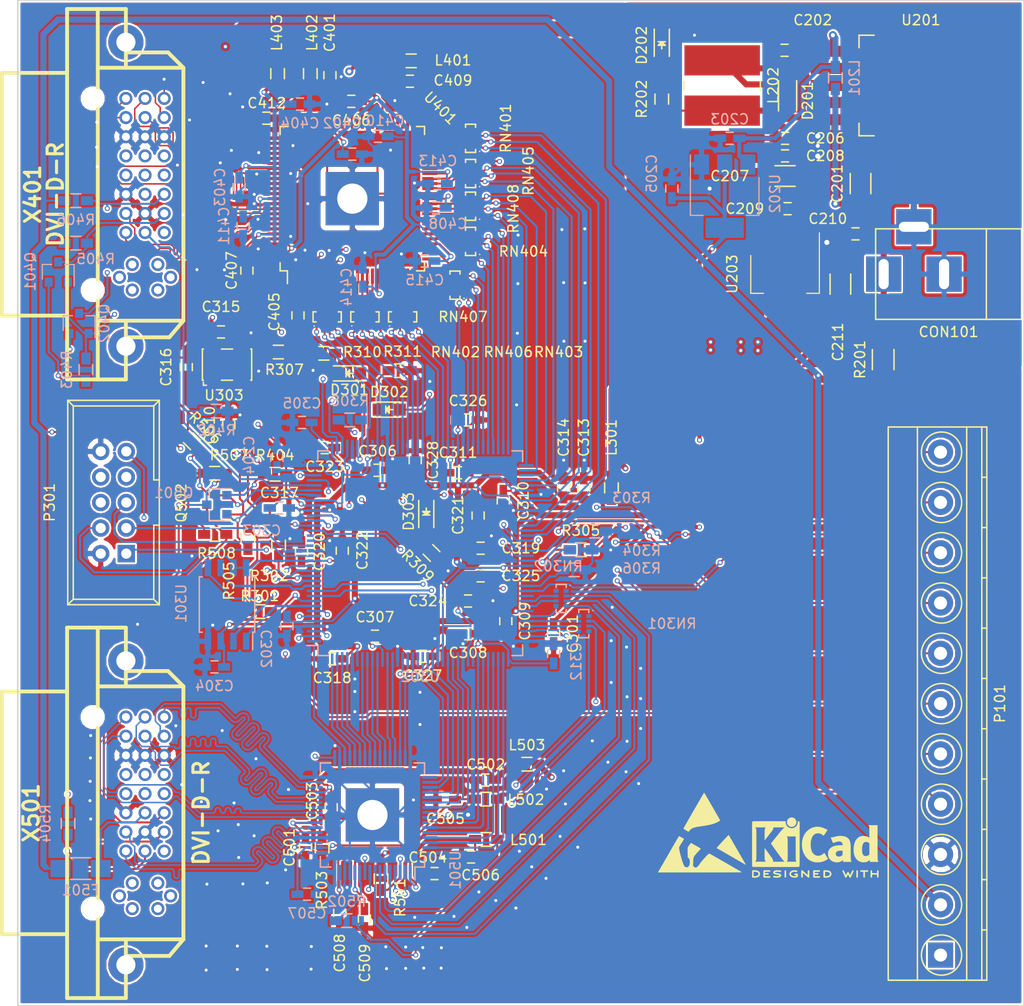
<source format=kicad_pcb>
(kicad_pcb (version 20160815) (host pcbnew "(2016-12-16 revision f631ae27b)-master")

  (general
    (links 472)
    (no_connects 1)
    (area 19.924999 19.924999 120.075001 120.075001)
    (thickness 1.6)
    (drawings 4)
    (tracks 4848)
    (zones 0)
    (modules 136)
    (nets 238)
  )

  (page A4)
  (layers
    (0 F.Cu signal)
    (1 In1.Cu signal hide)
    (2 In2.Cu signal)
    (31 B.Cu signal)
    (32 B.Adhes user)
    (33 F.Adhes user)
    (34 B.Paste user)
    (35 F.Paste user)
    (36 B.SilkS user)
    (37 F.SilkS user)
    (38 B.Mask user)
    (39 F.Mask user)
    (40 Dwgs.User user hide)
    (41 Cmts.User user hide)
    (42 Eco1.User user hide)
    (43 Eco2.User user hide)
    (44 Edge.Cuts user hide)
    (45 Margin user hide)
    (46 B.CrtYd user hide)
    (47 F.CrtYd user hide)
    (48 B.Fab user hide)
    (49 F.Fab user hide)
  )

  (setup
    (last_trace_width 0.6)
    (user_trace_width 0.15)
    (user_trace_width 0.2)
    (user_trace_width 0.4)
    (user_trace_width 0.6)
    (user_trace_width 1.5)
    (trace_clearance 0.152)
    (zone_clearance 0.2)
    (zone_45_only no)
    (trace_min 0.125)
    (segment_width 0.2)
    (edge_width 0.15)
    (via_size 0.5)
    (via_drill 0.3)
    (via_min_size 0.5)
    (via_min_drill 0.3)
    (user_via 0.5 0.3)
    (user_via 0.8 0.5)
    (uvia_size 0.3)
    (uvia_drill 0.1)
    (uvias_allowed no)
    (uvia_min_size 0.2)
    (uvia_min_drill 0.1)
    (pcb_text_width 0.3)
    (pcb_text_size 1.5 1.5)
    (mod_edge_width 0.15)
    (mod_text_size 1 1)
    (mod_text_width 0.15)
    (pad_size 3 3)
    (pad_drill 3)
    (pad_to_mask_clearance 0.2)
    (aux_axis_origin 0 0)
    (grid_origin 20 120.025)
    (visible_elements FFFFFFFF)
    (pcbplotparams
      (layerselection 0x010f0_ffffffff)
      (usegerberextensions false)
      (excludeedgelayer true)
      (linewidth 0.100000)
      (plotframeref false)
      (viasonmask false)
      (mode 1)
      (useauxorigin false)
      (hpglpennumber 1)
      (hpglpenspeed 20)
      (hpglpendiameter 15)
      (psnegative false)
      (psa4output false)
      (plotreference true)
      (plotvalue true)
      (plotinvisibletext false)
      (padsonsilk false)
      (subtractmaskfromsilk false)
      (outputformat 1)
      (mirror false)
      (drillshape 0)
      (scaleselection 1)
      (outputdirectory gerber/))
  )

  (net 0 "")
  (net 1 /power/VIN)
  (net 2 GND)
  (net 3 "Net-(C202-Pad2)")
  (net 4 +2V5)
  (net 5 +3V3)
  (net 6 +1V2)
  (net 7 +V_IO)
  (net 8 /dvi_out/TVDD)
  (net 9 "Net-(D201-Pad1)")
  (net 10 "Net-(D202-Pad2)")
  (net 11 "Net-(F501-Pad1)")
  (net 12 +5V)
  (net 13 /GPIO0)
  (net 14 /GPIO1)
  (net 15 /GPIO2)
  (net 16 /GPIO3)
  (net 17 /GPIO4)
  (net 18 /GPIO5)
  (net 19 /GPIO6)
  (net 20 /GPIO7)
  (net 21 "Net-(P301-Pad9)")
  (net 22 "Net-(P301-Pad8)")
  (net 23 "Net-(P301-Pad7)")
  (net 24 "Net-(P301-Pad6)")
  (net 25 "Net-(P301-Pad5)")
  (net 26 "Net-(P301-Pad3)")
  (net 27 "Net-(P301-Pad1)")
  (net 28 /dvi_in/DDCDAT_IN)
  (net 29 /dvi_in/DDCCLK_IN)
  (net 30 /dvi_out/DDCDAT)
  (net 31 /dvi_out/DDCCLK)
  (net 32 "Net-(R301-Pad1)")
  (net 33 "Net-(R302-Pad1)")
  (net 34 "Net-(R303-Pad1)")
  (net 35 "Net-(R304-Pad1)")
  (net 36 "Net-(R305-Pad1)")
  (net 37 "Net-(R306-Pad1)")
  (net 38 /fpga/CLK50)
  (net 39 "Net-(R307-Pad2)")
  (net 40 /dvi_out/TXCLK+)
  (net 41 "Net-(R308-Pad1)")
  (net 42 /fpga/CLKIN)
  (net 43 /dvi_in/HOTPLUG)
  (net 44 "Net-(R501-Pad1)")
  (net 45 /dvi_out/MSEN)
  (net 46 "Net-(R503-Pad2)")
  (net 47 /dvi_out/HOTPLUG)
  (net 48 "Net-(R504-Pad1)")
  (net 49 "Net-(RN301-Pad7)")
  (net 50 "Net-(RN301-Pad6)")
  (net 51 "Net-(RN301-Pad5)")
  (net 52 "Net-(RN301-Pad8)")
  (net 53 /dvi_out/CTL1)
  (net 54 /dvi_out/DE)
  (net 55 /dvi_out/VSYNC)
  (net 56 /dvi_out/HSYNC)
  (net 57 /dvi_out/CTL2)
  (net 58 /dvi_out/CTL3)
  (net 59 "Net-(RN302-Pad8)")
  (net 60 "Net-(RN302-Pad5)")
  (net 61 "Net-(RN302-Pad6)")
  (net 62 "Net-(RN302-Pad7)")
  (net 63 /dvi_in/DE)
  (net 64 /dvi_in/VSYNC)
  (net 65 /dvi_in/HSYNC)
  (net 66 "Net-(RN401-Pad4)")
  (net 67 "Net-(RN401-Pad8)")
  (net 68 "Net-(RN401-Pad5)")
  (net 69 "Net-(RN401-Pad6)")
  (net 70 "Net-(RN401-Pad7)")
  (net 71 "Net-(RN402-Pad7)")
  (net 72 "Net-(RN402-Pad6)")
  (net 73 "Net-(RN402-Pad5)")
  (net 74 "Net-(RN402-Pad8)")
  (net 75 /dvi_in/DATI3)
  (net 76 /dvi_in/DATI2)
  (net 77 /dvi_in/DATI1)
  (net 78 /dvi_in/DATI0)
  (net 79 "Net-(RN403-Pad7)")
  (net 80 "Net-(RN403-Pad6)")
  (net 81 "Net-(RN403-Pad5)")
  (net 82 "Net-(RN403-Pad8)")
  (net 83 /dvi_in/DATI11)
  (net 84 /dvi_in/DATI10)
  (net 85 /dvi_in/DATI9)
  (net 86 /dvi_in/DATI8)
  (net 87 "Net-(RN404-Pad7)")
  (net 88 "Net-(RN404-Pad6)")
  (net 89 "Net-(RN404-Pad5)")
  (net 90 "Net-(RN404-Pad8)")
  (net 91 /dvi_in/DATI19)
  (net 92 /dvi_in/DATI18)
  (net 93 /dvi_in/DATI17)
  (net 94 /dvi_in/DATI16)
  (net 95 "Net-(RN405-Pad7)")
  (net 96 "Net-(RN405-Pad6)")
  (net 97 "Net-(RN405-Pad5)")
  (net 98 "Net-(RN405-Pad8)")
  (net 99 /dvi_in/CTL3)
  (net 100 /dvi_in/CTL2)
  (net 101 /dvi_in/CTL1)
  (net 102 /dvi_in/DATI4)
  (net 103 /dvi_in/DATI5)
  (net 104 /dvi_in/DATI6)
  (net 105 /dvi_in/DATI7)
  (net 106 "Net-(RN406-Pad8)")
  (net 107 "Net-(RN406-Pad5)")
  (net 108 "Net-(RN406-Pad6)")
  (net 109 "Net-(RN406-Pad7)")
  (net 110 /dvi_in/DATI12)
  (net 111 /dvi_in/DATI13)
  (net 112 /dvi_in/DATI14)
  (net 113 /dvi_in/DATI15)
  (net 114 "Net-(RN407-Pad8)")
  (net 115 "Net-(RN407-Pad5)")
  (net 116 "Net-(RN407-Pad6)")
  (net 117 "Net-(RN407-Pad7)")
  (net 118 /dvi_in/DATI20)
  (net 119 /dvi_in/DATI21)
  (net 120 /dvi_in/DATI22)
  (net 121 /dvi_in/DATI23)
  (net 122 "Net-(RN408-Pad8)")
  (net 123 "Net-(RN408-Pad5)")
  (net 124 "Net-(RN408-Pad6)")
  (net 125 "Net-(RN408-Pad7)")
  (net 126 /dvi_out/DATO4)
  (net 127 /dvi_out/DATO5)
  (net 128 /dvi_out/DATO6)
  (net 129 /dvi_out/DATO7)
  (net 130 /dvi_out/DATO12)
  (net 131 /dvi_out/DATO13)
  (net 132 /dvi_out/DATO14)
  (net 133 /dvi_out/DATO15)
  (net 134 /dvi_out/DATO20)
  (net 135 /dvi_out/DATO21)
  (net 136 /dvi_out/DATO22)
  (net 137 /dvi_out/DATO23)
  (net 138 /dvi_out/DATO3)
  (net 139 /dvi_out/DATO2)
  (net 140 /dvi_out/DATO1)
  (net 141 /dvi_out/DATO0)
  (net 142 /dvi_out/DATO11)
  (net 143 /dvi_out/DATO10)
  (net 144 /dvi_out/DATO9)
  (net 145 /dvi_out/DATO8)
  (net 146 /dvi_out/DATO19)
  (net 147 /dvi_out/DATO18)
  (net 148 /dvi_out/DATO17)
  (net 149 /dvi_out/DATO16)
  (net 150 /fpga/DCLK)
  (net 151 /fpga/ASDI)
  (net 152 /fpga/DATA)
  (net 153 /fpga/nCS)
  (net 154 "Net-(U302-Pad127)")
  (net 155 /dvi_in/LINK_ACT)
  (net 156 /dvi_in/PDOWN)
  (net 157 /dvi_out/EDGE)
  (net 158 /dvi_out/DKEN)
  (net 159 "Net-(U303-Pad1)")
  (net 160 "Net-(U401-Pad96)")
  (net 161 /dvi_in/RxC-)
  (net 162 /dvi_in/RxC+)
  (net 163 /dvi_in/Rx0+)
  (net 164 /dvi_in/Rx1-)
  (net 165 /dvi_in/Rx1+)
  (net 166 /dvi_in/Rx2-)
  (net 167 /dvi_in/Rx2+)
  (net 168 "Net-(U401-Pad77)")
  (net 169 "Net-(U401-Pad75)")
  (net 170 "Net-(U401-Pad74)")
  (net 171 "Net-(U401-Pad73)")
  (net 172 "Net-(U401-Pad72)")
  (net 173 "Net-(U401-Pad71)")
  (net 174 "Net-(U401-Pad70)")
  (net 175 "Net-(U401-Pad69)")
  (net 176 "Net-(U401-Pad66)")
  (net 177 "Net-(U401-Pad65)")
  (net 178 "Net-(U401-Pad64)")
  (net 179 "Net-(U401-Pad63)")
  (net 180 "Net-(U401-Pad62)")
  (net 181 "Net-(U401-Pad61)")
  (net 182 "Net-(U401-Pad60)")
  (net 183 "Net-(U401-Pad59)")
  (net 184 "Net-(U401-Pad56)")
  (net 185 "Net-(U401-Pad55)")
  (net 186 "Net-(U401-Pad54)")
  (net 187 "Net-(U401-Pad53)")
  (net 188 "Net-(U401-Pad52)")
  (net 189 "Net-(U401-Pad51)")
  (net 190 "Net-(U401-Pad50)")
  (net 191 "Net-(U401-Pad49)")
  (net 192 "Net-(U501-Pad56)")
  (net 193 "Net-(U501-Pad49)")
  (net 194 /dvi_out/TX2+)
  (net 195 /dvi_out/TX2-)
  (net 196 /dvi_out/TX1+)
  (net 197 /dvi_out/TX1-)
  (net 198 /dvi_out/TX0+)
  (net 199 /dvi_out/TX0-)
  (net 200 /dvi_out/TXC+)
  (net 201 /dvi_out/TXC-)
  (net 202 "Net-(X401-Pad8)")
  (net 203 "Net-(X401-Pad21)")
  (net 204 "Net-(X401-Pad20)")
  (net 205 "Net-(X401-Pad14)")
  (net 206 "Net-(X401-Pad13)")
  (net 207 "Net-(X401-Pad12)")
  (net 208 "Net-(X401-Pad5)")
  (net 209 "Net-(X401-Pad4)")
  (net 210 "Net-(X501-Pad4)")
  (net 211 "Net-(X501-Pad5)")
  (net 212 "Net-(X501-Pad12)")
  (net 213 "Net-(X501-Pad13)")
  (net 214 "Net-(X501-Pad20)")
  (net 215 "Net-(X501-Pad21)")
  (net 216 "Net-(X501-Pad8)")
  (net 217 "Net-(D301-Pad2)")
  (net 218 "Net-(D302-Pad2)")
  (net 219 "Net-(D303-Pad2)")
  (net 220 /dvi_in/Rx0-)
  (net 221 "Net-(U302-Pad99)")
  (net 222 "Net-(U302-Pad84)")
  (net 223 "Net-(U302-Pad83)")
  (net 224 "Net-(RN302-Pad1)")
  (net 225 "Net-(D301-Pad1)")
  (net 226 "Net-(D302-Pad1)")
  (net 227 "Net-(D303-Pad1)")
  (net 228 "Net-(RN301-Pad1)")
  (net 229 /dvi_in/PVDD)
  (net 230 /dvi_in/DVDD)
  (net 231 /dvi_in/AVDD)
  (net 232 /dvi_out/DVDD)
  (net 233 /dvi_out/PVDD)
  (net 234 /dvi_out/DDCDAT_)
  (net 235 /dvi_out/DDCCLK_)
  (net 236 /dvi_in/DDCDAT_)
  (net 237 /dvi_in/DDCCLK_)

  (net_class Default "This is the default net class."
    (clearance 0.152)
    (trace_width 0.2)
    (via_dia 0.5)
    (via_drill 0.3)
    (uvia_dia 0.3)
    (uvia_drill 0.1)
    (diff_pair_gap 0.25)
    (diff_pair_width 0.2)
    (add_net +1V2)
    (add_net +2V5)
    (add_net +3V3)
    (add_net +5V)
    (add_net +V_IO)
    (add_net /GPIO0)
    (add_net /GPIO1)
    (add_net /GPIO2)
    (add_net /GPIO3)
    (add_net /GPIO4)
    (add_net /GPIO5)
    (add_net /GPIO6)
    (add_net /GPIO7)
    (add_net /dvi_in/AVDD)
    (add_net /dvi_in/CTL1)
    (add_net /dvi_in/CTL2)
    (add_net /dvi_in/CTL3)
    (add_net /dvi_in/DATI0)
    (add_net /dvi_in/DATI1)
    (add_net /dvi_in/DATI10)
    (add_net /dvi_in/DATI11)
    (add_net /dvi_in/DATI12)
    (add_net /dvi_in/DATI13)
    (add_net /dvi_in/DATI14)
    (add_net /dvi_in/DATI15)
    (add_net /dvi_in/DATI16)
    (add_net /dvi_in/DATI17)
    (add_net /dvi_in/DATI18)
    (add_net /dvi_in/DATI19)
    (add_net /dvi_in/DATI2)
    (add_net /dvi_in/DATI20)
    (add_net /dvi_in/DATI21)
    (add_net /dvi_in/DATI22)
    (add_net /dvi_in/DATI23)
    (add_net /dvi_in/DATI3)
    (add_net /dvi_in/DATI4)
    (add_net /dvi_in/DATI5)
    (add_net /dvi_in/DATI6)
    (add_net /dvi_in/DATI7)
    (add_net /dvi_in/DATI8)
    (add_net /dvi_in/DATI9)
    (add_net /dvi_in/DDCCLK_)
    (add_net /dvi_in/DDCCLK_IN)
    (add_net /dvi_in/DDCDAT_)
    (add_net /dvi_in/DDCDAT_IN)
    (add_net /dvi_in/DE)
    (add_net /dvi_in/DVDD)
    (add_net /dvi_in/HOTPLUG)
    (add_net /dvi_in/HSYNC)
    (add_net /dvi_in/LINK_ACT)
    (add_net /dvi_in/PDOWN)
    (add_net /dvi_in/PVDD)
    (add_net /dvi_in/Rx0+)
    (add_net /dvi_in/Rx0-)
    (add_net /dvi_in/Rx1+)
    (add_net /dvi_in/Rx1-)
    (add_net /dvi_in/Rx2+)
    (add_net /dvi_in/Rx2-)
    (add_net /dvi_in/RxC+)
    (add_net /dvi_in/RxC-)
    (add_net /dvi_in/VSYNC)
    (add_net /dvi_out/CTL1)
    (add_net /dvi_out/CTL2)
    (add_net /dvi_out/CTL3)
    (add_net /dvi_out/DATO0)
    (add_net /dvi_out/DATO1)
    (add_net /dvi_out/DATO10)
    (add_net /dvi_out/DATO11)
    (add_net /dvi_out/DATO12)
    (add_net /dvi_out/DATO13)
    (add_net /dvi_out/DATO14)
    (add_net /dvi_out/DATO15)
    (add_net /dvi_out/DATO16)
    (add_net /dvi_out/DATO17)
    (add_net /dvi_out/DATO18)
    (add_net /dvi_out/DATO19)
    (add_net /dvi_out/DATO2)
    (add_net /dvi_out/DATO20)
    (add_net /dvi_out/DATO21)
    (add_net /dvi_out/DATO22)
    (add_net /dvi_out/DATO23)
    (add_net /dvi_out/DATO3)
    (add_net /dvi_out/DATO4)
    (add_net /dvi_out/DATO5)
    (add_net /dvi_out/DATO6)
    (add_net /dvi_out/DATO7)
    (add_net /dvi_out/DATO8)
    (add_net /dvi_out/DATO9)
    (add_net /dvi_out/DDCCLK)
    (add_net /dvi_out/DDCCLK_)
    (add_net /dvi_out/DDCDAT)
    (add_net /dvi_out/DDCDAT_)
    (add_net /dvi_out/DE)
    (add_net /dvi_out/DKEN)
    (add_net /dvi_out/DVDD)
    (add_net /dvi_out/EDGE)
    (add_net /dvi_out/HOTPLUG)
    (add_net /dvi_out/HSYNC)
    (add_net /dvi_out/MSEN)
    (add_net /dvi_out/PVDD)
    (add_net /dvi_out/TVDD)
    (add_net /dvi_out/TX0+)
    (add_net /dvi_out/TX0-)
    (add_net /dvi_out/TX1+)
    (add_net /dvi_out/TX1-)
    (add_net /dvi_out/TX2+)
    (add_net /dvi_out/TX2-)
    (add_net /dvi_out/TXC+)
    (add_net /dvi_out/TXC-)
    (add_net /dvi_out/TXCLK+)
    (add_net /dvi_out/VSYNC)
    (add_net /fpga/ASDI)
    (add_net /fpga/CLK50)
    (add_net /fpga/CLKIN)
    (add_net /fpga/DATA)
    (add_net /fpga/DCLK)
    (add_net /fpga/nCS)
    (add_net /power/VIN)
    (add_net GND)
    (add_net "Net-(C202-Pad2)")
    (add_net "Net-(D201-Pad1)")
    (add_net "Net-(D202-Pad2)")
    (add_net "Net-(D301-Pad1)")
    (add_net "Net-(D301-Pad2)")
    (add_net "Net-(D302-Pad1)")
    (add_net "Net-(D302-Pad2)")
    (add_net "Net-(D303-Pad1)")
    (add_net "Net-(D303-Pad2)")
    (add_net "Net-(F501-Pad1)")
    (add_net "Net-(P301-Pad1)")
    (add_net "Net-(P301-Pad3)")
    (add_net "Net-(P301-Pad5)")
    (add_net "Net-(P301-Pad6)")
    (add_net "Net-(P301-Pad7)")
    (add_net "Net-(P301-Pad8)")
    (add_net "Net-(P301-Pad9)")
    (add_net "Net-(R301-Pad1)")
    (add_net "Net-(R302-Pad1)")
    (add_net "Net-(R303-Pad1)")
    (add_net "Net-(R304-Pad1)")
    (add_net "Net-(R305-Pad1)")
    (add_net "Net-(R306-Pad1)")
    (add_net "Net-(R307-Pad2)")
    (add_net "Net-(R308-Pad1)")
    (add_net "Net-(R501-Pad1)")
    (add_net "Net-(R503-Pad2)")
    (add_net "Net-(R504-Pad1)")
    (add_net "Net-(RN301-Pad1)")
    (add_net "Net-(RN301-Pad5)")
    (add_net "Net-(RN301-Pad6)")
    (add_net "Net-(RN301-Pad7)")
    (add_net "Net-(RN301-Pad8)")
    (add_net "Net-(RN302-Pad1)")
    (add_net "Net-(RN302-Pad5)")
    (add_net "Net-(RN302-Pad6)")
    (add_net "Net-(RN302-Pad7)")
    (add_net "Net-(RN302-Pad8)")
    (add_net "Net-(RN401-Pad4)")
    (add_net "Net-(RN401-Pad5)")
    (add_net "Net-(RN401-Pad6)")
    (add_net "Net-(RN401-Pad7)")
    (add_net "Net-(RN401-Pad8)")
    (add_net "Net-(RN402-Pad5)")
    (add_net "Net-(RN402-Pad6)")
    (add_net "Net-(RN402-Pad7)")
    (add_net "Net-(RN402-Pad8)")
    (add_net "Net-(RN403-Pad5)")
    (add_net "Net-(RN403-Pad6)")
    (add_net "Net-(RN403-Pad7)")
    (add_net "Net-(RN403-Pad8)")
    (add_net "Net-(RN404-Pad5)")
    (add_net "Net-(RN404-Pad6)")
    (add_net "Net-(RN404-Pad7)")
    (add_net "Net-(RN404-Pad8)")
    (add_net "Net-(RN405-Pad5)")
    (add_net "Net-(RN405-Pad6)")
    (add_net "Net-(RN405-Pad7)")
    (add_net "Net-(RN405-Pad8)")
    (add_net "Net-(RN406-Pad5)")
    (add_net "Net-(RN406-Pad6)")
    (add_net "Net-(RN406-Pad7)")
    (add_net "Net-(RN406-Pad8)")
    (add_net "Net-(RN407-Pad5)")
    (add_net "Net-(RN407-Pad6)")
    (add_net "Net-(RN407-Pad7)")
    (add_net "Net-(RN407-Pad8)")
    (add_net "Net-(RN408-Pad5)")
    (add_net "Net-(RN408-Pad6)")
    (add_net "Net-(RN408-Pad7)")
    (add_net "Net-(RN408-Pad8)")
    (add_net "Net-(U302-Pad127)")
    (add_net "Net-(U302-Pad83)")
    (add_net "Net-(U302-Pad84)")
    (add_net "Net-(U302-Pad99)")
    (add_net "Net-(U303-Pad1)")
    (add_net "Net-(U401-Pad49)")
    (add_net "Net-(U401-Pad50)")
    (add_net "Net-(U401-Pad51)")
    (add_net "Net-(U401-Pad52)")
    (add_net "Net-(U401-Pad53)")
    (add_net "Net-(U401-Pad54)")
    (add_net "Net-(U401-Pad55)")
    (add_net "Net-(U401-Pad56)")
    (add_net "Net-(U401-Pad59)")
    (add_net "Net-(U401-Pad60)")
    (add_net "Net-(U401-Pad61)")
    (add_net "Net-(U401-Pad62)")
    (add_net "Net-(U401-Pad63)")
    (add_net "Net-(U401-Pad64)")
    (add_net "Net-(U401-Pad65)")
    (add_net "Net-(U401-Pad66)")
    (add_net "Net-(U401-Pad69)")
    (add_net "Net-(U401-Pad70)")
    (add_net "Net-(U401-Pad71)")
    (add_net "Net-(U401-Pad72)")
    (add_net "Net-(U401-Pad73)")
    (add_net "Net-(U401-Pad74)")
    (add_net "Net-(U401-Pad75)")
    (add_net "Net-(U401-Pad77)")
    (add_net "Net-(U401-Pad96)")
    (add_net "Net-(U501-Pad49)")
    (add_net "Net-(U501-Pad56)")
    (add_net "Net-(X401-Pad12)")
    (add_net "Net-(X401-Pad13)")
    (add_net "Net-(X401-Pad14)")
    (add_net "Net-(X401-Pad20)")
    (add_net "Net-(X401-Pad21)")
    (add_net "Net-(X401-Pad4)")
    (add_net "Net-(X401-Pad5)")
    (add_net "Net-(X401-Pad8)")
    (add_net "Net-(X501-Pad12)")
    (add_net "Net-(X501-Pad13)")
    (add_net "Net-(X501-Pad20)")
    (add_net "Net-(X501-Pad21)")
    (add_net "Net-(X501-Pad4)")
    (add_net "Net-(X501-Pad5)")
    (add_net "Net-(X501-Pad8)")
  )

  (module artwork:shimatta_std (layer F.Cu) (tedit 0) (tstamp 58695997)
    (at 87.25 113.25)
    (fp_text reference G*** (at 0 0) (layer F.SilkS) hide
      (effects (font (thickness 0.3)))
    )
    (fp_text value LOGO (at 0.75 0) (layer F.SilkS) hide
      (effects (font (thickness 0.3)))
    )
    (fp_poly (pts (xy 10.868794 -0.34663) (xy 10.940082 -0.344725) (xy 11.001581 -0.340759) (xy 11.054456 -0.334558)
      (xy 11.099874 -0.325943) (xy 11.138999 -0.314739) (xy 11.172997 -0.300768) (xy 11.203034 -0.283854)
      (xy 11.230276 -0.263821) (xy 11.255887 -0.240491) (xy 11.256462 -0.239919) (xy 11.289334 -0.201111)
      (xy 11.312259 -0.15891) (xy 11.326574 -0.110035) (xy 11.333618 -0.05121) (xy 11.333643 -0.0508)
      (xy 11.332569 0.023291) (xy 11.320361 0.089289) (xy 11.297275 0.146655) (xy 11.263566 0.19485)
      (xy 11.219491 0.233333) (xy 11.190884 0.250184) (xy 11.170271 0.260221) (xy 11.150623 0.268525)
      (xy 11.130272 0.275304) (xy 11.107549 0.280766) (xy 11.080783 0.285117) (xy 11.048306 0.288565)
      (xy 11.008448 0.291317) (xy 10.959541 0.29358) (xy 10.899914 0.295563) (xy 10.827899 0.297472)
      (xy 10.805885 0.298007) (xy 10.501253 0.308642) (xy 10.207708 0.325718) (xy 9.923258 0.349393)
      (xy 9.645907 0.379823) (xy 9.470624 0.402998) (xy 9.411807 0.410902) (xy 9.364278 0.416192)
      (xy 9.325062 0.418954) (xy 9.291185 0.41927) (xy 9.259672 0.417223) (xy 9.227549 0.412897)
      (xy 9.212169 0.410241) (xy 9.144467 0.392017) (xy 9.087321 0.363849) (xy 9.040745 0.325747)
      (xy 9.004755 0.277724) (xy 8.992925 0.254871) (xy 8.980849 0.218141) (xy 8.973005 0.172373)
      (xy 8.969757 0.122517) (xy 8.971468 0.073524) (xy 8.976926 0.037019) (xy 8.997827 -0.025291)
      (xy 9.0312 -0.080963) (xy 9.075937 -0.128488) (xy 9.122686 -0.16171) (xy 9.147207 -0.17458)
      (xy 9.175393 -0.186432) (xy 9.208483 -0.197521) (xy 9.247713 -0.208107) (xy 9.294321 -0.218445)
      (xy 9.349544 -0.228794) (xy 9.414619 -0.23941) (xy 9.490782 -0.250551) (xy 9.579273 -0.262474)
      (xy 9.652 -0.271774) (xy 9.800914 -0.289224) (xy 9.950405 -0.304133) (xy 10.103324 -0.316716)
      (xy 10.262527 -0.327186) (xy 10.430867 -0.335758) (xy 10.584543 -0.341755) (xy 10.69219 -0.344969)
      (xy 10.786552 -0.346653) (xy 10.868794 -0.34663)) (layer F.Mask) (width 0.01))
    (fp_poly (pts (xy 3.280686 -0.880939) (xy 3.34556 -0.879771) (xy 3.402872 -0.877617) (xy 3.449973 -0.87446)
      (xy 3.472543 -0.872037) (xy 3.61367 -0.849571) (xy 3.744701 -0.82007) (xy 3.868701 -0.782621)
      (xy 3.988736 -0.73631) (xy 4.096467 -0.686017) (xy 4.193868 -0.632986) (xy 4.288297 -0.574006)
      (xy 4.3772 -0.510941) (xy 4.458022 -0.445653) (xy 4.528209 -0.380007) (xy 4.555365 -0.351156)
      (xy 4.639992 -0.246318) (xy 4.713364 -0.13273) (xy 4.774921 -0.011455) (xy 4.824102 0.116443)
      (xy 4.850885 0.209423) (xy 4.879181 0.347701) (xy 4.896607 0.490707) (xy 4.903125 0.635529)
      (xy 4.898699 0.779253) (xy 4.88329 0.918966) (xy 4.861451 1.032728) (xy 4.824346 1.160933)
      (xy 4.77372 1.287533) (xy 4.710565 1.41087) (xy 4.635874 1.529285) (xy 4.550639 1.641117)
      (xy 4.455854 1.744709) (xy 4.40832 1.79005) (xy 4.299338 1.882172) (xy 4.177612 1.971762)
      (xy 4.04482 2.057926) (xy 3.902638 2.139772) (xy 3.752745 2.216408) (xy 3.596818 2.286942)
      (xy 3.436534 2.350482) (xy 3.27357 2.406135) (xy 3.218543 2.422898) (xy 3.139899 2.444368)
      (xy 3.049468 2.466013) (xy 2.949959 2.487315) (xy 2.844082 2.507761) (xy 2.734547 2.526832)
      (xy 2.624065 2.544015) (xy 2.515345 2.558792) (xy 2.485571 2.56243) (xy 2.428012 2.568359)
      (xy 2.365313 2.573218) (xy 2.299907 2.576957) (xy 2.234229 2.579525) (xy 2.17071 2.580872)
      (xy 2.111786 2.580947) (xy 2.05989 2.579698) (xy 2.017454 2.577077) (xy 1.986913 2.573032)
      (xy 1.985844 2.572813) (xy 1.91558 2.552339) (xy 1.8565 2.522842) (xy 1.808841 2.484627)
      (xy 1.772841 2.437998) (xy 1.748736 2.38326) (xy 1.736764 2.320717) (xy 1.736929 2.253327)
      (xy 1.748307 2.186275) (xy 1.77048 2.128668) (xy 1.803758 2.079916) (xy 1.848452 2.039427)
      (xy 1.849677 2.038544) (xy 1.877767 2.020506) (xy 1.908228 2.005555) (xy 1.943115 1.993169)
      (xy 1.984481 1.982826) (xy 2.034379 1.974007) (xy 2.094863 1.966188) (xy 2.161084 1.959481)
      (xy 2.311846 1.944454) (xy 2.450169 1.928139) (xy 2.578102 1.910074) (xy 2.697697 1.889796)
      (xy 2.811005 1.866842) (xy 2.920076 1.84075) (xy 3.026962 1.811058) (xy 3.133714 1.777303)
      (xy 3.242382 1.739022) (xy 3.355017 1.695754) (xy 3.386254 1.683205) (xy 3.439042 1.660814)
      (xy 3.498085 1.634078) (xy 3.560068 1.604637) (xy 3.621674 1.574131) (xy 3.679588 1.5442)
      (xy 3.730494 1.516484) (xy 3.76929 1.493734) (xy 3.863531 1.428613) (xy 3.952139 1.353949)
      (xy 4.033116 1.271853) (xy 4.104465 1.184435) (xy 4.16419 1.093803) (xy 4.186568 1.052873)
      (xy 4.225348 0.967344) (xy 4.253373 0.882119) (xy 4.271449 0.793702) (xy 4.280379 0.698597)
      (xy 4.281685 0.639641) (xy 4.277001 0.527464) (xy 4.262763 0.425302) (xy 4.238591 0.331924)
      (xy 4.204105 0.2461) (xy 4.158926 0.166599) (xy 4.119 0.11188) (xy 4.060291 0.048463)
      (xy 3.988142 -0.012032) (xy 3.902275 -0.06981) (xy 3.802411 -0.125073) (xy 3.778387 -0.136985)
      (xy 3.681686 -0.179417) (xy 3.583439 -0.212975) (xy 3.48168 -0.237992) (xy 3.374444 -0.254803)
      (xy 3.259766 -0.263742) (xy 3.13568 -0.265143) (xy 3.043531 -0.261888) (xy 2.888029 -0.251649)
      (xy 2.734088 -0.236994) (xy 2.580213 -0.217612) (xy 2.424912 -0.193189) (xy 2.26669 -0.163413)
      (xy 2.104054 -0.127969) (xy 1.93551 -0.086547) (xy 1.759564 -0.038832) (xy 1.574722 0.015488)
      (xy 1.379491 0.076726) (xy 1.29428 0.104504) (xy 1.212487 0.131377) (xy 1.14306 0.153997)
      (xy 1.08461 0.172751) (xy 1.035751 0.188021) (xy 0.995094 0.200194) (xy 0.961252 0.209655)
      (xy 0.932836 0.216787) (xy 0.908459 0.221977) (xy 0.886733 0.225608) (xy 0.86627 0.228067)
      (xy 0.845683 0.229737) (xy 0.841828 0.229985) (xy 0.770694 0.22918) (xy 0.705988 0.217912)
      (xy 0.648912 0.196762) (xy 0.60067 0.166307) (xy 0.562463 0.127129) (xy 0.536857 0.083059)
      (xy 0.516575 0.01964) (xy 0.509485 -0.04353) (xy 0.515258 -0.10471) (xy 0.533566 -0.162158)
      (xy 0.564078 -0.214131) (xy 0.6005 -0.25372) (xy 0.627556 -0.275729) (xy 0.658526 -0.29656)
      (xy 0.694993 -0.316941) (xy 0.738543 -0.337601) (xy 0.790758 -0.359268) (xy 0.853223 -0.382671)
      (xy 0.927522 -0.40854) (xy 0.962785 -0.420363) (xy 1.235996 -0.508259) (xy 1.498548 -0.586824)
      (xy 1.750821 -0.656148) (xy 1.993199 -0.71632) (xy 2.226063 -0.767428) (xy 2.449796 -0.809563)
      (xy 2.664779 -0.842814) (xy 2.871395 -0.86727) (xy 2.881085 -0.868221) (xy 2.935666 -0.872605)
      (xy 2.998589 -0.876105) (xy 3.067203 -0.878706) (xy 3.138857 -0.88039) (xy 3.210902 -0.88114)
      (xy 3.280686 -0.880939)) (layer F.Mask) (width 0.01))
    (fp_poly (pts (xy 9.003608 1.085203) (xy 9.056887 1.097351) (xy 9.102289 1.118483) (xy 9.136442 1.144109)
      (xy 9.162501 1.170161) (xy 9.183639 1.197962) (xy 9.200436 1.229422) (xy 9.213471 1.266452)
      (xy 9.223323 1.310961) (xy 9.230572 1.364858) (xy 9.235796 1.430055) (xy 9.238428 1.480457)
      (xy 9.242463 1.556719) (xy 9.247451 1.620598) (xy 9.253768 1.674212) (xy 9.261789 1.719683)
      (xy 9.27189 1.759128) (xy 9.284448 1.794667) (xy 9.299837 1.828421) (xy 9.300281 1.8293)
      (xy 9.32368 1.861058) (xy 9.36009 1.889396) (xy 9.409773 1.914428) (xy 9.472988 1.936271)
      (xy 9.549997 1.955039) (xy 9.608457 1.96579) (xy 9.659854 1.973801) (xy 9.709141 1.980441)
      (xy 9.758607 1.98587) (xy 9.810543 1.990245) (xy 9.86724 1.993727) (xy 9.930987 1.996474)
      (xy 10.004074 1.998645) (xy 10.088793 2.000399) (xy 10.112828 2.000803) (xy 10.344931 2.000686)
      (xy 10.574631 1.992926) (xy 10.799511 1.977698) (xy 11.017155 1.955179) (xy 11.225147 1.925543)
      (xy 11.283945 1.915532) (xy 11.323332 1.909019) (xy 11.353394 1.905485) (xy 11.37896 1.904703)
      (xy 11.404859 1.906445) (xy 11.424674 1.908893) (xy 11.494816 1.923371) (xy 11.553352 1.946196)
      (xy 11.600789 1.977718) (xy 11.637635 2.018289) (xy 11.664396 2.068258) (xy 11.667708 2.076961)
      (xy 11.674691 2.105256) (xy 11.679662 2.14325) (xy 11.682423 2.186242) (xy 11.682775 2.229529)
      (xy 11.680518 2.26841) (xy 11.676827 2.29262) (xy 11.655383 2.357769) (xy 11.621693 2.415438)
      (xy 11.576172 2.465251) (xy 11.51923 2.506833) (xy 11.451281 2.539807) (xy 11.381702 2.561655)
      (xy 11.342402 2.569881) (xy 11.29029 2.578484) (xy 11.227059 2.587284) (xy 11.154403 2.596097)
      (xy 11.074012 2.604743) (xy 10.987579 2.61304) (xy 10.896797 2.620806) (xy 10.803359 2.62786)
      (xy 10.708955 2.634021) (xy 10.705281 2.63424) (xy 10.652261 2.63689) (xy 10.589033 2.639219)
      (xy 10.517978 2.641203) (xy 10.441476 2.642822) (xy 10.36191 2.644053) (xy 10.281658 2.644874)
      (xy 10.203102 2.645263) (xy 10.128622 2.645198) (xy 10.0606 2.644658) (xy 10.001415 2.643619)
      (xy 9.953449 2.64206) (xy 9.938657 2.641327) (xy 9.768481 2.628296) (xy 9.611394 2.609042)
      (xy 9.467369 2.583557) (xy 9.336381 2.551835) (xy 9.218402 2.51387) (xy 9.113406 2.469654)
      (xy 9.021367 2.419181) (xy 8.998233 2.404142) (xy 8.936306 2.355572) (xy 8.876387 2.295797)
      (xy 8.821128 2.228111) (xy 8.77318 2.155807) (xy 8.735198 2.08218) (xy 8.730868 2.072055)
      (xy 8.707215 2.00826) (xy 8.685371 1.936098) (xy 8.66712 1.861716) (xy 8.660844 1.8307)
      (xy 8.655793 1.795362) (xy 8.651582 1.749235) (xy 8.648253 1.695121) (xy 8.645849 1.635825)
      (xy 8.644412 1.574151) (xy 8.643985 1.512901) (xy 8.64461 1.45488) (xy 8.646328 1.402892)
      (xy 8.649184 1.359739) (xy 8.653218 1.328227) (xy 8.65325 1.328057) (xy 8.671645 1.258488)
      (xy 8.698511 1.200675) (xy 8.734046 1.154447) (xy 8.778447 1.119634) (xy 8.831912 1.096067)
      (xy 8.894638 1.083576) (xy 8.940188 1.081315) (xy 9.003608 1.085203)) (layer F.Mask) (width 0.01))
    (fp_poly (pts (xy -11.3068 -2.522042) (xy -11.243523 -2.508415) (xy -11.18998 -2.484867) (xy -11.145174 -2.450712)
      (xy -11.108109 -2.405266) (xy -11.077788 -2.347845) (xy -11.062557 -2.307771) (xy -11.061106 -2.303062)
      (xy -11.05976 -2.297493) (xy -11.058513 -2.290514) (xy -11.057361 -2.281571) (xy -11.056298 -2.270114)
      (xy -11.055319 -2.255589) (xy -11.054417 -2.237446) (xy -11.053589 -2.215132) (xy -11.052827 -2.188096)
      (xy -11.052128 -2.155784) (xy -11.051485 -2.117645) (xy -11.050893 -2.073128) (xy -11.050346 -2.02168)
      (xy -11.04984 -1.962749) (xy -11.049369 -1.895784) (xy -11.048927 -1.820232) (xy -11.048509 -1.735541)
      (xy -11.04811 -1.64116) (xy -11.047724 -1.536535) (xy -11.047346 -1.421117) (xy -11.04697 -1.294351)
      (xy -11.046591 -1.155687) (xy -11.046203 -1.004573) (xy -11.045802 -0.840455) (xy -11.045381 -0.662784)
      (xy -11.045055 -0.522514) (xy -11.044621 -0.331929) (xy -11.044228 -0.155283) (xy -11.043859 0.008)
      (xy -11.043503 0.158496) (xy -11.043145 0.296779) (xy -11.042771 0.423427) (xy -11.042368 0.539013)
      (xy -11.041921 0.644114) (xy -11.041417 0.739305) (xy -11.040843 0.825162) (xy -11.040184 0.90226)
      (xy -11.039426 0.971175) (xy -11.038556 1.032482) (xy -11.037561 1.086757) (xy -11.036425 1.134576)
      (xy -11.035136 1.176514) (xy -11.033679 1.213146) (xy -11.032041 1.245049) (xy -11.030209 1.272797)
      (xy -11.028167 1.296966) (xy -11.025903 1.318133) (xy -11.023403 1.336871) (xy -11.020653 1.353757)
      (xy -11.017638 1.369367) (xy -11.014346 1.384276) (xy -11.010763 1.399059) (xy -11.006874 1.414293)
      (xy -11.002666 1.430552) (xy -10.998125 1.448412) (xy -10.997798 1.449724) (xy -10.964594 1.558686)
      (xy -10.922022 1.656604) (xy -10.87005 1.743504) (xy -10.808644 1.819409) (xy -10.737771 1.884342)
      (xy -10.6574 1.938328) (xy -10.567497 1.98139) (xy -10.468029 2.013553) (xy -10.358964 2.03484)
      (xy -10.24027 2.045275) (xy -10.18084 2.046437) (xy -10.02365 2.040231) (xy -9.8725 2.021965)
      (xy -9.72797 1.991807) (xy -9.590642 1.949924) (xy -9.461096 1.896487) (xy -9.339913 1.831662)
      (xy -9.260323 1.779565) (xy -9.187902 1.722827) (xy -9.111738 1.652849) (xy -9.032329 1.570273)
      (xy -8.950172 1.475739) (xy -8.865765 1.369888) (xy -8.779606 1.253362) (xy -8.692193 1.126801)
      (xy -8.604024 0.990846) (xy -8.515598 0.846139) (xy -8.456603 0.744866) (xy -8.420295 0.681984)
      (xy -8.389599 0.630434) (xy -8.363414 0.588677) (xy -8.340642 0.555175) (xy -8.320185 0.52839)
      (xy -8.300944 0.506783) (xy -8.28182 0.488815) (xy -8.263208 0.474045) (xy -8.214168 0.444068)
      (xy -8.164588 0.42726) (xy -8.110878 0.422597) (xy -8.087241 0.423921) (xy -8.016328 0.43535)
      (xy -7.956351 0.456006) (xy -7.906749 0.48626) (xy -7.866959 0.526481) (xy -7.836418 0.57704)
      (xy -7.82912 0.593917) (xy -7.822484 0.612165) (xy -7.817901 0.630107) (xy -7.815007 0.650993)
      (xy -7.813441 0.678075) (xy -7.812837 0.714605) (xy -7.812785 0.740229) (xy -7.813068 0.783475)
      (xy -7.814142 0.815935) (xy -7.816453 0.841334) (xy -7.820449 0.863396) (xy -7.826575 0.885845)
      (xy -7.832408 0.903897) (xy -7.851583 0.954021) (xy -7.878322 1.012108) (xy -7.912937 1.078718)
      (xy -7.95574 1.154407) (xy -8.007042 1.239733) (xy -8.067153 1.335253) (xy -8.111874 1.404257)
      (xy -8.184605 1.512428) (xy -8.259972 1.618994) (xy -8.336751 1.722437) (xy -8.413714 1.821243)
      (xy -8.489636 1.913893) (xy -8.563289 1.998871) (xy -8.633448 2.07466) (xy -8.698886 2.139743)
      (xy -8.728507 2.166955) (xy -8.860206 2.275387) (xy -8.997401 2.370806) (xy -9.140585 2.453429)
      (xy -9.290251 2.523473) (xy -9.446893 2.581154) (xy -9.611006 2.626689) (xy -9.783083 2.660295)
      (xy -9.884229 2.674116) (xy -9.919679 2.67748) (xy -9.965044 2.680623) (xy -10.01747 2.683457)
      (xy -10.074102 2.685893) (xy -10.132084 2.687841) (xy -10.188562 2.689214) (xy -10.240682 2.689922)
      (xy -10.285588 2.689876) (xy -10.320426 2.688988) (xy -10.334172 2.688116) (xy -10.416848 2.680487)
      (xy -10.487731 2.672889) (xy -10.549531 2.664887) (xy -10.604963 2.656048) (xy -10.656738 2.645936)
      (xy -10.70757 2.634117) (xy -10.76017 2.620157) (xy -10.762343 2.61955) (xy -10.895114 2.575667)
      (xy -11.018016 2.521153) (xy -11.131009 2.456059) (xy -11.234049 2.380436) (xy -11.327095 2.294335)
      (xy -11.410105 2.197808) (xy -11.483037 2.090905) (xy -11.545849 1.973679) (xy -11.598497 1.84618)
      (xy -11.640942 1.708459) (xy -11.673139 1.560568) (xy -11.683136 1.4986) (xy -11.686392 1.47592)
      (xy -11.68941 1.453712) (xy -11.692198 1.431387) (xy -11.694765 1.408356) (xy -11.697119 1.384029)
      (xy -11.699267 1.357817) (xy -11.701218 1.32913) (xy -11.702981 1.29738) (xy -11.704563 1.261978)
      (xy -11.705972 1.222333) (xy -11.707217 1.177857) (xy -11.708306 1.12796) (xy -11.709247 1.072053)
      (xy -11.710049 1.009548) (xy -11.710719 0.939853) (xy -11.711265 0.862381) (xy -11.711696 0.776542)
      (xy -11.71202 0.681747) (xy -11.712245 0.577406) (xy -11.71238 0.46293) (xy -11.712432 0.337731)
      (xy -11.712409 0.201217) (xy -11.71232 0.052801) (xy -11.712174 -0.108106) (xy -11.711977 -0.282095)
      (xy -11.711739 -0.469755) (xy -11.711625 -0.555171) (xy -11.711372 -0.740789) (xy -11.711126 -0.912453)
      (xy -11.710882 -1.070721) (xy -11.710637 -1.216155) (xy -11.710384 -1.349313) (xy -11.71012 -1.470756)
      (xy -11.709839 -1.581042) (xy -11.709536 -1.680732) (xy -11.709207 -1.770386) (xy -11.708846 -1.850563)
      (xy -11.708449 -1.921822) (xy -11.708011 -1.984725) (xy -11.707527 -2.039829) (xy -11.706992 -2.087696)
      (xy -11.706401 -2.128884) (xy -11.70575 -2.163954) (xy -11.705033 -2.193465) (xy -11.704245 -2.217977)
      (xy -11.703382 -2.238049) (xy -11.70244 -2.254242) (xy -11.701412 -2.267115) (xy -11.700294 -2.277228)
      (xy -11.699081 -2.28514) (xy -11.697768 -2.291411) (xy -11.696452 -2.296269) (xy -11.671006 -2.363617)
      (xy -11.638473 -2.4186) (xy -11.598168 -2.461718) (xy -11.549406 -2.493472) (xy -11.491502 -2.514359)
      (xy -11.42377 -2.524881) (xy -11.380808 -2.526432) (xy -11.3068 -2.522042)) (layer F.Mask) (width 0.01))
    (fp_poly (pts (xy -3.559915 -2.67363) (xy -3.527662 -2.672116) (xy -3.502924 -2.669038) (xy -3.482216 -2.664033)
      (xy -3.470809 -2.660152) (xy -3.415622 -2.632162) (xy -3.368679 -2.592564) (xy -3.330749 -2.542186)
      (xy -3.302598 -2.481862) (xy -3.300523 -2.475831) (xy -3.296805 -2.464283) (xy -3.293693 -2.452885)
      (xy -3.291121 -2.440254) (xy -3.289024 -2.425013) (xy -3.287338 -2.405779) (xy -3.285999 -2.381174)
      (xy -3.284941 -2.349817) (xy -3.2841 -2.310328) (xy -3.283411 -2.261328) (xy -3.28281 -2.201435)
      (xy -3.282231 -2.129271) (xy -3.281853 -2.077347) (xy -3.279345 -1.727181) (xy -3.230801 -1.730904)
      (xy -3.206695 -1.732626) (xy -3.171856 -1.73495) (xy -3.130042 -1.737632) (xy -3.08501 -1.740429)
      (xy -3.058886 -1.74201) (xy -2.881272 -1.753814) (xy -2.698095 -1.768205) (xy -2.51397 -1.784758)
      (xy -2.333515 -1.803049) (xy -2.161343 -1.822655) (xy -2.104572 -1.829664) (xy -2.021747 -1.839307)
      (xy -1.951374 -1.845543) (xy -1.891768 -1.848244) (xy -1.841242 -1.847281) (xy -1.798109 -1.842527)
      (xy -1.760683 -1.833853) (xy -1.727278 -1.821131) (xy -1.696207 -1.804233) (xy -1.686432 -1.797889)
      (xy -1.641947 -1.759253) (xy -1.606472 -1.709427) (xy -1.588388 -1.671191) (xy -1.581081 -1.650724)
      (xy -1.576239 -1.630607) (xy -1.573383 -1.607046) (xy -1.57204 -1.576247) (xy -1.571728 -1.538514)
      (xy -1.57211 -1.497732) (xy -1.573571 -1.467667) (xy -1.576585 -1.444532) (xy -1.581625 -1.424542)
      (xy -1.588291 -1.406095) (xy -1.615883 -1.355694) (xy -1.655557 -1.310913) (xy -1.705527 -1.273093)
      (xy -1.764007 -1.243573) (xy -1.82921 -1.223693) (xy -1.832429 -1.223015) (xy -1.864504 -1.217398)
      (xy -1.909498 -1.211019) (xy -1.965841 -1.204024) (xy -2.031966 -1.196563) (xy -2.106305 -1.188782)
      (xy -2.18729 -1.18083) (xy -2.273354 -1.172855) (xy -2.362928 -1.165006) (xy -2.454444 -1.157429)
      (xy -2.546334 -1.150273) (xy -2.637031 -1.143686) (xy -2.724967 -1.137817) (xy -2.754086 -1.136003)
      (xy -2.805671 -1.132938) (xy -2.862498 -1.129709) (xy -2.922492 -1.126419) (xy -2.983576 -1.123173)
      (xy -3.043674 -1.120076) (xy -3.100712 -1.117232) (xy -3.152612 -1.114745) (xy -3.197299 -1.11272)
      (xy -3.232697 -1.111261) (xy -3.256731 -1.110473) (xy -3.2639 -1.110363) (xy -3.280229 -1.110343)
      (xy -3.280229 -0.769257) (xy -3.280175 -0.688687) (xy -3.27999 -0.621489) (xy -3.279639 -0.56652)
      (xy -3.279089 -0.522638) (xy -3.278305 -0.488701) (xy -3.277253 -0.463565) (xy -3.275899 -0.446089)
      (xy -3.274209 -0.43513) (xy -3.272147 -0.429546) (xy -3.270003 -0.428171) (xy -3.260204 -0.42859)
      (xy -3.237987 -0.429769) (xy -3.205423 -0.43159) (xy -3.164581 -0.433937) (xy -3.117531 -0.436692)
      (xy -3.075874 -0.439167) (xy -2.91119 -0.449647) (xy -2.75783 -0.460774) (xy -2.612609 -0.472824)
      (xy -2.472343 -0.486074) (xy -2.333846 -0.500802) (xy -2.235766 -0.512196) (xy -2.181142 -0.518565)
      (xy -2.138322 -0.523027) (xy -2.104742 -0.525717) (xy -2.077835 -0.526771) (xy -2.055037 -0.526323)
      (xy -2.033782 -0.524511) (xy -2.024568 -0.523357) (xy -1.954687 -0.50857) (xy -1.89596 -0.484509)
      (xy -1.848361 -0.451155) (xy -1.811863 -0.40849) (xy -1.786439 -0.356496) (xy -1.786127 -0.3556)
      (xy -1.776294 -0.3163) (xy -1.770272 -0.269192) (xy -1.768611 -0.220613) (xy -1.771072 -0.182639)
      (xy -1.785529 -0.115018) (xy -1.810946 -0.056607) (xy -1.847648 -0.007024) (xy -1.89596 0.034112)
      (xy -1.956206 0.067181) (xy -1.997385 0.083031) (xy -2.03577 0.093538) (xy -2.087717 0.103993)
      (xy -2.15227 0.114306) (xy -2.228475 0.124387) (xy -2.31538 0.134146) (xy -2.412031 0.143492)
      (xy -2.517472 0.152336) (xy -2.630752 0.160586) (xy -2.750915 0.168154) (xy -2.877009 0.174948)
      (xy -3.008079 0.180878) (xy -3.049815 0.182537) (xy -3.280229 0.191392) (xy -3.280229 1.019968)
      (xy -3.1623 1.058654) (xy -2.896971 1.151679) (xy -2.642724 1.253146) (xy -2.398485 1.363567)
      (xy -2.163179 1.483453) (xy -1.935733 1.613316) (xy -1.74672 1.732625) (xy -1.675532 1.78152)
      (xy -1.61688 1.826507) (xy -1.569805 1.869017) (xy -1.533349 1.910482) (xy -1.506551 1.952334)
      (xy -1.488453 1.996006) (xy -1.478096 2.042929) (xy -1.474519 2.094536) (xy -1.475713 2.137229)
      (xy -1.485108 2.216781) (xy -1.503114 2.284794) (xy -1.529974 2.341584) (xy -1.565931 2.38747)
      (xy -1.611224 2.422768) (xy -1.666097 2.447797) (xy -1.722612 2.461599) (xy -1.767667 2.465908)
      (xy -1.811485 2.463025) (xy -1.855876 2.452239) (xy -1.902648 2.432838) (xy -1.953611 2.40411)
      (xy -2.010576 2.365344) (xy -2.0574 2.329978) (xy -2.172886 2.243766) (xy -2.294279 2.160954)
      (xy -2.423544 2.080335) (xy -2.562646 2.0007) (xy -2.713551 1.92084) (xy -2.764972 1.894881)
      (xy -2.810098 1.872708) (xy -2.860364 1.84863) (xy -2.914075 1.823404) (xy -2.969534 1.797785)
      (xy -3.025046 1.772527) (xy -3.078914 1.748388) (xy -3.129442 1.726121) (xy -3.174935 1.706483)
      (xy -3.213695 1.690228) (xy -3.244028 1.678113) (xy -3.264237 1.670892) (xy -3.271789 1.669143)
      (xy -3.277094 1.675632) (xy -3.282129 1.692144) (xy -3.284168 1.703615) (xy -3.294339 1.763773)
      (xy -3.308613 1.831207) (xy -3.325527 1.899787) (xy -3.343618 1.963384) (xy -3.353474 1.993829)
      (xy -3.393626 2.098555) (xy -3.438784 2.191529) (xy -3.490287 2.27504) (xy -3.549478 2.351381)
      (xy -3.586361 2.39173) (xy -3.66786 2.466866) (xy -3.75742 2.531631) (xy -3.85566 2.586301)
      (xy -3.963199 2.63115) (xy -4.080659 2.666455) (xy -4.208658 2.692491) (xy -4.287159 2.703359)
      (xy -4.322088 2.706446) (xy -4.367802 2.70902) (xy -4.421042 2.711035) (xy -4.478547 2.712444)
      (xy -4.537059 2.7132) (xy -4.593318 2.713256) (xy -4.644063 2.712566) (xy -4.686036 2.711084)
      (xy -4.709886 2.709415) (xy -4.832478 2.695041) (xy -4.94283 2.676199) (xy -5.042737 2.652131)
      (xy -5.13399 2.622082) (xy -5.218383 2.585294) (xy -5.297707 2.541011) (xy -5.373757 2.488476)
      (xy -5.448324 2.426932) (xy -5.504906 2.373866) (xy -5.585225 2.28743) (xy -5.651451 2.199713)
      (xy -5.703995 2.109988) (xy -5.743267 2.017532) (xy -5.769677 1.921619) (xy -5.774005 1.898829)
      (xy -5.781392 1.834399) (xy -5.782175 1.803772) (xy -5.140803 1.803772) (xy -5.138033 1.828971)
      (xy -5.124036 1.890771) (xy -5.100265 1.944453) (xy -5.065909 1.990845) (xy -5.02016 2.030778)
      (xy -4.962208 2.065079) (xy -4.891243 2.094578) (xy -4.872409 2.100963) (xy -4.795484 2.121382)
      (xy -4.709629 2.136088) (xy -4.619404 2.144725) (xy -4.529369 2.146935) (xy -4.444083 2.142363)
      (xy -4.405086 2.137489) (xy -4.343632 2.126448) (xy -4.292113 2.113206) (xy -4.245978 2.096427)
      (xy -4.212772 2.081019) (xy -4.144558 2.04145) (xy -4.088403 1.996719) (xy -4.042596 1.944809)
      (xy -4.005426 1.883699) (xy -3.975182 1.811371) (xy -3.96925 1.793633) (xy -3.95622 1.746457)
      (xy -3.944526 1.691807) (xy -3.935034 1.634911) (xy -3.92861 1.580992) (xy -3.92612 1.535278)
      (xy -3.926115 1.533359) (xy -3.926115 1.490152) (xy -3.993243 1.474846) (xy -4.096392 1.45336)
      (xy -4.193818 1.437641) (xy -4.290534 1.427138) (xy -4.391552 1.421298) (xy -4.4958 1.419569)
      (xy -4.569053 1.42023) (xy -4.630891 1.422535) (xy -4.68436 1.426878) (xy -4.732508 1.433658)
      (xy -4.77838 1.44327) (xy -4.825021 1.456111) (xy -4.858294 1.466743) (xy -4.921049 1.490174)
      (xy -4.972593 1.515375) (xy -5.016231 1.544217) (xy -5.054956 1.578266) (xy -5.096885 1.628405)
      (xy -5.124933 1.681989) (xy -5.139454 1.740087) (xy -5.140803 1.803772) (xy -5.782175 1.803772)
      (xy -5.783244 1.762023) (xy -5.779791 1.687074) (xy -5.771262 1.614926) (xy -5.759391 1.556657)
      (xy -5.726832 1.458773) (xy -5.681134 1.366791) (xy -5.622532 1.280973) (xy -5.551262 1.201581)
      (xy -5.467558 1.128877) (xy -5.371656 1.063125) (xy -5.265057 1.005197) (xy -5.158318 0.958962)
      (xy -5.046432 0.921266) (xy -4.927358 0.891587) (xy -4.799055 0.869402) (xy -4.684486 0.856339)
      (xy -4.630117 0.852677) (xy -4.564008 0.850294) (xy -4.488872 0.849147) (xy -4.407424 0.849191)
      (xy -4.322376 0.85038) (xy -4.236442 0.852671) (xy -4.152336 0.856018) (xy -4.072771 0.860378)
      (xy -4.000461 0.865705) (xy -3.9751 0.868007) (xy -3.926115 0.872733) (xy -3.926115 0.188686)
      (xy -4.642757 0.18856) (xy -4.765443 0.188533) (xy -4.87451 0.18847) (xy -4.970855 0.188329)
      (xy -5.055376 0.188068) (xy -5.128967 0.187645) (xy -5.192526 0.187018) (xy -5.246949 0.186144)
      (xy -5.293132 0.184982) (xy -5.331971 0.18349) (xy -5.364363 0.181626) (xy -5.391205 0.179348)
      (xy -5.413392 0.176613) (xy -5.43182 0.17338) (xy -5.447387 0.169606) (xy -5.460989 0.16525)
      (xy -5.473522 0.16027) (xy -5.485881 0.154623) (xy -5.49863 0.148432) (xy -5.54487 0.118004)
      (xy -5.582108 0.077013) (xy -5.609816 0.026678) (xy -5.627465 -0.031782) (xy -5.63453 -0.097147)
      (xy -5.631623 -0.158957) (xy -5.618556 -0.22696) (xy -5.595939 -0.284245) (xy -5.563495 -0.33126)
      (xy -5.520949 -0.368452) (xy -5.491784 -0.385574) (xy -5.478418 -0.392302) (xy -5.465929 -0.398277)
      (xy -5.453415 -0.403544) (xy -5.439977 -0.408147) (xy -5.424712 -0.412131) (xy -5.40672 -0.415541)
      (xy -5.385102 -0.418423) (xy -5.358955 -0.42082) (xy -5.327379 -0.422779) (xy -5.289474 -0.424343)
      (xy -5.244338 -0.425557) (xy -5.191072 -0.426467) (xy -5.128774 -0.427118) (xy -5.056543 -0.427553)
      (xy -4.973478 -0.427818) (xy -4.87868 -0.427959) (xy -4.771247 -0.428019) (xy -4.650279 -0.428043)
      (xy -4.639129 -0.428045) (xy -3.926115 -0.428171) (xy -3.926115 -1.088571) (xy -4.7625 -1.088678)
      (xy -4.894095 -1.088694) (xy -5.011998 -1.088727) (xy -5.11703 -1.088811) (xy -5.210013 -1.088979)
      (xy -5.291769 -1.089265) (xy -5.36312 -1.089703) (xy -5.424888 -1.090325) (xy -5.477895 -1.091165)
      (xy -5.522961 -1.092256) (xy -5.56091 -1.093632) (xy -5.592563 -1.095327) (xy -5.618742 -1.097373)
      (xy -5.640268 -1.099804) (xy -5.657964 -1.102654) (xy -5.672651 -1.105955) (xy -5.685152 -1.109742)
      (xy -5.696287 -1.114048) (xy -5.706879 -1.118905) (xy -5.71775 -1.124348) (xy -5.724502 -1.127784)
      (xy -5.759879 -1.151378) (xy -5.794078 -1.183977) (xy -5.822345 -1.220577) (xy -5.835533 -1.244695)
      (xy -5.848041 -1.283763) (xy -5.856096 -1.331864) (xy -5.859157 -1.384055) (xy -5.856685 -1.435392)
      (xy -5.856522 -1.436849) (xy -5.843444 -1.504117) (xy -5.82044 -1.560994) (xy -5.786987 -1.608145)
      (xy -5.742561 -1.646238) (xy -5.686637 -1.675938) (xy -5.66088 -1.685635) (xy -5.6134 -1.70178)
      (xy -3.927516 -1.705888) (xy -3.924334 -2.052187) (xy -3.923566 -2.132617) (xy -3.922823 -2.199962)
      (xy -3.922039 -2.255651) (xy -3.921148 -2.301111) (xy -3.920082 -2.337771) (xy -3.918776 -2.36706)
      (xy -3.917161 -2.390406) (xy -3.915172 -2.409238) (xy -3.912742 -2.424984) (xy -3.909804 -2.439074)
      (xy -3.906291 -2.452935) (xy -3.905483 -2.455917) (xy -3.888954 -2.506679) (xy -3.86894 -2.547286)
      (xy -3.842922 -2.58207) (xy -3.817093 -2.607712) (xy -3.785765 -2.632985) (xy -3.754427 -2.651212)
      (xy -3.719849 -2.663393) (xy -3.678804 -2.670527) (xy -3.628065 -2.673614) (xy -3.603172 -2.673943)
      (xy -3.559915 -2.67363)) (layer F.Mask) (width 0.01))
    (fp_poly (pts (xy 8.528085 -2.643213) (xy 8.595358 -2.627701) (xy 8.652184 -2.602162) (xy 8.698839 -2.566349)
      (xy 8.7356 -2.520016) (xy 8.762743 -2.462918) (xy 8.774406 -2.423885) (xy 8.78068 -2.387663)
      (xy 8.783754 -2.342658) (xy 8.783569 -2.28818) (xy 8.780066 -2.22354) (xy 8.773187 -2.148047)
      (xy 8.762873 -2.061012) (xy 8.749065 -1.961746) (xy 8.731704 -1.849558) (xy 8.718833 -1.771437)
      (xy 8.710433 -1.720524) (xy 8.703131 -1.674418) (xy 8.697201 -1.635017) (xy 8.692921 -1.604219)
      (xy 8.690566 -1.583922) (xy 8.690412 -1.576025) (xy 8.690414 -1.576024) (xy 8.699245 -1.574861)
      (xy 8.721309 -1.574926) (xy 8.755386 -1.57613) (xy 8.800255 -1.578382) (xy 8.854695 -1.581591)
      (xy 8.917484 -1.585666) (xy 8.987403 -1.590518) (xy 9.06323 -1.596056) (xy 9.143744 -1.602188)
      (xy 9.227725 -1.608826) (xy 9.313952 -1.615878) (xy 9.401204 -1.623254) (xy 9.48826 -1.630863)
      (xy 9.573899 -1.638615) (xy 9.6569 -1.646419) (xy 9.710057 -1.651595) (xy 9.796138 -1.659449)
      (xy 9.869585 -1.664624) (xy 9.932031 -1.667104) (xy 9.985109 -1.666875) (xy 10.030452 -1.663922)
      (xy 10.069695 -1.658231) (xy 10.104469 -1.649786) (xy 10.110345 -1.647983) (xy 10.171065 -1.622232)
      (xy 10.221086 -1.586718) (xy 10.260636 -1.541235) (xy 10.289945 -1.48557) (xy 10.29115 -1.482506)
      (xy 10.301781 -1.443104) (xy 10.30763 -1.395454) (xy 10.30868 -1.344582) (xy 10.304914 -1.295514)
      (xy 10.296312 -1.253274) (xy 10.291996 -1.240624) (xy 10.26307 -1.184426) (xy 10.223793 -1.13725)
      (xy 10.173681 -1.098745) (xy 10.112252 -1.06856) (xy 10.039022 -1.046344) (xy 10.018043 -1.041841)
      (xy 9.988177 -1.036889) (xy 9.945245 -1.031195) (xy 9.890669 -1.024878) (xy 9.825873 -1.018058)
      (xy 9.752279 -1.010857) (xy 9.67131 -1.003394) (xy 9.584388 -0.99579) (xy 9.492937 -0.988165)
      (xy 9.398378 -0.98064) (xy 9.302134 -0.973335) (xy 9.205629 -0.966371) (xy 9.110284 -0.959867)
      (xy 9.017523 -0.953945) (xy 8.928768 -0.948724) (xy 8.897257 -0.946996) (xy 8.839397 -0.943827)
      (xy 8.783098 -0.940626) (xy 8.73089 -0.937545) (xy 8.685304 -0.934738) (xy 8.648869 -0.932357)
      (xy 8.624116 -0.930554) (xy 8.622186 -0.930396) (xy 8.561201 -0.925285) (xy 8.512261 -0.707571)
      (xy 8.401162 -0.239172) (xy 8.280408 0.220042) (xy 8.149348 0.672271) (xy 8.007329 1.119715)
      (xy 7.853701 1.564573) (xy 7.778286 1.770743) (xy 7.757814 1.82522) (xy 7.734721 1.885775)
      (xy 7.709645 1.950807) (xy 7.683225 2.018712) (xy 7.656098 2.087887) (xy 7.628905 2.156729)
      (xy 7.602282 2.223635) (xy 7.576868 2.287003) (xy 7.553302 2.345229) (xy 7.532222 2.396711)
      (xy 7.514267 2.439845) (xy 7.500074 2.473029) (xy 7.490284 2.494659) (xy 7.488619 2.498034)
      (xy 7.446657 2.568398) (xy 7.399108 2.625394) (xy 7.345916 2.669074) (xy 7.287022 2.69949)
      (xy 7.253803 2.710166) (xy 7.211289 2.717557) (xy 7.16184 2.720483) (xy 7.111733 2.718943)
      (xy 7.067245 2.712935) (xy 7.055762 2.710215) (xy 6.996939 2.689138) (xy 6.9496 2.66024)
      (xy 6.912406 2.622508) (xy 6.887837 2.582868) (xy 6.86919 2.539036) (xy 6.857554 2.494382)
      (xy 6.852201 2.444727) (xy 6.852407 2.385889) (xy 6.85265 2.380479) (xy 6.854836 2.346973)
      (xy 6.858466 2.316423) (xy 6.864252 2.286482) (xy 6.872907 2.254805) (xy 6.885145 2.219045)
      (xy 6.901679 2.176855) (xy 6.923222 2.125888) (xy 6.945404 2.075269) (xy 7.054216 1.821473)
      (xy 7.161547 1.55564) (xy 7.26653 1.280234) (xy 7.368297 0.997719) (xy 7.465979 0.71056)
      (xy 7.558709 0.42122) (xy 7.64562 0.132164) (xy 7.710059 -0.096066) (xy 7.727003 -0.158593)
      (xy 7.744878 -0.225793) (xy 7.763348 -0.296296) (xy 7.782074 -0.368737) (xy 7.80072 -0.441747)
      (xy 7.818948 -0.51396) (xy 7.83642 -0.584008) (xy 7.8528 -0.650524) (xy 7.867749 -0.71214)
      (xy 7.88093 -0.76749) (xy 7.892007 -0.815207) (xy 7.900641 -0.853922) (xy 7.906495 -0.882268)
      (xy 7.909232 -0.898879) (xy 7.909135 -0.902778) (xy 7.901443 -0.903074) (xy 7.881605 -0.902791)
      (xy 7.851973 -0.901992) (xy 7.8149 -0.900739) (xy 7.776896 -0.899266) (xy 7.650565 -0.894218)
      (xy 7.538113 -0.889995) (xy 7.43893 -0.886585) (xy 7.352403 -0.883976) (xy 7.277923 -0.882156)
      (xy 7.214879 -0.881113) (xy 7.162659 -0.880834) (xy 7.120652 -0.881308) (xy 7.088248 -0.882522)
      (xy 7.064836 -0.884465) (xy 7.06022 -0.885077) (xy 7.003002 -0.896047) (xy 6.956586 -0.911262)
      (xy 6.917537 -0.932146) (xy 6.88491 -0.957825) (xy 6.845016 -1.003987) (xy 6.816407 -1.059095)
      (xy 6.799184 -1.122845) (xy 6.793449 -1.194931) (xy 6.794607 -1.229446) (xy 6.804706 -1.298006)
      (xy 6.825614 -1.356949) (xy 6.857601 -1.406608) (xy 6.900934 -1.447316) (xy 6.95588 -1.479407)
      (xy 7.012378 -1.500294) (xy 7.023643 -1.50344) (xy 7.035526 -1.50629) (xy 7.048908 -1.508887)
      (xy 7.064669 -1.511276) (xy 7.083689 -1.5135) (xy 7.106849 -1.515603) (xy 7.135029 -1.51763)
      (xy 7.169108 -1.519624) (xy 7.209968 -1.521629) (xy 7.258488 -1.52369) (xy 7.315549 -1.52585)
      (xy 7.38203 -1.528153) (xy 7.458813 -1.530643) (xy 7.546777 -1.533365) (xy 7.646803 -1.536361)
      (xy 7.75977 -1.539677) (xy 7.857473 -1.542515) (xy 7.913156 -1.544229) (xy 7.956001 -1.54585)
      (xy 7.987682 -1.547533) (xy 8.009875 -1.549437) (xy 8.024254 -1.551719) (xy 8.032493 -1.554537)
      (xy 8.036266 -1.558048) (xy 8.036818 -1.559388) (xy 8.039165 -1.570795) (xy 8.043284 -1.594703)
      (xy 8.048893 -1.629248) (xy 8.055713 -1.672561) (xy 8.063462 -1.722777) (xy 8.071861 -1.778029)
      (xy 8.080628 -1.83645) (xy 8.089483 -1.896175) (xy 8.098146 -1.955336) (xy 8.106336 -2.012068)
      (xy 8.113773 -2.064503) (xy 8.120176 -2.110775) (xy 8.124202 -2.140857) (xy 8.132879 -2.206408)
      (xy 8.140145 -2.259507) (xy 8.146346 -2.302108) (xy 8.151828 -2.336166) (xy 8.156937 -2.363637)
      (xy 8.162018 -2.386474) (xy 8.167417 -2.406633) (xy 8.173481 -2.42607) (xy 8.17598 -2.43352)
      (xy 8.20465 -2.499149) (xy 8.241866 -2.553098) (xy 8.287288 -2.595166) (xy 8.340578 -2.625151)
      (xy 8.401398 -2.642851) (xy 8.46941 -2.648066) (xy 8.528085 -2.643213)) (layer F.Mask) (width 0.01))
    (fp_poly (pts (xy 0.4572 -5.666537) (xy 0.985352 -5.656535) (xy 1.511199 -5.638077) (xy 2.034139 -5.611261)
      (xy 2.553569 -5.576188) (xy 3.068889 -5.532956) (xy 3.579497 -5.481667) (xy 4.084792 -5.42242)
      (xy 4.584171 -5.355315) (xy 5.077034 -5.280451) (xy 5.562779 -5.197929) (xy 6.040804 -5.107848)
      (xy 6.510508 -5.010308) (xy 6.97129 -4.905409) (xy 7.422547 -4.793251) (xy 7.863678 -4.673933)
      (xy 8.294083 -4.547556) (xy 8.713158 -4.414219) (xy 9.120303 -4.274022) (xy 9.346107 -4.191341)
      (xy 9.679024 -4.062499) (xy 10.000619 -3.929527) (xy 10.310689 -3.792557) (xy 10.609033 -3.651716)
      (xy 10.895448 -3.507137) (xy 11.169732 -3.358949) (xy 11.431682 -3.207282) (xy 11.681097 -3.052267)
      (xy 11.917774 -2.894033) (xy 12.14151 -2.732711) (xy 12.352105 -2.568431) (xy 12.549355 -2.401323)
      (xy 12.733058 -2.231518) (xy 12.903012 -2.059145) (xy 13.059015 -1.884335) (xy 13.196723 -1.712685)
      (xy 13.323837 -1.535227) (xy 13.436525 -1.356962) (xy 13.534862 -1.177715) (xy 13.618923 -0.997309)
      (xy 13.688783 -0.815569) (xy 13.744516 -0.632318) (xy 13.786198 -0.447382) (xy 13.813828 -0.261257)
      (xy 13.819666 -0.192802) (xy 13.823454 -0.11427) (xy 13.825193 -0.029951) (xy 13.824883 0.055863)
      (xy 13.822523 0.138881) (xy 13.818113 0.214812) (xy 13.813828 0.261257) (xy 13.785765 0.448887)
      (xy 13.743304 0.635264) (xy 13.686512 0.820287) (xy 13.61546 1.003853) (xy 13.530217 1.185859)
      (xy 13.430852 1.366203) (xy 13.317435 1.544781) (xy 13.190036 1.721491) (xy 13.048723 1.896231)
      (xy 12.893566 2.068897) (xy 12.724634 2.239388) (xy 12.541998 2.407599) (xy 12.345726 2.57343)
      (xy 12.144828 2.730075) (xy 11.908884 2.900074) (xy 11.65925 3.066198) (xy 11.396258 3.228329)
      (xy 11.120236 3.386352) (xy 10.831516 3.540148) (xy 10.530426 3.689601) (xy 10.217299 3.834593)
      (xy 9.892463 3.975008) (xy 9.556249 4.110728) (xy 9.208987 4.241637) (xy 8.851006 4.367616)
      (xy 8.482638 4.48855) (xy 8.104213 4.604321) (xy 7.716059 4.714811) (xy 7.318509 4.819905)
      (xy 6.911891 4.919484) (xy 6.496536 5.013432) (xy 6.072774 5.101632) (xy 5.640935 5.183966)
      (xy 5.201349 5.260318) (xy 4.855028 5.315381) (xy 4.404203 5.380388) (xy 3.943967 5.439312)
      (xy 3.476961 5.491934) (xy 3.005827 5.538041) (xy 2.533206 5.577414) (xy 2.061739 5.609837)
      (xy 1.594067 5.635093) (xy 1.132831 5.652967) (xy 0.680673 5.663242) (xy 0.598714 5.664287)
      (xy 0.523939 5.665131) (xy 0.447547 5.666011) (xy 0.372071 5.666896) (xy 0.300043 5.667756)
      (xy 0.233996 5.668561) (xy 0.176463 5.66928) (xy 0.129975 5.669883) (xy 0.116114 5.670071)
      (xy 0.078534 5.670389) (xy 0.028463 5.670509) (xy -0.03208 5.670443) (xy -0.101074 5.670198)
      (xy -0.176498 5.669786) (xy -0.256331 5.669216) (xy -0.338552 5.668499) (xy -0.421141 5.667643)
      (xy -0.453572 5.667268) (xy -1.027473 5.655407) (xy -1.599645 5.633621) (xy -2.169131 5.602014)
      (xy -2.734977 5.560694) (xy -3.296226 5.509766) (xy -3.851922 5.449336) (xy -4.401111 5.37951)
      (xy -4.942837 5.300394) (xy -5.476144 5.212093) (xy -6.000076 5.114715) (xy -6.513678 5.008365)
      (xy -6.633029 4.982024) (xy -7.032323 4.889286) (xy -7.422724 4.791462) (xy -7.803991 4.688673)
      (xy -8.175883 4.581041) (xy -8.538158 4.468686) (xy -8.890575 4.351729) (xy -9.232893 4.230291)
      (xy -9.564871 4.104493) (xy -9.886268 3.974456) (xy -10.196842 3.8403) (xy -10.496352 3.702147)
      (xy -10.784557 3.560117) (xy -11.061216 3.414331) (xy -11.326088 3.26491) (xy -11.57893 3.111975)
      (xy -11.819503 2.955647) (xy -12.047565 2.796046) (xy -12.262874 2.633294) (xy -12.46519 2.467511)
      (xy -12.65427 2.298819) (xy -12.829875 2.127337) (xy -12.991763 1.953188) (xy -13.139692 1.776491)
      (xy -13.208302 1.687286) (xy -13.333752 1.509004) (xy -13.44492 1.329342) (xy -13.541773 1.148375)
      (xy -13.624276 0.966177) (xy -13.692398 0.782821) (xy -13.746104 0.598381) (xy -13.785361 0.412932)
      (xy -13.787888 0.397988) (xy -13.794841 0.353117) (xy -13.801757 0.303438) (xy -13.80768 0.256061)
      (xy -13.810671 0.2286) (xy -13.814068 0.182773) (xy -13.816475 0.126149) (xy -13.817891 0.062415)
      (xy -13.818166 0.018916) (xy -13.534264 0.018916) (xy -13.533442 0.083469) (xy -13.531574 0.143004)
      (xy -13.528662 0.19362) (xy -13.527105 0.211503) (xy -13.502496 0.386125) (xy -13.463573 0.559745)
      (xy -13.410508 0.732245) (xy -13.343475 0.903507) (xy -13.262647 1.073415) (xy -13.168197 1.241851)
      (xy -13.060297 1.408699) (xy -12.939122 1.573842) (xy -12.804843 1.737161) (xy -12.657633 1.898541)
      (xy -12.497667 2.057864) (xy -12.325116 2.215013) (xy -12.140154 2.369871) (xy -11.942954 2.522321)
      (xy -11.733689 2.672245) (xy -11.512531 2.819527) (xy -11.279654 2.96405) (xy -11.035231 3.105696)
      (xy -10.779435 3.244348) (xy -10.512438 3.37989) (xy -10.234415 3.512204) (xy -9.945536 3.641173)
      (xy -9.645977 3.76668) (xy -9.335909 3.888607) (xy -9.015507 4.006839) (xy -8.684942 4.121257)
      (xy -8.344387 4.231745) (xy -7.994017 4.338185) (xy -7.634003 4.440461) (xy -7.264519 4.538455)
      (xy -7.057572 4.590424) (xy -6.592682 4.699688) (xy -6.116427 4.80143) (xy -5.629943 4.895502)
      (xy -5.134368 4.981756) (xy -4.630836 5.060045) (xy -4.120486 5.130219) (xy -3.604452 5.192133)
      (xy -3.083872 5.245637) (xy -2.559881 5.290583) (xy -2.033616 5.326825) (xy -1.506215 5.354215)
      (xy -1.063172 5.370271) (xy -0.999329 5.372142) (xy -0.937667 5.373981) (xy -0.880278 5.375724)
      (xy -0.829251 5.377307) (xy -0.786677 5.378664) (xy -0.754646 5.379732) (xy -0.7366 5.380389)
      (xy -0.71249 5.381004) (xy -0.675056 5.381489) (xy -0.625487 5.381849) (xy -0.564973 5.382091)
      (xy -0.494704 5.38222) (xy -0.41587 5.382242) (xy -0.329659 5.382164) (xy -0.237261 5.381991)
      (xy -0.139866 5.381729) (xy -0.038664 5.381385) (xy 0.065156 5.380963) (xy 0.170405 5.380471)
      (xy 0.275892 5.379913) (xy 0.380428 5.379297) (xy 0.482824 5.378628) (xy 0.58189 5.377911)
      (xy 0.676437 5.377154) (xy 0.765274 5.376361) (xy 0.847213 5.375539) (xy 0.921063 5.374694)
      (xy 0.985636 5.373832) (xy 1.039741 5.372958) (xy 1.08219 5.372079) (xy 1.111791 5.371201)
      (xy 1.113971 5.371115) (xy 1.253309 5.365349) (xy 1.37995 5.35996) (xy 1.495703 5.354855)
      (xy 1.602377 5.349942) (xy 1.701782 5.345126) (xy 1.795727 5.340316) (xy 1.886021 5.335417)
      (xy 1.974475 5.330337) (xy 2.062896 5.324982) (xy 2.153096 5.31926) (xy 2.246882 5.313076)
      (xy 2.264228 5.311911) (xy 2.760147 5.274646) (xy 3.250873 5.230054) (xy 3.73596 5.178241)
      (xy 4.214966 5.119312) (xy 4.687447 5.053371) (xy 5.152958 4.980523) (xy 5.611057 4.900873)
      (xy 6.061298 4.814526) (xy 6.503238 4.721586) (xy 6.936433 4.62216) (xy 7.360439 4.516351)
      (xy 7.774813 4.404264) (xy 8.17911 4.286004) (xy 8.572887 4.161677) (xy 8.955699 4.031386)
      (xy 9.327103 3.895237) (xy 9.686655 3.753335) (xy 10.033911 3.605785) (xy 10.368427 3.45269)
      (xy 10.588171 3.345585) (xy 10.861215 3.204421) (xy 11.121794 3.060299) (xy 11.369787 2.913339)
      (xy 11.605071 2.763658) (xy 11.827527 2.611375) (xy 12.037032 2.456609) (xy 12.233464 2.29948)
      (xy 12.416702 2.140104) (xy 12.586626 1.978601) (xy 12.743113 1.81509) (xy 12.886041 1.64969)
      (xy 13.01529 1.482518) (xy 13.130738 1.313694) (xy 13.232263 1.143336) (xy 13.319744 0.971564)
      (xy 13.39306 0.798495) (xy 13.452089 0.624248) (xy 13.480333 0.520258) (xy 13.496687 0.451514)
      (xy 13.509742 0.390117) (xy 13.519843 0.332956) (xy 13.527336 0.276923) (xy 13.532566 0.218907)
      (xy 13.53588 0.155797) (xy 13.537621 0.084484) (xy 13.538137 0.001858) (xy 13.538138 0)
      (xy 13.537643 -0.082894) (xy 13.53593 -0.15441) (xy 13.532653 -0.217658) (xy 13.527466 -0.275749)
      (xy 13.520024 -0.331792) (xy 13.50998 -0.388897) (xy 13.49699 -0.450175) (xy 13.480708 -0.518735)
      (xy 13.480333 -0.520258) (xy 13.429988 -0.694621) (xy 13.365269 -0.868009) (xy 13.286294 -1.040294)
      (xy 13.193179 -1.211348) (xy 13.08604 -1.381044) (xy 12.964993 -1.549255) (xy 12.830154 -1.715853)
      (xy 12.681641 -1.88071) (xy 12.519569 -2.0437) (xy 12.344055 -2.204695) (xy 12.155215 -2.363567)
      (xy 11.953166 -2.52019) (xy 11.738023 -2.674435) (xy 11.509904 -2.826176) (xy 11.268924 -2.975285)
      (xy 11.2014 -3.015235) (xy 11.099204 -3.073908) (xy 10.986438 -3.136468) (xy 10.866006 -3.201408)
      (xy 10.740814 -3.267225) (xy 10.613767 -3.332412) (xy 10.487769 -3.395465) (xy 10.365726 -3.454879)
      (xy 10.250544 -3.509147) (xy 10.228943 -3.519088) (xy 9.875162 -3.675169) (xy 9.50864 -3.825111)
      (xy 9.129831 -3.968818) (xy 8.739188 -4.106194) (xy 8.337166 -4.237143) (xy 7.924221 -4.361568)
      (xy 7.500806 -4.479373) (xy 7.067376 -4.590463) (xy 6.624386 -4.694741) (xy 6.17229 -4.792111)
      (xy 5.711541 -4.882476) (xy 5.242596 -4.965742) (xy 4.765909 -5.041811) (xy 4.281933 -5.110587)
      (xy 3.791124 -5.171975) (xy 3.293936 -5.225878) (xy 2.790823 -5.272201) (xy 2.28224 -5.310846)
      (xy 1.768642 -5.341718) (xy 1.563914 -5.351776) (xy 1.464712 -5.356292) (xy 1.373258 -5.360325)
      (xy 1.288136 -5.363903) (xy 1.207928 -5.367052) (xy 1.131219 -5.369799) (xy 1.05659 -5.372171)
      (xy 0.982626 -5.374194) (xy 0.90791 -5.375896) (xy 0.831025 -5.377303) (xy 0.750554 -5.378443)
      (xy 0.665081 -5.379341) (xy 0.573188 -5.380025) (xy 0.47346 -5.380521) (xy 0.364479 -5.380857)
      (xy 0.244828 -5.381059) (xy 0.113091 -5.381154) (xy 0.010885 -5.381171) (xy -0.134083 -5.381128)
      (xy -0.265945 -5.380981) (xy -0.38611 -5.380703) (xy -0.495987 -5.380268) (xy -0.596983 -5.37965)
      (xy -0.690508 -5.378823) (xy -0.777969 -5.37776) (xy -0.860775 -5.376435) (xy -0.940334 -5.374822)
      (xy -1.018056 -5.372893) (xy -1.095347 -5.370624) (xy -1.173618 -5.367986) (xy -1.254276 -5.364955)
      (xy -1.33873 -5.361504) (xy -1.428387 -5.357607) (xy -1.524658 -5.353236) (xy -1.553029 -5.351922)
      (xy -2.078329 -5.323379) (xy -2.598119 -5.286881) (xy -3.111983 -5.242515) (xy -3.619505 -5.190368)
      (xy -4.120268 -5.13053) (xy -4.613855 -5.063089) (xy -5.09985 -4.988131) (xy -5.577837 -4.905746)
      (xy -6.047399 -4.816022) (xy -6.508119 -4.719046) (xy -6.959582 -4.614906) (xy -7.401371 -4.503691)
      (xy -7.833069 -4.385489) (xy -8.254259 -4.260387) (xy -8.664527 -4.128474) (xy -9.063454 -3.989838)
      (xy -9.450624 -3.844567) (xy -9.825622 -3.692748) (xy -10.18803 -3.534471) (xy -10.221686 -3.519149)
      (xy -10.278165 -3.492839) (xy -10.34468 -3.461013) (xy -10.418851 -3.42487) (xy -10.498299 -3.385612)
      (xy -10.580644 -3.34444) (xy -10.663506 -3.302556) (xy -10.744507 -3.261159) (xy -10.821267 -3.221451)
      (xy -10.891405 -3.184634) (xy -10.952543 -3.151908) (xy -10.990451 -3.131109) (xy -11.245371 -2.984352)
      (xy -11.487403 -2.835049) (xy -11.716449 -2.68331) (xy -11.932416 -2.529243) (xy -12.135207 -2.37296)
      (xy -12.324728 -2.214569) (xy -12.500883 -2.054181) (xy -12.663577 -1.891904) (xy -12.812714 -1.72785)
      (xy -12.9482 -1.562126) (xy -13.069938 -1.394844) (xy -13.177834 -1.226113) (xy -13.271793 -1.056042)
      (xy -13.351718 -0.884742) (xy -13.417515 -0.712321) (xy -13.469088 -0.538891) (xy -13.506342 -0.364559)
      (xy -13.527105 -0.211502) (xy -13.530462 -0.165865) (xy -13.532774 -0.10965) (xy -13.534042 -0.046757)
      (xy -13.534264 0.018916) (xy -13.818166 0.018916) (xy -13.818317 -0.004746) (xy -13.817752 -0.071648)
      (xy -13.816197 -0.134607) (xy -13.813651 -0.189938) (xy -13.810671 -0.2286) (xy -13.784629 -0.417546)
      (xy -13.744203 -0.605039) (xy -13.689458 -0.791) (xy -13.620459 -0.975346) (xy -13.537271 -1.157995)
      (xy -13.439961 -1.338867) (xy -13.328592 -1.51788) (xy -13.203231 -1.694953) (xy -13.063942 -1.870004)
      (xy -12.910791 -2.042951) (xy -12.743843 -2.213714) (xy -12.563163 -2.382211) (xy -12.368817 -2.548361)
      (xy -12.160869 -2.712081) (xy -11.939385 -2.873291) (xy -11.704431 -3.03191) (xy -11.456071 -3.187855)
      (xy -11.423324 -3.207614) (xy -11.14019 -3.371302) (xy -10.843673 -3.530331) (xy -10.534173 -3.684593)
      (xy -10.212091 -3.833975) (xy -9.877827 -3.978366) (xy -9.531783 -4.117657) (xy -9.174357 -4.251735)
      (xy -8.805952 -4.38049) (xy -8.426967 -4.503811) (xy -8.037804 -4.621587) (xy -7.638862 -4.733706)
      (xy -7.230542 -4.840059) (xy -6.813245 -4.940534) (xy -6.387372 -5.03502) (xy -5.953322 -5.123406)
      (xy -5.511497 -5.205581) (xy -5.062296 -5.281434) (xy -4.606122 -5.350855) (xy -4.143373 -5.413732)
      (xy -3.674451 -5.469955) (xy -3.199756 -5.519412) (xy -3.015343 -5.536643) (xy -2.632907 -5.569074)
      (xy -2.25364 -5.596804) (xy -1.87538 -5.619916) (xy -1.495966 -5.63849) (xy -1.113237 -5.652607)
      (xy -0.725031 -5.662348) (xy -0.329186 -5.667794) (xy 0.076458 -5.669025) (xy 0.4572 -5.666537)) (layer F.Mask) (width 0.01))
  )

  (module Symbols:KiCad-Logo2_6mm_SilkScreen (layer F.Cu) (tedit 0) (tstamp 58696032)
    (at 99.25 104.25)
    (descr "KiCad Logo")
    (tags "Logo KiCad")
    (attr virtual)
    (fp_text reference REF*** (at 0 0) (layer F.SilkS) hide
      (effects (font (size 1 1) (thickness 0.15)))
    )
    (fp_text value KiCad-Logo2_6mm_SilkScreen (at 0.75 0) (layer F.Fab) hide
      (effects (font (size 1 1) (thickness 0.15)))
    )
    (fp_poly (pts (xy -6.121371 2.269066) (xy -6.081889 2.269467) (xy -5.9662 2.272259) (xy -5.869311 2.28055)
      (xy -5.787919 2.295232) (xy -5.718723 2.317193) (xy -5.65842 2.347322) (xy -5.603708 2.38651)
      (xy -5.584167 2.403532) (xy -5.55175 2.443363) (xy -5.52252 2.497413) (xy -5.499991 2.557323)
      (xy -5.487679 2.614739) (xy -5.4864 2.635956) (xy -5.494417 2.694769) (xy -5.515899 2.759013)
      (xy -5.546999 2.819821) (xy -5.583866 2.86833) (xy -5.589854 2.874182) (xy -5.640579 2.915321)
      (xy -5.696125 2.947435) (xy -5.759696 2.971365) (xy -5.834494 2.987953) (xy -5.923722 2.998041)
      (xy -6.030582 3.002469) (xy -6.079528 3.002845) (xy -6.141762 3.002545) (xy -6.185528 3.001292)
      (xy -6.214931 2.998554) (xy -6.234079 2.993801) (xy -6.247077 2.986501) (xy -6.254045 2.980267)
      (xy -6.260626 2.972694) (xy -6.265788 2.962924) (xy -6.269703 2.94834) (xy -6.272543 2.926326)
      (xy -6.27448 2.894264) (xy -6.275684 2.849536) (xy -6.276328 2.789526) (xy -6.276583 2.711617)
      (xy -6.276622 2.635956) (xy -6.27687 2.535041) (xy -6.276817 2.454427) (xy -6.275857 2.415822)
      (xy -6.129867 2.415822) (xy -6.129867 2.856089) (xy -6.036734 2.856004) (xy -5.980693 2.854396)
      (xy -5.921999 2.850256) (xy -5.873028 2.844464) (xy -5.871538 2.844226) (xy -5.792392 2.82509)
      (xy -5.731002 2.795287) (xy -5.684305 2.752878) (xy -5.654635 2.706961) (xy -5.636353 2.656026)
      (xy -5.637771 2.6082) (xy -5.658988 2.556933) (xy -5.700489 2.503899) (xy -5.757998 2.4646)
      (xy -5.83275 2.438331) (xy -5.882708 2.429035) (xy -5.939416 2.422507) (xy -5.999519 2.417782)
      (xy -6.050639 2.415817) (xy -6.053667 2.415808) (xy -6.129867 2.415822) (xy -6.275857 2.415822)
      (xy -6.27526 2.391851) (xy -6.270998 2.345055) (xy -6.26283 2.311778) (xy -6.249556 2.289759)
      (xy -6.229974 2.276739) (xy -6.202883 2.270457) (xy -6.167082 2.268653) (xy -6.121371 2.269066)) (layer F.SilkS) (width 0.01))
    (fp_poly (pts (xy -4.712794 2.269146) (xy -4.643386 2.269518) (xy -4.590997 2.270385) (xy -4.552847 2.271946)
      (xy -4.526159 2.274403) (xy -4.508153 2.277957) (xy -4.496049 2.28281) (xy -4.487069 2.289161)
      (xy -4.483818 2.292084) (xy -4.464043 2.323142) (xy -4.460482 2.358828) (xy -4.473491 2.39051)
      (xy -4.479506 2.396913) (xy -4.489235 2.403121) (xy -4.504901 2.40791) (xy -4.529408 2.411514)
      (xy -4.565661 2.414164) (xy -4.616565 2.416095) (xy -4.685026 2.417539) (xy -4.747617 2.418418)
      (xy -4.995334 2.421467) (xy -4.998719 2.486378) (xy -5.002105 2.551289) (xy -4.833958 2.551289)
      (xy -4.760959 2.551919) (xy -4.707517 2.554553) (xy -4.670628 2.560309) (xy -4.647288 2.570304)
      (xy -4.634494 2.585656) (xy -4.629242 2.607482) (xy -4.628445 2.627738) (xy -4.630923 2.652592)
      (xy -4.640277 2.670906) (xy -4.659383 2.683637) (xy -4.691118 2.691741) (xy -4.738359 2.696176)
      (xy -4.803983 2.697899) (xy -4.839801 2.698045) (xy -5.000978 2.698045) (xy -5.000978 2.856089)
      (xy -4.752622 2.856089) (xy -4.671213 2.856202) (xy -4.609342 2.856712) (xy -4.563968 2.85787)
      (xy -4.532054 2.85993) (xy -4.510559 2.863146) (xy -4.496443 2.867772) (xy -4.486668 2.874059)
      (xy -4.481689 2.878667) (xy -4.46461 2.90556) (xy -4.459111 2.929467) (xy -4.466963 2.958667)
      (xy -4.481689 2.980267) (xy -4.489546 2.987066) (xy -4.499688 2.992346) (xy -4.514844 2.996298)
      (xy -4.537741 2.999113) (xy -4.571109 3.000982) (xy -4.617675 3.002098) (xy -4.680167 3.002651)
      (xy -4.761314 3.002833) (xy -4.803422 3.002845) (xy -4.893598 3.002765) (xy -4.963924 3.002398)
      (xy -5.017129 3.001552) (xy -5.05594 3.000036) (xy -5.083087 2.997659) (xy -5.101298 2.994229)
      (xy -5.1133 2.989554) (xy -5.121822 2.983444) (xy -5.125156 2.980267) (xy -5.131755 2.97267)
      (xy -5.136927 2.96287) (xy -5.140846 2.948239) (xy -5.143684 2.926152) (xy -5.145615 2.893982)
      (xy -5.146812 2.849103) (xy -5.147448 2.788889) (xy -5.147697 2.710713) (xy -5.147734 2.637923)
      (xy -5.1477 2.544707) (xy -5.147465 2.471431) (xy -5.14683 2.415458) (xy -5.145594 2.374151)
      (xy -5.143556 2.344872) (xy -5.140517 2.324984) (xy -5.136277 2.31185) (xy -5.130635 2.302832)
      (xy -5.123391 2.295293) (xy -5.121606 2.293612) (xy -5.112945 2.286172) (xy -5.102882 2.280409)
      (xy -5.088625 2.276112) (xy -5.067383 2.273064) (xy -5.036364 2.271051) (xy -4.992777 2.26986)
      (xy -4.933831 2.269275) (xy -4.856734 2.269083) (xy -4.802001 2.269067) (xy -4.712794 2.269146)) (layer F.SilkS) (width 0.01))
    (fp_poly (pts (xy -3.691703 2.270351) (xy -3.616888 2.275581) (xy -3.547306 2.28375) (xy -3.487002 2.29455)
      (xy -3.44002 2.307673) (xy -3.410406 2.322813) (xy -3.40586 2.327269) (xy -3.390054 2.36185)
      (xy -3.394847 2.397351) (xy -3.419364 2.427725) (xy -3.420534 2.428596) (xy -3.434954 2.437954)
      (xy -3.450008 2.442876) (xy -3.471005 2.443473) (xy -3.503257 2.439861) (xy -3.552073 2.432154)
      (xy -3.556 2.431505) (xy -3.628739 2.422569) (xy -3.707217 2.418161) (xy -3.785927 2.418119)
      (xy -3.859361 2.422279) (xy -3.922011 2.430479) (xy -3.96837 2.442557) (xy -3.971416 2.443771)
      (xy -4.005048 2.462615) (xy -4.016864 2.481685) (xy -4.007614 2.500439) (xy -3.978047 2.518337)
      (xy -3.928911 2.534837) (xy -3.860957 2.549396) (xy -3.815645 2.556406) (xy -3.721456 2.569889)
      (xy -3.646544 2.582214) (xy -3.587717 2.594449) (xy -3.541785 2.607661) (xy -3.505555 2.622917)
      (xy -3.475838 2.641285) (xy -3.449442 2.663831) (xy -3.42823 2.685971) (xy -3.403065 2.716819)
      (xy -3.390681 2.743345) (xy -3.386808 2.776026) (xy -3.386667 2.787995) (xy -3.389576 2.827712)
      (xy -3.401202 2.857259) (xy -3.421323 2.883486) (xy -3.462216 2.923576) (xy -3.507817 2.954149)
      (xy -3.561513 2.976203) (xy -3.626692 2.990735) (xy -3.706744 2.998741) (xy -3.805057 3.001218)
      (xy -3.821289 3.001177) (xy -3.886849 2.999818) (xy -3.951866 2.99673) (xy -4.009252 2.992356)
      (xy -4.051922 2.98714) (xy -4.055372 2.986541) (xy -4.097796 2.976491) (xy -4.13378 2.963796)
      (xy -4.15415 2.95219) (xy -4.173107 2.921572) (xy -4.174427 2.885918) (xy -4.158085 2.854144)
      (xy -4.154429 2.850551) (xy -4.139315 2.839876) (xy -4.120415 2.835276) (xy -4.091162 2.836059)
      (xy -4.055651 2.840127) (xy -4.01597 2.843762) (xy -3.960345 2.846828) (xy -3.895406 2.849053)
      (xy -3.827785 2.850164) (xy -3.81 2.850237) (xy -3.742128 2.849964) (xy -3.692454 2.848646)
      (xy -3.65661 2.845827) (xy -3.630224 2.84105) (xy -3.608926 2.833857) (xy -3.596126 2.827867)
      (xy -3.568 2.811233) (xy -3.550068 2.796168) (xy -3.547447 2.791897) (xy -3.552976 2.774263)
      (xy -3.57926 2.757192) (xy -3.624478 2.741458) (xy -3.686808 2.727838) (xy -3.705171 2.724804)
      (xy -3.80109 2.709738) (xy -3.877641 2.697146) (xy -3.93778 2.686111) (xy -3.98446 2.67572)
      (xy -4.020637 2.665056) (xy -4.049265 2.653205) (xy -4.073298 2.639251) (xy -4.095692 2.622281)
      (xy -4.119402 2.601378) (xy -4.12738 2.594049) (xy -4.155353 2.566699) (xy -4.17016 2.545029)
      (xy -4.175952 2.520232) (xy -4.176889 2.488983) (xy -4.166575 2.427705) (xy -4.135752 2.37564)
      (xy -4.084595 2.332958) (xy -4.013283 2.299825) (xy -3.9624 2.284964) (xy -3.9071 2.275366)
      (xy -3.840853 2.269936) (xy -3.767706 2.268367) (xy -3.691703 2.270351)) (layer F.SilkS) (width 0.01))
    (fp_poly (pts (xy -2.923822 2.291645) (xy -2.917242 2.299218) (xy -2.912079 2.308987) (xy -2.908164 2.323571)
      (xy -2.905324 2.345585) (xy -2.903387 2.377648) (xy -2.902183 2.422375) (xy -2.901539 2.482385)
      (xy -2.901284 2.560294) (xy -2.901245 2.635956) (xy -2.901314 2.729802) (xy -2.901638 2.803689)
      (xy -2.902386 2.860232) (xy -2.903732 2.902049) (xy -2.905846 2.931757) (xy -2.9089 2.951973)
      (xy -2.913066 2.965314) (xy -2.918516 2.974398) (xy -2.923822 2.980267) (xy -2.956826 2.999947)
      (xy -2.991991 2.998181) (xy -3.023455 2.976717) (xy -3.030684 2.968337) (xy -3.036334 2.958614)
      (xy -3.040599 2.944861) (xy -3.043673 2.924389) (xy -3.045752 2.894512) (xy -3.04703 2.852541)
      (xy -3.047701 2.795789) (xy -3.047959 2.721567) (xy -3.048 2.637537) (xy -3.048 2.324485)
      (xy -3.020291 2.296776) (xy -2.986137 2.273463) (xy -2.953006 2.272623) (xy -2.923822 2.291645)) (layer F.SilkS) (width 0.01))
    (fp_poly (pts (xy -1.950081 2.274599) (xy -1.881565 2.286095) (xy -1.828943 2.303967) (xy -1.794708 2.327499)
      (xy -1.785379 2.340924) (xy -1.775893 2.372148) (xy -1.782277 2.400395) (xy -1.80243 2.427182)
      (xy -1.833745 2.439713) (xy -1.879183 2.438696) (xy -1.914326 2.431906) (xy -1.992419 2.418971)
      (xy -2.072226 2.417742) (xy -2.161555 2.428241) (xy -2.186229 2.43269) (xy -2.269291 2.456108)
      (xy -2.334273 2.490945) (xy -2.380461 2.536604) (xy -2.407145 2.592494) (xy -2.412663 2.621388)
      (xy -2.409051 2.680012) (xy -2.385729 2.731879) (xy -2.344824 2.775978) (xy -2.288459 2.811299)
      (xy -2.21876 2.836829) (xy -2.137852 2.851559) (xy -2.04786 2.854478) (xy -1.95091 2.844575)
      (xy -1.945436 2.843641) (xy -1.906875 2.836459) (xy -1.885494 2.829521) (xy -1.876227 2.819227)
      (xy -1.874006 2.801976) (xy -1.873956 2.792841) (xy -1.873956 2.754489) (xy -1.942431 2.754489)
      (xy -2.0029 2.750347) (xy -2.044165 2.737147) (xy -2.068175 2.71373) (xy -2.076877 2.678936)
      (xy -2.076983 2.674394) (xy -2.071892 2.644654) (xy -2.054433 2.623419) (xy -2.021939 2.609366)
      (xy -1.971743 2.601173) (xy -1.923123 2.598161) (xy -1.852456 2.596433) (xy -1.801198 2.59907)
      (xy -1.766239 2.6088) (xy -1.74447 2.628353) (xy -1.73278 2.660456) (xy -1.72806 2.707838)
      (xy -1.7272 2.770071) (xy -1.728609 2.839535) (xy -1.732848 2.886786) (xy -1.739936 2.912012)
      (xy -1.741311 2.913988) (xy -1.780228 2.945508) (xy -1.837286 2.97047) (xy -1.908869 2.98834)
      (xy -1.991358 2.998586) (xy -2.081139 3.000673) (xy -2.174592 2.994068) (xy -2.229556 2.985956)
      (xy -2.315766 2.961554) (xy -2.395892 2.921662) (xy -2.462977 2.869887) (xy -2.473173 2.859539)
      (xy -2.506302 2.816035) (xy -2.536194 2.762118) (xy -2.559357 2.705592) (xy -2.572298 2.654259)
      (xy -2.573858 2.634544) (xy -2.567218 2.593419) (xy -2.549568 2.542252) (xy -2.524297 2.488394)
      (xy -2.494789 2.439195) (xy -2.468719 2.406334) (xy -2.407765 2.357452) (xy -2.328969 2.318545)
      (xy -2.235157 2.290494) (xy -2.12915 2.274179) (xy -2.032 2.270192) (xy -1.950081 2.274599)) (layer F.SilkS) (width 0.01))
    (fp_poly (pts (xy -1.300114 2.273448) (xy -1.276548 2.287273) (xy -1.245735 2.309881) (xy -1.206078 2.342338)
      (xy -1.15598 2.385708) (xy -1.093843 2.441058) (xy -1.018072 2.509451) (xy -0.931334 2.588084)
      (xy -0.750711 2.751878) (xy -0.745067 2.532029) (xy -0.743029 2.456351) (xy -0.741063 2.399994)
      (xy -0.738734 2.359706) (xy -0.735606 2.332235) (xy -0.731245 2.314329) (xy -0.725216 2.302737)
      (xy -0.717084 2.294208) (xy -0.712772 2.290623) (xy -0.678241 2.27167) (xy -0.645383 2.274441)
      (xy -0.619318 2.290633) (xy -0.592667 2.312199) (xy -0.589352 2.627151) (xy -0.588435 2.719779)
      (xy -0.587968 2.792544) (xy -0.588113 2.848161) (xy -0.589032 2.889342) (xy -0.590887 2.918803)
      (xy -0.593839 2.939255) (xy -0.59805 2.953413) (xy -0.603682 2.963991) (xy -0.609927 2.972474)
      (xy -0.623439 2.988207) (xy -0.636883 2.998636) (xy -0.652124 3.002639) (xy -0.671026 2.999094)
      (xy -0.695455 2.986879) (xy -0.727273 2.964871) (xy -0.768348 2.931949) (xy -0.820542 2.886991)
      (xy -0.885722 2.828875) (xy -0.959556 2.762099) (xy -1.224845 2.521458) (xy -1.230489 2.740589)
      (xy -1.232531 2.816128) (xy -1.234502 2.872354) (xy -1.236839 2.912524) (xy -1.239981 2.939896)
      (xy -1.244364 2.957728) (xy -1.250424 2.969279) (xy -1.2586 2.977807) (xy -1.262784 2.981282)
      (xy -1.299765 3.000372) (xy -1.334708 2.997493) (xy -1.365136 2.9731) (xy -1.372097 2.963286)
      (xy -1.377523 2.951826) (xy -1.381603 2.935968) (xy -1.384529 2.912963) (xy -1.386492 2.880062)
      (xy -1.387683 2.834516) (xy -1.388292 2.773573) (xy -1.388511 2.694486) (xy -1.388534 2.635956)
      (xy -1.38846 2.544407) (xy -1.388113 2.472687) (xy -1.387301 2.418045) (xy -1.385833 2.377732)
      (xy -1.383519 2.348998) (xy -1.380167 2.329093) (xy -1.375588 2.315268) (xy -1.369589 2.304772)
      (xy -1.365136 2.298811) (xy -1.35385 2.284691) (xy -1.343301 2.274029) (xy -1.331893 2.267892)
      (xy -1.31803 2.267343) (xy -1.300114 2.273448)) (layer F.SilkS) (width 0.01))
    (fp_poly (pts (xy 0.230343 2.26926) (xy 0.306701 2.270174) (xy 0.365217 2.272311) (xy 0.408255 2.276175)
      (xy 0.438183 2.282267) (xy 0.457368 2.29109) (xy 0.468176 2.303146) (xy 0.472973 2.318939)
      (xy 0.474127 2.33897) (xy 0.474133 2.341335) (xy 0.473131 2.363992) (xy 0.468396 2.381503)
      (xy 0.457333 2.394574) (xy 0.437348 2.403913) (xy 0.405846 2.410227) (xy 0.360232 2.414222)
      (xy 0.297913 2.416606) (xy 0.216293 2.418086) (xy 0.191277 2.418414) (xy -0.0508 2.421467)
      (xy -0.054186 2.486378) (xy -0.057571 2.551289) (xy 0.110576 2.551289) (xy 0.176266 2.551531)
      (xy 0.223172 2.552556) (xy 0.255083 2.554811) (xy 0.275791 2.558742) (xy 0.289084 2.564798)
      (xy 0.298755 2.573424) (xy 0.298817 2.573493) (xy 0.316356 2.607112) (xy 0.315722 2.643448)
      (xy 0.297314 2.674423) (xy 0.293671 2.677607) (xy 0.280741 2.685812) (xy 0.263024 2.691521)
      (xy 0.23657 2.695162) (xy 0.197432 2.697167) (xy 0.141662 2.697964) (xy 0.105994 2.698045)
      (xy -0.056445 2.698045) (xy -0.056445 2.856089) (xy 0.190161 2.856089) (xy 0.27158 2.856231)
      (xy 0.33341 2.856814) (xy 0.378637 2.858068) (xy 0.410248 2.860227) (xy 0.431231 2.863523)
      (xy 0.444573 2.868189) (xy 0.453261 2.874457) (xy 0.45545 2.876733) (xy 0.471614 2.90828)
      (xy 0.472797 2.944168) (xy 0.459536 2.975285) (xy 0.449043 2.985271) (xy 0.438129 2.990769)
      (xy 0.421217 2.995022) (xy 0.395633 2.99818) (xy 0.358701 3.000392) (xy 0.307746 3.001806)
      (xy 0.240094 3.002572) (xy 0.153069 3.002838) (xy 0.133394 3.002845) (xy 0.044911 3.002787)
      (xy -0.023773 3.002467) (xy -0.075436 3.001667) (xy -0.112855 3.000167) (xy -0.13881 2.997749)
      (xy -0.156078 2.994194) (xy -0.167438 2.989282) (xy -0.175668 2.982795) (xy -0.180183 2.978138)
      (xy -0.186979 2.969889) (xy -0.192288 2.959669) (xy -0.196294 2.9448) (xy -0.199179 2.922602)
      (xy -0.201126 2.890393) (xy -0.202319 2.845496) (xy -0.202939 2.785228) (xy -0.203171 2.706911)
      (xy -0.2032 2.640994) (xy -0.203129 2.548628) (xy -0.202792 2.476117) (xy -0.202002 2.420737)
      (xy -0.200574 2.379765) (xy -0.198321 2.350478) (xy -0.195057 2.330153) (xy -0.190596 2.316066)
      (xy -0.184752 2.305495) (xy -0.179803 2.298811) (xy -0.156406 2.269067) (xy 0.133774 2.269067)
      (xy 0.230343 2.26926)) (layer F.SilkS) (width 0.01))
    (fp_poly (pts (xy 1.018309 2.269275) (xy 1.147288 2.273636) (xy 1.256991 2.286861) (xy 1.349226 2.309741)
      (xy 1.425802 2.34307) (xy 1.488527 2.387638) (xy 1.539212 2.444236) (xy 1.579663 2.513658)
      (xy 1.580459 2.515351) (xy 1.604601 2.577483) (xy 1.613203 2.632509) (xy 1.606231 2.687887)
      (xy 1.583654 2.751073) (xy 1.579372 2.760689) (xy 1.550172 2.816966) (xy 1.517356 2.860451)
      (xy 1.475002 2.897417) (xy 1.41719 2.934135) (xy 1.413831 2.936052) (xy 1.363504 2.960227)
      (xy 1.306621 2.978282) (xy 1.239527 2.990839) (xy 1.158565 2.998522) (xy 1.060082 3.001953)
      (xy 1.025286 3.002251) (xy 0.859594 3.002845) (xy 0.836197 2.9731) (xy 0.829257 2.963319)
      (xy 0.823842 2.951897) (xy 0.819765 2.936095) (xy 0.816837 2.913175) (xy 0.814867 2.880396)
      (xy 0.814225 2.856089) (xy 0.970844 2.856089) (xy 1.064726 2.856089) (xy 1.119664 2.854483)
      (xy 1.17606 2.850255) (xy 1.222345 2.844292) (xy 1.225139 2.84379) (xy 1.307348 2.821736)
      (xy 1.371114 2.7886) (xy 1.418452 2.742847) (xy 1.451382 2.682939) (xy 1.457108 2.667061)
      (xy 1.462721 2.642333) (xy 1.460291 2.617902) (xy 1.448467 2.5854) (xy 1.44134 2.569434)
      (xy 1.418 2.527006) (xy 1.38988 2.49724) (xy 1.35894 2.476511) (xy 1.296966 2.449537)
      (xy 1.217651 2.429998) (xy 1.125253 2.418746) (xy 1.058333 2.41627) (xy 0.970844 2.415822)
      (xy 0.970844 2.856089) (xy 0.814225 2.856089) (xy 0.813668 2.835021) (xy 0.81305 2.774311)
      (xy 0.812825 2.695526) (xy 0.8128 2.63392) (xy 0.8128 2.324485) (xy 0.840509 2.296776)
      (xy 0.852806 2.285544) (xy 0.866103 2.277853) (xy 0.884672 2.27304) (xy 0.912786 2.270446)
      (xy 0.954717 2.26941) (xy 1.014737 2.26927) (xy 1.018309 2.269275)) (layer F.SilkS) (width 0.01))
    (fp_poly (pts (xy 3.744665 2.271034) (xy 3.764255 2.278035) (xy 3.76501 2.278377) (xy 3.791613 2.298678)
      (xy 3.80627 2.319561) (xy 3.809138 2.329352) (xy 3.808996 2.342361) (xy 3.804961 2.360895)
      (xy 3.796146 2.387257) (xy 3.781669 2.423752) (xy 3.760645 2.472687) (xy 3.732188 2.536365)
      (xy 3.695415 2.617093) (xy 3.675175 2.661216) (xy 3.638625 2.739985) (xy 3.604315 2.812423)
      (xy 3.573552 2.87588) (xy 3.547648 2.927708) (xy 3.52791 2.965259) (xy 3.51565 2.985884)
      (xy 3.513224 2.988733) (xy 3.482183 3.001302) (xy 3.447121 2.999619) (xy 3.419 2.984332)
      (xy 3.417854 2.983089) (xy 3.406668 2.966154) (xy 3.387904 2.93317) (xy 3.363875 2.88838)
      (xy 3.336897 2.836032) (xy 3.327201 2.816742) (xy 3.254014 2.67015) (xy 3.17424 2.829393)
      (xy 3.145767 2.884415) (xy 3.11935 2.932132) (xy 3.097148 2.968893) (xy 3.081319 2.991044)
      (xy 3.075954 2.995741) (xy 3.034257 3.002102) (xy 2.999849 2.988733) (xy 2.989728 2.974446)
      (xy 2.972214 2.942692) (xy 2.948735 2.896597) (xy 2.92072 2.839285) (xy 2.889599 2.77388)
      (xy 2.856799 2.703507) (xy 2.82375 2.631291) (xy 2.791881 2.560355) (xy 2.762619 2.493825)
      (xy 2.737395 2.434826) (xy 2.717636 2.386481) (xy 2.704772 2.351915) (xy 2.700231 2.334253)
      (xy 2.700277 2.333613) (xy 2.711326 2.311388) (xy 2.73341 2.288753) (xy 2.73471 2.287768)
      (xy 2.761853 2.272425) (xy 2.786958 2.272574) (xy 2.796368 2.275466) (xy 2.807834 2.281718)
      (xy 2.82001 2.294014) (xy 2.834357 2.314908) (xy 2.852336 2.346949) (xy 2.875407 2.392688)
      (xy 2.90503 2.454677) (xy 2.931745 2.511898) (xy 2.96248 2.578226) (xy 2.990021 2.637874)
      (xy 3.012938 2.687725) (xy 3.029798 2.724664) (xy 3.039173 2.745573) (xy 3.04054 2.748845)
      (xy 3.046689 2.743497) (xy 3.060822 2.721109) (xy 3.081057 2.684946) (xy 3.105515 2.638277)
      (xy 3.115248 2.619022) (xy 3.148217 2.554004) (xy 3.173643 2.506654) (xy 3.193612 2.474219)
      (xy 3.21021 2.453946) (xy 3.225524 2.443082) (xy 3.24164 2.438875) (xy 3.252143 2.4384)
      (xy 3.27067 2.440042) (xy 3.286904 2.446831) (xy 3.303035 2.461566) (xy 3.321251 2.487044)
      (xy 3.343739 2.526061) (xy 3.372689 2.581414) (xy 3.388662 2.612903) (xy 3.41457 2.663087)
      (xy 3.437167 2.704704) (xy 3.454458 2.734242) (xy 3.46445 2.748189) (xy 3.465809 2.74877)
      (xy 3.472261 2.737793) (xy 3.486708 2.70929) (xy 3.507703 2.666244) (xy 3.533797 2.611638)
      (xy 3.563546 2.548454) (xy 3.57818 2.517071) (xy 3.61625 2.436078) (xy 3.646905 2.373756)
      (xy 3.671737 2.328071) (xy 3.692337 2.296989) (xy 3.710298 2.278478) (xy 3.72721 2.270504)
      (xy 3.744665 2.271034)) (layer F.SilkS) (width 0.01))
    (fp_poly (pts (xy 4.188614 2.275877) (xy 4.212327 2.290647) (xy 4.238978 2.312227) (xy 4.238978 2.633773)
      (xy 4.238893 2.72783) (xy 4.238529 2.801932) (xy 4.237724 2.858704) (xy 4.236313 2.900768)
      (xy 4.234133 2.930748) (xy 4.231021 2.951267) (xy 4.226814 2.964949) (xy 4.221348 2.974416)
      (xy 4.217472 2.979082) (xy 4.186034 2.999575) (xy 4.150233 2.998739) (xy 4.118873 2.981264)
      (xy 4.092222 2.959684) (xy 4.092222 2.312227) (xy 4.118873 2.290647) (xy 4.144594 2.274949)
      (xy 4.1656 2.269067) (xy 4.188614 2.275877)) (layer F.SilkS) (width 0.01))
    (fp_poly (pts (xy 4.963065 2.269163) (xy 5.041772 2.269542) (xy 5.102863 2.270333) (xy 5.148817 2.27167)
      (xy 5.182114 2.273683) (xy 5.205236 2.276506) (xy 5.220662 2.280269) (xy 5.230871 2.285105)
      (xy 5.235813 2.288822) (xy 5.261457 2.321358) (xy 5.264559 2.355138) (xy 5.248711 2.385826)
      (xy 5.238348 2.398089) (xy 5.227196 2.40645) (xy 5.211035 2.411657) (xy 5.185642 2.414457)
      (xy 5.146798 2.415596) (xy 5.09028 2.415821) (xy 5.07918 2.415822) (xy 4.933244 2.415822)
      (xy 4.933244 2.686756) (xy 4.933148 2.772154) (xy 4.932711 2.837864) (xy 4.931712 2.886774)
      (xy 4.929928 2.921773) (xy 4.927137 2.945749) (xy 4.923117 2.961593) (xy 4.917645 2.972191)
      (xy 4.910666 2.980267) (xy 4.877734 3.000112) (xy 4.843354 2.998548) (xy 4.812176 2.975906)
      (xy 4.809886 2.9731) (xy 4.802429 2.962492) (xy 4.796747 2.950081) (xy 4.792601 2.93285)
      (xy 4.78975 2.907784) (xy 4.787954 2.871867) (xy 4.786972 2.822083) (xy 4.786564 2.755417)
      (xy 4.786489 2.679589) (xy 4.786489 2.415822) (xy 4.647127 2.415822) (xy 4.587322 2.415418)
      (xy 4.545918 2.41384) (xy 4.518748 2.410547) (xy 4.501646 2.404992) (xy 4.490443 2.396631)
      (xy 4.489083 2.395178) (xy 4.472725 2.361939) (xy 4.474172 2.324362) (xy 4.492978 2.291645)
      (xy 4.50025 2.285298) (xy 4.509627 2.280266) (xy 4.523609 2.276396) (xy 4.544696 2.273537)
      (xy 4.575389 2.271535) (xy 4.618189 2.270239) (xy 4.675595 2.269498) (xy 4.75011 2.269158)
      (xy 4.844233 2.269068) (xy 4.86426 2.269067) (xy 4.963065 2.269163)) (layer F.SilkS) (width 0.01))
    (fp_poly (pts (xy 6.228823 2.274533) (xy 6.260202 2.296776) (xy 6.287911 2.324485) (xy 6.287911 2.63392)
      (xy 6.287838 2.725799) (xy 6.287495 2.79784) (xy 6.286692 2.85278) (xy 6.285241 2.89336)
      (xy 6.282952 2.922317) (xy 6.279636 2.942391) (xy 6.275105 2.956321) (xy 6.269169 2.966845)
      (xy 6.264514 2.9731) (xy 6.233783 2.997673) (xy 6.198496 3.000341) (xy 6.166245 2.985271)
      (xy 6.155588 2.976374) (xy 6.148464 2.964557) (xy 6.144167 2.945526) (xy 6.141991 2.914992)
      (xy 6.141228 2.868662) (xy 6.141155 2.832871) (xy 6.141155 2.698045) (xy 5.644444 2.698045)
      (xy 5.644444 2.8207) (xy 5.643931 2.876787) (xy 5.641876 2.915333) (xy 5.637508 2.941361)
      (xy 5.630056 2.959897) (xy 5.621047 2.9731) (xy 5.590144 2.997604) (xy 5.555196 3.000506)
      (xy 5.521738 2.983089) (xy 5.512604 2.973959) (xy 5.506152 2.961855) (xy 5.501897 2.943001)
      (xy 5.499352 2.91362) (xy 5.498029 2.869937) (xy 5.497443 2.808175) (xy 5.497375 2.794)
      (xy 5.496891 2.677631) (xy 5.496641 2.581727) (xy 5.496723 2.504177) (xy 5.497231 2.442869)
      (xy 5.498262 2.39569) (xy 5.499913 2.36053) (xy 5.502279 2.335276) (xy 5.505457 2.317817)
      (xy 5.509544 2.306041) (xy 5.514634 2.297835) (xy 5.520266 2.291645) (xy 5.552128 2.271844)
      (xy 5.585357 2.274533) (xy 5.616735 2.296776) (xy 5.629433 2.311126) (xy 5.637526 2.326978)
      (xy 5.642042 2.349554) (xy 5.644006 2.384078) (xy 5.644444 2.435776) (xy 5.644444 2.551289)
      (xy 6.141155 2.551289) (xy 6.141155 2.432756) (xy 6.141662 2.378148) (xy 6.143698 2.341275)
      (xy 6.148035 2.317307) (xy 6.155447 2.301415) (xy 6.163733 2.291645) (xy 6.195594 2.271844)
      (xy 6.228823 2.274533)) (layer F.SilkS) (width 0.01))
    (fp_poly (pts (xy -2.9464 -2.510946) (xy -2.935535 -2.397007) (xy -2.903918 -2.289384) (xy -2.853015 -2.190385)
      (xy -2.784293 -2.102316) (xy -2.699219 -2.027484) (xy -2.602232 -1.969616) (xy -2.495964 -1.929995)
      (xy -2.38895 -1.911427) (xy -2.2833 -1.912566) (xy -2.181125 -1.93207) (xy -2.084534 -1.968594)
      (xy -1.995638 -2.020795) (xy -1.916546 -2.087327) (xy -1.849369 -2.166848) (xy -1.796217 -2.258013)
      (xy -1.759199 -2.359477) (xy -1.740427 -2.469898) (xy -1.738489 -2.519794) (xy -1.738489 -2.607733)
      (xy -1.68656 -2.607733) (xy -1.650253 -2.604889) (xy -1.623355 -2.593089) (xy -1.596249 -2.569351)
      (xy -1.557867 -2.530969) (xy -1.557867 -0.339398) (xy -1.557876 -0.077261) (xy -1.557908 0.163241)
      (xy -1.557972 0.383048) (xy -1.558076 0.583101) (xy -1.558227 0.764344) (xy -1.558434 0.927716)
      (xy -1.558706 1.07416) (xy -1.55905 1.204617) (xy -1.559474 1.320029) (xy -1.559987 1.421338)
      (xy -1.560597 1.509484) (xy -1.561312 1.58541) (xy -1.56214 1.650057) (xy -1.563089 1.704367)
      (xy -1.564167 1.74928) (xy -1.565383 1.78574) (xy -1.566745 1.814687) (xy -1.568261 1.837063)
      (xy -1.569938 1.853809) (xy -1.571786 1.865868) (xy -1.573813 1.87418) (xy -1.576025 1.879687)
      (xy -1.577108 1.881537) (xy -1.581271 1.888549) (xy -1.584805 1.894996) (xy -1.588635 1.9009)
      (xy -1.593682 1.906286) (xy -1.600871 1.911178) (xy -1.611123 1.915598) (xy -1.625364 1.919572)
      (xy -1.644514 1.923121) (xy -1.669499 1.92627) (xy -1.70124 1.929042) (xy -1.740662 1.931461)
      (xy -1.788686 1.933551) (xy -1.846237 1.935335) (xy -1.914237 1.936837) (xy -1.99361 1.93808)
      (xy -2.085279 1.939089) (xy -2.190166 1.939885) (xy -2.309196 1.940494) (xy -2.44329 1.940939)
      (xy -2.593373 1.941243) (xy -2.760367 1.94143) (xy -2.945196 1.941524) (xy -3.148783 1.941548)
      (xy -3.37205 1.941525) (xy -3.615922 1.94148) (xy -3.881321 1.941437) (xy -3.919704 1.941432)
      (xy -4.186682 1.941389) (xy -4.432002 1.941318) (xy -4.656583 1.941213) (xy -4.861345 1.941066)
      (xy -5.047206 1.940869) (xy -5.215088 1.940616) (xy -5.365908 1.9403) (xy -5.500587 1.939913)
      (xy -5.620044 1.939447) (xy -5.725199 1.938897) (xy -5.816971 1.938253) (xy -5.896279 1.937511)
      (xy -5.964043 1.936661) (xy -6.021182 1.935697) (xy -6.068617 1.934611) (xy -6.107266 1.933397)
      (xy -6.138049 1.932047) (xy -6.161885 1.930555) (xy -6.179694 1.928911) (xy -6.192395 1.927111)
      (xy -6.200908 1.925145) (xy -6.205266 1.923477) (xy -6.213728 1.919906) (xy -6.221497 1.91727)
      (xy -6.228602 1.914634) (xy -6.235073 1.911062) (xy -6.240939 1.905621) (xy -6.246229 1.897375)
      (xy -6.250974 1.88539) (xy -6.255202 1.868731) (xy -6.258943 1.846463) (xy -6.262227 1.817652)
      (xy -6.265083 1.781363) (xy -6.26754 1.736661) (xy -6.269629 1.682611) (xy -6.271378 1.618279)
      (xy -6.272817 1.54273) (xy -6.273976 1.45503) (xy -6.274883 1.354243) (xy -6.275569 1.239434)
      (xy -6.276063 1.10967) (xy -6.276395 0.964015) (xy -6.276593 0.801535) (xy -6.276687 0.621295)
      (xy -6.276708 0.42236) (xy -6.276685 0.203796) (xy -6.276646 -0.035332) (xy -6.276622 -0.29596)
      (xy -6.276622 -0.338111) (xy -6.276636 -0.601008) (xy -6.276661 -0.842268) (xy -6.276671 -1.062835)
      (xy -6.276642 -1.263648) (xy -6.276548 -1.445651) (xy -6.276362 -1.609784) (xy -6.276059 -1.756989)
      (xy -6.275614 -1.888208) (xy -6.275034 -1.998133) (xy -5.972197 -1.998133) (xy -5.932407 -1.940289)
      (xy -5.921236 -1.924521) (xy -5.911166 -1.910559) (xy -5.902138 -1.897216) (xy -5.894097 -1.883307)
      (xy -5.886986 -1.867644) (xy -5.880747 -1.849042) (xy -5.875325 -1.826314) (xy -5.870662 -1.798273)
      (xy -5.866701 -1.763733) (xy -5.863385 -1.721508) (xy -5.860659 -1.670411) (xy -5.858464 -1.609256)
      (xy -5.856745 -1.536856) (xy -5.855444 -1.452025) (xy -5.854505 -1.353578) (xy -5.85387 -1.240326)
      (xy -5.853484 -1.111084) (xy -5.853288 -0.964666) (xy -5.853227 -0.799884) (xy -5.853243 -0.615553)
      (xy -5.85328 -0.410487) (xy -5.853289 -0.287867) (xy -5.853265 -0.070918) (xy -5.853231 0.124642)
      (xy -5.853243 0.299999) (xy -5.853358 0.456341) (xy -5.85363 0.594857) (xy -5.854118 0.716734)
      (xy -5.854876 0.82316) (xy -5.855962 0.915322) (xy -5.857431 0.994409) (xy -5.85934 1.061608)
      (xy -5.861744 1.118107) (xy -5.864701 1.165093) (xy -5.868266 1.203755) (xy -5.872495 1.23528)
      (xy -5.877446 1.260855) (xy -5.883173 1.28167) (xy -5.889733 1.298911) (xy -5.897183 1.313765)
      (xy -5.905579 1.327422) (xy -5.914976 1.341069) (xy -5.925432 1.355893) (xy -5.931523 1.364783)
      (xy -5.970296 1.4224) (xy -5.438732 1.4224) (xy -5.315483 1.422365) (xy -5.212987 1.422215)
      (xy -5.12942 1.421878) (xy -5.062956 1.421286) (xy -5.011771 1.420367) (xy -4.974041 1.419051)
      (xy -4.94794 1.417269) (xy -4.931644 1.414951) (xy -4.923328 1.412026) (xy -4.921168 1.408424)
      (xy -4.923339 1.404075) (xy -4.924535 1.402645) (xy -4.949685 1.365573) (xy -4.975583 1.312772)
      (xy -4.999192 1.25077) (xy -5.007461 1.224357) (xy -5.012078 1.206416) (xy -5.015979 1.185355)
      (xy -5.019248 1.159089) (xy -5.021966 1.125532) (xy -5.024215 1.082599) (xy -5.026077 1.028204)
      (xy -5.027636 0.960262) (xy -5.028972 0.876688) (xy -5.030169 0.775395) (xy -5.031308 0.6543)
      (xy -5.031685 0.6096) (xy -5.032702 0.484449) (xy -5.03346 0.380082) (xy -5.033903 0.294707)
      (xy -5.03397 0.226533) (xy -5.033605 0.173765) (xy -5.032748 0.134614) (xy -5.031341 0.107285)
      (xy -5.029325 0.089986) (xy -5.026643 0.080926) (xy -5.023236 0.078312) (xy -5.019044 0.080351)
      (xy -5.014571 0.084667) (xy -5.004216 0.097602) (xy -4.982158 0.126676) (xy -4.949957 0.169759)
      (xy -4.909174 0.224718) (xy -4.86137 0.289423) (xy -4.808105 0.361742) (xy -4.75094 0.439544)
      (xy -4.691437 0.520698) (xy -4.631155 0.603072) (xy -4.571655 0.684536) (xy -4.514498 0.762957)
      (xy -4.461245 0.836204) (xy -4.413457 0.902147) (xy -4.372693 0.958654) (xy -4.340516 1.003593)
      (xy -4.318485 1.034834) (xy -4.313917 1.041466) (xy -4.290996 1.078369) (xy -4.264188 1.126359)
      (xy -4.238789 1.175897) (xy -4.235568 1.182577) (xy -4.21389 1.230772) (xy -4.201304 1.268334)
      (xy -4.195574 1.30416) (xy -4.194456 1.3462) (xy -4.19509 1.4224) (xy -3.040651 1.4224)
      (xy -3.131815 1.328669) (xy -3.178612 1.278775) (xy -3.228899 1.222295) (xy -3.274944 1.168026)
      (xy -3.295369 1.142673) (xy -3.325807 1.103128) (xy -3.365862 1.049916) (xy -3.414361 0.984667)
      (xy -3.470135 0.909011) (xy -3.532011 0.824577) (xy -3.598819 0.732994) (xy -3.669387 0.635892)
      (xy -3.742545 0.534901) (xy -3.817121 0.43165) (xy -3.891944 0.327768) (xy -3.965843 0.224885)
      (xy -4.037646 0.124631) (xy -4.106184 0.028636) (xy -4.170284 -0.061473) (xy -4.228775 -0.144064)
      (xy -4.280486 -0.217508) (xy -4.324247 -0.280176) (xy -4.358885 -0.330439) (xy -4.38323 -0.366666)
      (xy -4.396111 -0.387229) (xy -4.397869 -0.391332) (xy -4.38991 -0.402658) (xy -4.369115 -0.429838)
      (xy -4.336847 -0.471171) (xy -4.29447 -0.524956) (xy -4.243347 -0.589494) (xy -4.184841 -0.663082)
      (xy -4.120314 -0.744022) (xy -4.051131 -0.830612) (xy -3.978653 -0.921152) (xy -3.904246 -1.01394)
      (xy -3.844517 -1.088298) (xy -2.833511 -1.088298) (xy -2.827602 -1.075341) (xy -2.813272 -1.053092)
      (xy -2.812225 -1.051609) (xy -2.793438 -1.021456) (xy -2.773791 -0.984625) (xy -2.769892 -0.976489)
      (xy -2.766356 -0.96806) (xy -2.76323 -0.957941) (xy -2.760486 -0.94474) (xy -2.758092 -0.927062)
      (xy -2.756019 -0.903516) (xy -2.754235 -0.872707) (xy -2.752712 -0.833243) (xy -2.751419 -0.783731)
      (xy -2.750326 -0.722777) (xy -2.749403 -0.648989) (xy -2.748619 -0.560972) (xy -2.747945 -0.457335)
      (xy -2.74735 -0.336684) (xy -2.746805 -0.197626) (xy -2.746279 -0.038768) (xy -2.745745 0.140089)
      (xy -2.745206 0.325207) (xy -2.744772 0.489145) (xy -2.744509 0.633303) (xy -2.744484 0.759079)
      (xy -2.744765 0.867871) (xy -2.745419 0.961077) (xy -2.746514 1.040097) (xy -2.748118 1.106328)
      (xy -2.750297 1.16117) (xy -2.753119 1.206021) (xy -2.756651 1.242278) (xy -2.760961 1.271341)
      (xy -2.766117 1.294609) (xy -2.772185 1.313479) (xy -2.779233 1.329351) (xy -2.787329 1.343622)
      (xy -2.79654 1.357691) (xy -2.80504 1.370158) (xy -2.822176 1.396452) (xy -2.832322 1.414037)
      (xy -2.833511 1.417257) (xy -2.822604 1.418334) (xy -2.791411 1.419335) (xy -2.742223 1.420235)
      (xy -2.677333 1.42101) (xy -2.59903 1.421637) (xy -2.509607 1.422091) (xy -2.411356 1.422349)
      (xy -2.342445 1.4224) (xy -2.237452 1.42218) (xy -2.14061 1.421548) (xy -2.054107 1.420549)
      (xy -1.980132 1.419227) (xy -1.920874 1.417626) (xy -1.87852 1.415791) (xy -1.85526 1.413765)
      (xy -1.851378 1.412493) (xy -1.859076 1.397591) (xy -1.867074 1.38956) (xy -1.880246 1.372434)
      (xy -1.897485 1.342183) (xy -1.909407 1.317622) (xy -1.936045 1.258711) (xy -1.93912 0.081845)
      (xy -1.942195 -1.095022) (xy -2.387853 -1.095022) (xy -2.48567 -1.094858) (xy -2.576064 -1.094389)
      (xy -2.65663 -1.093653) (xy -2.724962 -1.092684) (xy -2.778656 -1.09152) (xy -2.815305 -1.090197)
      (xy -2.832504 -1.088751) (xy -2.833511 -1.088298) (xy -3.844517 -1.088298) (xy -3.82927 -1.107278)
      (xy -3.75509 -1.199463) (xy -3.683069 -1.288796) (xy -3.614569 -1.373576) (xy -3.550955 -1.452102)
      (xy -3.493588 -1.522674) (xy -3.443833 -1.583591) (xy -3.403052 -1.633153) (xy -3.385888 -1.653822)
      (xy -3.299596 -1.754484) (xy -3.222997 -1.837741) (xy -3.154183 -1.905562) (xy -3.091248 -1.959911)
      (xy -3.081867 -1.967278) (xy -3.042356 -1.997883) (xy -4.174116 -1.998133) (xy -4.168827 -1.950156)
      (xy -4.17213 -1.892812) (xy -4.193661 -1.824537) (xy -4.233635 -1.744788) (xy -4.278943 -1.672505)
      (xy -4.295161 -1.64986) (xy -4.323214 -1.612304) (xy -4.36143 -1.561979) (xy -4.408137 -1.501027)
      (xy -4.461661 -1.431589) (xy -4.520331 -1.355806) (xy -4.582475 -1.27582) (xy -4.646421 -1.193772)
      (xy -4.710495 -1.111804) (xy -4.773027 -1.032057) (xy -4.832343 -0.956673) (xy -4.886771 -0.887793)
      (xy -4.934639 -0.827558) (xy -4.974275 -0.778111) (xy -5.004006 -0.741592) (xy -5.022161 -0.720142)
      (xy -5.02522 -0.716844) (xy -5.028079 -0.724851) (xy -5.030293 -0.755145) (xy -5.031857 -0.807444)
      (xy -5.032767 -0.881469) (xy -5.03302 -0.976937) (xy -5.032613 -1.093566) (xy -5.031704 -1.213555)
      (xy -5.030382 -1.345667) (xy -5.028857 -1.457406) (xy -5.026881 -1.550975) (xy -5.024206 -1.628581)
      (xy -5.020582 -1.692426) (xy -5.015761 -1.744717) (xy -5.009494 -1.787656) (xy -5.001532 -1.823449)
      (xy -4.991627 -1.8543) (xy -4.979531 -1.882414) (xy -4.964993 -1.909995) (xy -4.950311 -1.935034)
      (xy -4.912314 -1.998133) (xy -5.972197 -1.998133) (xy -6.275034 -1.998133) (xy -6.275001 -2.004383)
      (xy -6.274195 -2.106456) (xy -6.27317 -2.195367) (xy -6.2719 -2.272059) (xy -6.27036 -2.337473)
      (xy -6.268524 -2.392551) (xy -6.266367 -2.438235) (xy -6.263863 -2.475466) (xy -6.260987 -2.505187)
      (xy -6.257713 -2.528338) (xy -6.254015 -2.545861) (xy -6.249869 -2.558699) (xy -6.245247 -2.567792)
      (xy -6.240126 -2.574082) (xy -6.234478 -2.578512) (xy -6.228279 -2.582022) (xy -6.221504 -2.585555)
      (xy -6.215508 -2.589124) (xy -6.210275 -2.5917) (xy -6.202099 -2.594028) (xy -6.189886 -2.596122)
      (xy -6.172541 -2.597993) (xy -6.148969 -2.599653) (xy -6.118077 -2.601116) (xy -6.078768 -2.602392)
      (xy -6.02995 -2.603496) (xy -5.970527 -2.604439) (xy -5.899404 -2.605233) (xy -5.815488 -2.605891)
      (xy -5.717683 -2.606425) (xy -5.604894 -2.606847) (xy -5.476029 -2.607171) (xy -5.329991 -2.607408)
      (xy -5.165686 -2.60757) (xy -4.98202 -2.60767) (xy -4.777897 -2.60772) (xy -4.566753 -2.607733)
      (xy -2.9464 -2.607733) (xy -2.9464 -2.510946)) (layer F.SilkS) (width 0.01))
    (fp_poly (pts (xy 0.328429 -2.050929) (xy 0.48857 -2.029755) (xy 0.65251 -1.989615) (xy 0.822313 -1.930111)
      (xy 1.000043 -1.850846) (xy 1.01131 -1.845301) (xy 1.069005 -1.817275) (xy 1.120552 -1.793198)
      (xy 1.162191 -1.774751) (xy 1.190162 -1.763614) (xy 1.199733 -1.761067) (xy 1.21895 -1.756059)
      (xy 1.223561 -1.751853) (xy 1.218458 -1.74142) (xy 1.202418 -1.715132) (xy 1.177288 -1.675743)
      (xy 1.144914 -1.626009) (xy 1.107143 -1.568685) (xy 1.065822 -1.506524) (xy 1.022798 -1.442282)
      (xy 0.979917 -1.378715) (xy 0.939026 -1.318575) (xy 0.901971 -1.26462) (xy 0.8706 -1.219603)
      (xy 0.846759 -1.186279) (xy 0.832294 -1.167403) (xy 0.830309 -1.165213) (xy 0.820191 -1.169862)
      (xy 0.79785 -1.187038) (xy 0.76728 -1.21356) (xy 0.751536 -1.228036) (xy 0.655047 -1.303318)
      (xy 0.548336 -1.358759) (xy 0.432832 -1.393859) (xy 0.309962 -1.40812) (xy 0.240561 -1.406949)
      (xy 0.119423 -1.389788) (xy 0.010205 -1.353906) (xy -0.087418 -1.299041) (xy -0.173772 -1.22493)
      (xy -0.249185 -1.131312) (xy -0.313982 -1.017924) (xy -0.351399 -0.931333) (xy -0.395252 -0.795634)
      (xy -0.427572 -0.64815) (xy -0.448443 -0.492686) (xy -0.457949 -0.333044) (xy -0.456173 -0.173027)
      (xy -0.443197 -0.016439) (xy -0.419106 0.132918) (xy -0.383982 0.27124) (xy -0.337908 0.394724)
      (xy -0.321627 0.428978) (xy -0.25338 0.543064) (xy -0.172921 0.639557) (xy -0.08143 0.71767)
      (xy 0.019911 0.776617) (xy 0.12992 0.815612) (xy 0.247415 0.833868) (xy 0.288883 0.835211)
      (xy 0.410441 0.82429) (xy 0.530878 0.791474) (xy 0.648666 0.737439) (xy 0.762277 0.662865)
      (xy 0.853685 0.584539) (xy 0.900215 0.540008) (xy 1.081483 0.837271) (xy 1.12658 0.911433)
      (xy 1.167819 0.979646) (xy 1.203735 1.039459) (xy 1.232866 1.08842) (xy 1.25375 1.124079)
      (xy 1.264924 1.143984) (xy 1.266375 1.147079) (xy 1.258146 1.156718) (xy 1.232567 1.173999)
      (xy 1.192873 1.197283) (xy 1.142297 1.224934) (xy 1.084074 1.255315) (xy 1.021437 1.28679)
      (xy 0.957621 1.317722) (xy 0.89586 1.346473) (xy 0.839388 1.371408) (xy 0.791438 1.390889)
      (xy 0.767986 1.399318) (xy 0.634221 1.437133) (xy 0.496327 1.462136) (xy 0.348622 1.47514)
      (xy 0.221833 1.477468) (xy 0.153878 1.476373) (xy 0.088277 1.474275) (xy 0.030847 1.471434)
      (xy -0.012597 1.468106) (xy -0.026702 1.466422) (xy -0.165716 1.437587) (xy -0.307243 1.392468)
      (xy -0.444725 1.33375) (xy -0.571606 1.26412) (xy -0.649111 1.211441) (xy -0.776519 1.103239)
      (xy -0.894822 0.976671) (xy -1.001828 0.834866) (xy -1.095348 0.680951) (xy -1.17319 0.518053)
      (xy -1.217044 0.400756) (xy -1.267292 0.217128) (xy -1.300791 0.022581) (xy -1.317551 -0.178675)
      (xy -1.317584 -0.382432) (xy -1.300899 -0.584479) (xy -1.267507 -0.780608) (xy -1.21742 -0.966609)
      (xy -1.213603 -0.978197) (xy -1.150719 -1.14025) (xy -1.073972 -1.288168) (xy -0.980758 -1.426135)
      (xy -0.868473 -1.558339) (xy -0.824608 -1.603601) (xy -0.688466 -1.727543) (xy -0.548509 -1.830085)
      (xy -0.402589 -1.912344) (xy -0.248558 -1.975436) (xy -0.084268 -2.020477) (xy 0.011289 -2.037967)
      (xy 0.170023 -2.053534) (xy 0.328429 -2.050929)) (layer F.SilkS) (width 0.01))
    (fp_poly (pts (xy 2.673574 -1.133448) (xy 2.825492 -1.113433) (xy 2.960756 -1.079798) (xy 3.080239 -1.032275)
      (xy 3.184815 -0.970595) (xy 3.262424 -0.907035) (xy 3.331265 -0.832901) (xy 3.385006 -0.753129)
      (xy 3.42791 -0.660909) (xy 3.443384 -0.617839) (xy 3.456244 -0.578858) (xy 3.467446 -0.542711)
      (xy 3.47712 -0.507566) (xy 3.485396 -0.47159) (xy 3.492403 -0.43295) (xy 3.498272 -0.389815)
      (xy 3.503131 -0.340351) (xy 3.50711 -0.282727) (xy 3.51034 -0.215109) (xy 3.512949 -0.135666)
      (xy 3.515067 -0.042564) (xy 3.516824 0.066027) (xy 3.518349 0.191942) (xy 3.519772 0.337012)
      (xy 3.521025 0.479778) (xy 3.522351 0.635968) (xy 3.523556 0.771239) (xy 3.524766 0.887246)
      (xy 3.526106 0.985645) (xy 3.5277 1.068093) (xy 3.529675 1.136246) (xy 3.532156 1.19176)
      (xy 3.535269 1.236292) (xy 3.539138 1.271498) (xy 3.543889 1.299034) (xy 3.549648 1.320556)
      (xy 3.556539 1.337722) (xy 3.564689 1.352186) (xy 3.574223 1.365606) (xy 3.585266 1.379638)
      (xy 3.589566 1.385071) (xy 3.605386 1.40791) (xy 3.612422 1.423463) (xy 3.612444 1.423922)
      (xy 3.601567 1.426121) (xy 3.570582 1.428147) (xy 3.521957 1.429942) (xy 3.458163 1.431451)
      (xy 3.381669 1.432616) (xy 3.294944 1.43338) (xy 3.200457 1.433686) (xy 3.18955 1.433689)
      (xy 2.766657 1.433689) (xy 2.763395 1.337622) (xy 2.760133 1.241556) (xy 2.698044 1.292543)
      (xy 2.600714 1.360057) (xy 2.490813 1.414749) (xy 2.404349 1.444978) (xy 2.335278 1.459666)
      (xy 2.251925 1.469659) (xy 2.162159 1.474646) (xy 2.073845 1.474313) (xy 1.994851 1.468351)
      (xy 1.958622 1.462638) (xy 1.818603 1.424776) (xy 1.692178 1.369932) (xy 1.58026 1.298924)
      (xy 1.483762 1.212568) (xy 1.4036 1.111679) (xy 1.340687 0.997076) (xy 1.296312 0.870984)
      (xy 1.283978 0.814401) (xy 1.276368 0.752202) (xy 1.272739 0.677363) (xy 1.272245 0.643467)
      (xy 1.27231 0.640282) (xy 2.032248 0.640282) (xy 2.041541 0.715333) (xy 2.069728 0.77916)
      (xy 2.118197 0.834798) (xy 2.123254 0.839211) (xy 2.171548 0.874037) (xy 2.223257 0.89662)
      (xy 2.283989 0.90854) (xy 2.359352 0.911383) (xy 2.377459 0.910978) (xy 2.431278 0.908325)
      (xy 2.471308 0.902909) (xy 2.506324 0.892745) (xy 2.545103 0.87585) (xy 2.555745 0.870672)
      (xy 2.616396 0.834844) (xy 2.663215 0.792212) (xy 2.675952 0.776973) (xy 2.720622 0.720462)
      (xy 2.720622 0.524586) (xy 2.720086 0.445939) (xy 2.718396 0.387988) (xy 2.715428 0.348875)
      (xy 2.711057 0.326741) (xy 2.706972 0.320274) (xy 2.691047 0.317111) (xy 2.657264 0.314488)
      (xy 2.61034 0.312655) (xy 2.554993 0.311857) (xy 2.546106 0.311842) (xy 2.42533 0.317096)
      (xy 2.32266 0.333263) (xy 2.236106 0.360961) (xy 2.163681 0.400808) (xy 2.108751 0.447758)
      (xy 2.064204 0.505645) (xy 2.03948 0.568693) (xy 2.032248 0.640282) (xy 1.27231 0.640282)
      (xy 1.274178 0.549712) (xy 1.282522 0.470812) (xy 1.298768 0.39959) (xy 1.324405 0.328864)
      (xy 1.348401 0.276493) (xy 1.40702 0.181196) (xy 1.485117 0.09317) (xy 1.580315 0.014017)
      (xy 1.690238 -0.05466) (xy 1.81251 -0.111259) (xy 1.944755 -0.154179) (xy 2.009422 -0.169118)
      (xy 2.145604 -0.191223) (xy 2.294049 -0.205806) (xy 2.445505 -0.212187) (xy 2.572064 -0.210555)
      (xy 2.73395 -0.203776) (xy 2.72653 -0.262755) (xy 2.707238 -0.361908) (xy 2.676104 -0.442628)
      (xy 2.632269 -0.505534) (xy 2.574871 -0.551244) (xy 2.503048 -0.580378) (xy 2.415941 -0.593553)
      (xy 2.312686 -0.591389) (xy 2.274711 -0.587388) (xy 2.13352 -0.56222) (xy 1.996707 -0.521186)
      (xy 1.902178 -0.483185) (xy 1.857018 -0.46381) (xy 1.818585 -0.44824) (xy 1.792234 -0.438595)
      (xy 1.784546 -0.436548) (xy 1.774802 -0.445626) (xy 1.758083 -0.474595) (xy 1.734232 -0.523783)
      (xy 1.703093 -0.593516) (xy 1.664507 -0.684121) (xy 1.65791 -0.699911) (xy 1.627853 -0.772228)
      (xy 1.600874 -0.837575) (xy 1.578136 -0.893094) (xy 1.560806 -0.935928) (xy 1.550048 -0.963219)
      (xy 1.546941 -0.972058) (xy 1.55694 -0.976813) (xy 1.583217 -0.98209) (xy 1.611489 -0.985769)
      (xy 1.641646 -0.990526) (xy 1.689433 -0.999972) (xy 1.750612 -1.01318) (xy 1.820946 -1.029224)
      (xy 1.896194 -1.04718) (xy 1.924755 -1.054203) (xy 2.029816 -1.079791) (xy 2.11748 -1.099853)
      (xy 2.192068 -1.115031) (xy 2.257903 -1.125965) (xy 2.319307 -1.133296) (xy 2.380602 -1.137665)
      (xy 2.44611 -1.139713) (xy 2.504128 -1.140111) (xy 2.673574 -1.133448)) (layer F.SilkS) (width 0.01))
    (fp_poly (pts (xy 6.186507 -0.527755) (xy 6.186526 -0.293338) (xy 6.186552 -0.080397) (xy 6.186625 0.112168)
      (xy 6.186782 0.285459) (xy 6.187064 0.440576) (xy 6.187509 0.57862) (xy 6.188156 0.700692)
      (xy 6.189045 0.807894) (xy 6.190213 0.901326) (xy 6.191701 0.98209) (xy 6.193546 1.051286)
      (xy 6.195789 1.110015) (xy 6.198469 1.159379) (xy 6.201623 1.200478) (xy 6.205292 1.234413)
      (xy 6.209513 1.262286) (xy 6.214327 1.285198) (xy 6.219773 1.304249) (xy 6.225888 1.32054)
      (xy 6.232712 1.335173) (xy 6.240285 1.349249) (xy 6.248645 1.363868) (xy 6.253839 1.372974)
      (xy 6.288104 1.433689) (xy 5.429955 1.433689) (xy 5.429955 1.337733) (xy 5.429224 1.29437)
      (xy 5.427272 1.261205) (xy 5.424463 1.243424) (xy 5.423221 1.241778) (xy 5.411799 1.248662)
      (xy 5.389084 1.266505) (xy 5.366385 1.285879) (xy 5.3118 1.326614) (xy 5.242321 1.367617)
      (xy 5.16527 1.405123) (xy 5.087965 1.435364) (xy 5.057113 1.445012) (xy 4.988616 1.459578)
      (xy 4.905764 1.469539) (xy 4.816371 1.474583) (xy 4.728248 1.474396) (xy 4.649207 1.468666)
      (xy 4.611511 1.462858) (xy 4.473414 1.424797) (xy 4.346113 1.367073) (xy 4.230292 1.290211)
      (xy 4.126637 1.194739) (xy 4.035833 1.081179) (xy 3.969031 0.970381) (xy 3.914164 0.853625)
      (xy 3.872163 0.734276) (xy 3.842167 0.608283) (xy 3.823311 0.471594) (xy 3.814732 0.320158)
      (xy 3.814006 0.242711) (xy 3.8161 0.185934) (xy 4.645217 0.185934) (xy 4.645424 0.279002)
      (xy 4.648337 0.366692) (xy 4.654 0.443772) (xy 4.662455 0.505009) (xy 4.665038 0.51735)
      (xy 4.69684 0.624633) (xy 4.738498 0.711658) (xy 4.790363 0.778642) (xy 4.852781 0.825805)
      (xy 4.9261 0.853365) (xy 5.010669 0.861541) (xy 5.106835 0.850551) (xy 5.170311 0.834829)
      (xy 5.219454 0.816639) (xy 5.273583 0.790791) (xy 5.314244 0.767089) (xy 5.3848 0.720721)
      (xy 5.3848 -0.42947) (xy 5.317392 -0.473038) (xy 5.238867 -0.51396) (xy 5.154681 -0.540611)
      (xy 5.069557 -0.552535) (xy 4.988216 -0.549278) (xy 4.91538 -0.530385) (xy 4.883426 -0.514816)
      (xy 4.825501 -0.471819) (xy 4.776544 -0.415047) (xy 4.73539 -0.342425) (xy 4.700874 -0.251879)
      (xy 4.671833 -0.141334) (xy 4.670552 -0.135467) (xy 4.660381 -0.073212) (xy 4.652739 0.004594)
      (xy 4.64767 0.09272) (xy 4.645217 0.185934) (xy 3.8161 0.185934) (xy 3.821857 0.029895)
      (xy 3.843802 -0.165941) (xy 3.879786 -0.344668) (xy 3.929759 -0.506155) (xy 3.993668 -0.650274)
      (xy 4.071462 -0.776894) (xy 4.163089 -0.885885) (xy 4.268497 -0.977117) (xy 4.313662 -1.008068)
      (xy 4.414611 -1.064215) (xy 4.517901 -1.103826) (xy 4.627989 -1.127986) (xy 4.74933 -1.137781)
      (xy 4.841836 -1.136735) (xy 4.97149 -1.125769) (xy 5.084084 -1.103954) (xy 5.182875 -1.070286)
      (xy 5.271121 -1.023764) (xy 5.319986 -0.989552) (xy 5.349353 -0.967638) (xy 5.371043 -0.952667)
      (xy 5.379253 -0.948267) (xy 5.380868 -0.959096) (xy 5.382159 -0.989749) (xy 5.383138 -1.037474)
      (xy 5.383817 -1.099521) (xy 5.38421 -1.173138) (xy 5.38433 -1.255573) (xy 5.384188 -1.344075)
      (xy 5.383797 -1.435893) (xy 5.383171 -1.528276) (xy 5.38232 -1.618472) (xy 5.38126 -1.703729)
      (xy 5.380001 -1.781297) (xy 5.378556 -1.848424) (xy 5.376938 -1.902359) (xy 5.375161 -1.94035)
      (xy 5.374669 -1.947333) (xy 5.367092 -2.017749) (xy 5.355531 -2.072898) (xy 5.337792 -2.120019)
      (xy 5.311682 -2.166353) (xy 5.305415 -2.175933) (xy 5.280983 -2.212622) (xy 6.186311 -2.212622)
      (xy 6.186507 -0.527755)) (layer F.SilkS) (width 0.01))
    (fp_poly (pts (xy -2.273043 -2.973429) (xy -2.176768 -2.949191) (xy -2.090184 -2.906359) (xy -2.015373 -2.846581)
      (xy -1.954418 -2.771506) (xy -1.909399 -2.68278) (xy -1.883136 -2.58647) (xy -1.877286 -2.489205)
      (xy -1.89214 -2.395346) (xy -1.92584 -2.307489) (xy -1.976528 -2.22823) (xy -2.042345 -2.160164)
      (xy -2.121434 -2.105888) (xy -2.211934 -2.067998) (xy -2.2632 -2.055574) (xy -2.307698 -2.048053)
      (xy -2.341999 -2.045081) (xy -2.37496 -2.046906) (xy -2.415434 -2.053775) (xy -2.448531 -2.06075)
      (xy -2.541947 -2.092259) (xy -2.625619 -2.143383) (xy -2.697665 -2.212571) (xy -2.7562 -2.298272)
      (xy -2.770148 -2.325511) (xy -2.786586 -2.361878) (xy -2.796894 -2.392418) (xy -2.80246 -2.42455)
      (xy -2.804669 -2.465693) (xy -2.804948 -2.511778) (xy -2.800861 -2.596135) (xy -2.787446 -2.665414)
      (xy -2.762256 -2.726039) (xy -2.722846 -2.784433) (xy -2.684298 -2.828698) (xy -2.612406 -2.894516)
      (xy -2.537313 -2.939947) (xy -2.454562 -2.96715) (xy -2.376928 -2.977424) (xy -2.273043 -2.973429)) (layer F.SilkS) (width 0.01))
  )

  (module Symbols:OSHW-Logo_5.7x6mm_Copper (layer F.Cu) (tedit 0) (tstamp 58695DDE)
    (at 80 103.75)
    (descr "Open Source Hardware Logo")
    (tags "Logo OSHW")
    (attr virtual)
    (fp_text reference REF*** (at 0 0) (layer F.SilkS) hide
      (effects (font (size 1 1) (thickness 0.15)))
    )
    (fp_text value OSHW-Logo_5.7x6mm_Copper (at 0.75 0) (layer F.Fab) hide
      (effects (font (size 1 1) (thickness 0.15)))
    )
    (fp_poly (pts (xy -1.908759 1.469184) (xy -1.882247 1.482282) (xy -1.849553 1.505106) (xy -1.825725 1.529996)
      (xy -1.809406 1.561249) (xy -1.79924 1.603166) (xy -1.793872 1.660044) (xy -1.791944 1.736184)
      (xy -1.791831 1.768917) (xy -1.792161 1.840656) (xy -1.793527 1.891927) (xy -1.7965 1.927404)
      (xy -1.801649 1.951763) (xy -1.809543 1.96968) (xy -1.817757 1.981902) (xy -1.870187 2.033905)
      (xy -1.93193 2.065184) (xy -1.998536 2.074592) (xy -2.065558 2.06098) (xy -2.086792 2.051354)
      (xy -2.137624 2.024859) (xy -2.137624 2.440052) (xy -2.100525 2.420868) (xy -2.051643 2.406025)
      (xy -1.991561 2.402222) (xy -1.931564 2.409243) (xy -1.886256 2.425013) (xy -1.848675 2.455047)
      (xy -1.816564 2.498024) (xy -1.81415 2.502436) (xy -1.803967 2.523221) (xy -1.79653 2.54417)
      (xy -1.791411 2.569548) (xy -1.788181 2.603618) (xy -1.786413 2.650641) (xy -1.785677 2.714882)
      (xy -1.785544 2.787176) (xy -1.785544 3.017822) (xy -1.923861 3.017822) (xy -1.923861 2.592533)
      (xy -1.962549 2.559979) (xy -2.002738 2.53394) (xy -2.040797 2.529205) (xy -2.079066 2.541389)
      (xy -2.099462 2.55332) (xy -2.114642 2.570313) (xy -2.125438 2.595995) (xy -2.132683 2.633991)
      (xy -2.137208 2.687926) (xy -2.139844 2.761425) (xy -2.140772 2.810347) (xy -2.143911 3.011535)
      (xy -2.209926 3.015336) (xy -2.27594 3.019136) (xy -2.27594 1.77065) (xy -2.137624 1.77065)
      (xy -2.134097 1.840254) (xy -2.122215 1.888569) (xy -2.10002 1.918631) (xy -2.065559 1.933471)
      (xy -2.030742 1.936436) (xy -1.991329 1.933028) (xy -1.965171 1.919617) (xy -1.948814 1.901896)
      (xy -1.935937 1.882835) (xy -1.928272 1.861601) (xy -1.924861 1.831849) (xy -1.924749 1.787236)
      (xy -1.925897 1.74988) (xy -1.928532 1.693604) (xy -1.932456 1.656658) (xy -1.939063 1.633223)
      (xy -1.949749 1.61748) (xy -1.959833 1.60838) (xy -2.00197 1.588537) (xy -2.05184 1.585332)
      (xy -2.080476 1.592168) (xy -2.108828 1.616464) (xy -2.127609 1.663728) (xy -2.136712 1.733624)
      (xy -2.137624 1.77065) (xy -2.27594 1.77065) (xy -2.27594 1.458614) (xy -2.206782 1.458614)
      (xy -2.16526 1.460256) (xy -2.143838 1.466087) (xy -2.137626 1.477461) (xy -2.137624 1.477798)
      (xy -2.134742 1.488938) (xy -2.12203 1.487673) (xy -2.096757 1.475433) (xy -2.037869 1.456707)
      (xy -1.971615 1.454739) (xy -1.908759 1.469184)) (layer F.Cu) (width 0.01))
    (fp_poly (pts (xy -1.38421 2.406555) (xy -1.325055 2.422339) (xy -1.280023 2.450948) (xy -1.248246 2.488419)
      (xy -1.238366 2.504411) (xy -1.231073 2.521163) (xy -1.225974 2.542592) (xy -1.222679 2.572616)
      (xy -1.220797 2.615154) (xy -1.219937 2.674122) (xy -1.219707 2.75344) (xy -1.219703 2.774484)
      (xy -1.219703 3.017822) (xy -1.280059 3.017822) (xy -1.318557 3.015126) (xy -1.347023 3.008295)
      (xy -1.354155 3.004083) (xy -1.373652 2.996813) (xy -1.393566 3.004083) (xy -1.426353 3.01316)
      (xy -1.473978 3.016813) (xy -1.526764 3.015228) (xy -1.575036 3.008589) (xy -1.603218 3.000072)
      (xy -1.657753 2.965063) (xy -1.691835 2.916479) (xy -1.707157 2.851882) (xy -1.707299 2.850223)
      (xy -1.705955 2.821566) (xy -1.584356 2.821566) (xy -1.573726 2.854161) (xy -1.55641 2.872505)
      (xy -1.521652 2.886379) (xy -1.475773 2.891917) (xy -1.428988 2.889191) (xy -1.391514 2.878274)
      (xy -1.381015 2.871269) (xy -1.362668 2.838904) (xy -1.35802 2.802111) (xy -1.35802 2.753763)
      (xy -1.427582 2.753763) (xy -1.493667 2.75885) (xy -1.543764 2.773263) (xy -1.574929 2.795729)
      (xy -1.584356 2.821566) (xy -1.705955 2.821566) (xy -1.703987 2.779647) (xy -1.68071 2.723845)
      (xy -1.636948 2.681647) (xy -1.630899 2.677808) (xy -1.604907 2.665309) (xy -1.572735 2.65774)
      (xy -1.52776 2.654061) (xy -1.474331 2.653216) (xy -1.35802 2.653169) (xy -1.35802 2.604411)
      (xy -1.362953 2.566581) (xy -1.375543 2.541236) (xy -1.377017 2.539887) (xy -1.405034 2.5288)
      (xy -1.447326 2.524503) (xy -1.494064 2.526615) (xy -1.535418 2.534756) (xy -1.559957 2.546965)
      (xy -1.573253 2.556746) (xy -1.587294 2.558613) (xy -1.606671 2.5506) (xy -1.635976 2.530739)
      (xy -1.679803 2.497063) (xy -1.683825 2.493909) (xy -1.681764 2.482236) (xy -1.664568 2.462822)
      (xy -1.638433 2.441248) (xy -1.609552 2.423096) (xy -1.600478 2.418809) (xy -1.56738 2.410256)
      (xy -1.51888 2.404155) (xy -1.464695 2.401708) (xy -1.462161 2.401703) (xy -1.38421 2.406555)) (layer F.Cu) (width 0.01))
    (fp_poly (pts (xy -0.993356 2.40302) (xy -0.974539 2.40866) (xy -0.968473 2.421053) (xy -0.968218 2.426647)
      (xy -0.967129 2.44223) (xy -0.959632 2.444676) (xy -0.939381 2.433993) (xy -0.927351 2.426694)
      (xy -0.8894 2.411063) (xy -0.844072 2.403334) (xy -0.796544 2.40274) (xy -0.751995 2.408513)
      (xy -0.715602 2.419884) (xy -0.692543 2.436088) (xy -0.687996 2.456355) (xy -0.690291 2.461843)
      (xy -0.70702 2.484626) (xy -0.732963 2.512647) (xy -0.737655 2.517177) (xy -0.762383 2.538005)
      (xy -0.783718 2.544735) (xy -0.813555 2.540038) (xy -0.825508 2.536917) (xy -0.862705 2.529421)
      (xy -0.888859 2.532792) (xy -0.910946 2.544681) (xy -0.931178 2.560635) (xy -0.946079 2.5807)
      (xy -0.956434 2.608702) (xy -0.963029 2.648467) (xy -0.966649 2.703823) (xy -0.968078 2.778594)
      (xy -0.968218 2.82374) (xy -0.968218 3.017822) (xy -1.09396 3.017822) (xy -1.09396 2.401683)
      (xy -1.031089 2.401683) (xy -0.993356 2.40302)) (layer F.Cu) (width 0.01))
    (fp_poly (pts (xy -0.201188 3.017822) (xy -0.270346 3.017822) (xy -0.310488 3.016645) (xy -0.331394 3.011772)
      (xy -0.338922 3.001186) (xy -0.339505 2.994029) (xy -0.340774 2.979676) (xy -0.348779 2.976923)
      (xy -0.369815 2.985771) (xy -0.386173 2.994029) (xy -0.448977 3.013597) (xy -0.517248 3.014729)
      (xy -0.572752 3.000135) (xy -0.624438 2.964877) (xy -0.663838 2.912835) (xy -0.685413 2.85145)
      (xy -0.685962 2.848018) (xy -0.689167 2.810571) (xy -0.690761 2.756813) (xy -0.690633 2.716155)
      (xy -0.553279 2.716155) (xy -0.550097 2.770194) (xy -0.542859 2.814735) (xy -0.53306 2.839888)
      (xy -0.495989 2.87426) (xy -0.451974 2.886582) (xy -0.406584 2.876618) (xy -0.367797 2.846895)
      (xy -0.353108 2.826905) (xy -0.344519 2.80305) (xy -0.340496 2.76823) (xy -0.339505 2.71593)
      (xy -0.341278 2.664139) (xy -0.345963 2.618634) (xy -0.352603 2.588181) (xy -0.35371 2.585452)
      (xy -0.380491 2.553) (xy -0.419579 2.535183) (xy -0.463315 2.532306) (xy -0.504038 2.544674)
      (xy -0.534087 2.572593) (xy -0.537204 2.578148) (xy -0.546961 2.612022) (xy -0.552277 2.660728)
      (xy -0.553279 2.716155) (xy -0.690633 2.716155) (xy -0.690568 2.69554) (xy -0.689664 2.662563)
      (xy -0.683514 2.580981) (xy -0.670733 2.51973) (xy -0.649471 2.474449) (xy -0.617878 2.440779)
      (xy -0.587207 2.421014) (xy -0.544354 2.40712) (xy -0.491056 2.402354) (xy -0.43648 2.406236)
      (xy -0.389792 2.418282) (xy -0.365124 2.432693) (xy -0.339505 2.455878) (xy -0.339505 2.162773)
      (xy -0.201188 2.162773) (xy -0.201188 3.017822)) (layer F.Cu) (width 0.01))
    (fp_poly (pts (xy 0.281524 2.404237) (xy 0.331255 2.407971) (xy 0.461291 2.797773) (xy 0.481678 2.728614)
      (xy 0.493946 2.685874) (xy 0.510085 2.628115) (xy 0.527512 2.564625) (xy 0.536726 2.53057)
      (xy 0.571388 2.401683) (xy 0.714391 2.401683) (xy 0.671646 2.536857) (xy 0.650596 2.603342)
      (xy 0.625167 2.683539) (xy 0.59861 2.767193) (xy 0.574902 2.841782) (xy 0.520902 3.011535)
      (xy 0.462598 3.015328) (xy 0.404295 3.019122) (xy 0.372679 2.914734) (xy 0.353182 2.849889)
      (xy 0.331904 2.7784) (xy 0.313308 2.715263) (xy 0.312574 2.71275) (xy 0.298684 2.669969)
      (xy 0.286429 2.640779) (xy 0.277846 2.629741) (xy 0.276082 2.631018) (xy 0.269891 2.64813)
      (xy 0.258128 2.684787) (xy 0.242225 2.736378) (xy 0.223614 2.798294) (xy 0.213543 2.832352)
      (xy 0.159007 3.017822) (xy 0.043264 3.017822) (xy -0.049263 2.725471) (xy -0.075256 2.643462)
      (xy -0.098934 2.568987) (xy -0.11918 2.505544) (xy -0.134874 2.456632) (xy -0.144898 2.425749)
      (xy -0.147945 2.416726) (xy -0.145533 2.407487) (xy -0.126592 2.403441) (xy -0.087177 2.403846)
      (xy -0.081007 2.404152) (xy -0.007914 2.407971) (xy 0.039957 2.58401) (xy 0.057553 2.648211)
      (xy 0.073277 2.704649) (xy 0.085746 2.748422) (xy 0.093574 2.77463) (xy 0.09502 2.778903)
      (xy 0.101014 2.77399) (xy 0.113101 2.748532) (xy 0.129893 2.705997) (xy 0.150003 2.64985)
      (xy 0.167003 2.59913) (xy 0.231794 2.400504) (xy 0.281524 2.404237)) (layer F.Cu) (width 0.01))
    (fp_poly (pts (xy 1.038411 2.405417) (xy 1.091411 2.41829) (xy 1.106731 2.42511) (xy 1.136428 2.442974)
      (xy 1.15922 2.463093) (xy 1.176083 2.488962) (xy 1.187998 2.524073) (xy 1.195942 2.57192)
      (xy 1.200894 2.635996) (xy 1.203831 2.719794) (xy 1.204947 2.775768) (xy 1.209052 3.017822)
      (xy 1.138932 3.017822) (xy 1.096393 3.016038) (xy 1.074476 3.009942) (xy 1.068812 2.999706)
      (xy 1.065821 2.988637) (xy 1.052451 2.990754) (xy 1.034233 2.999629) (xy 0.988624 3.013233)
      (xy 0.930007 3.016899) (xy 0.868354 3.010903) (xy 0.813638 2.995521) (xy 0.80873 2.993386)
      (xy 0.758723 2.958255) (xy 0.725756 2.909419) (xy 0.710587 2.852333) (xy 0.711746 2.831824)
      (xy 0.835508 2.831824) (xy 0.846413 2.859425) (xy 0.878745 2.879204) (xy 0.93091 2.889819)
      (xy 0.958787 2.891228) (xy 1.005247 2.88762) (xy 1.036129 2.873597) (xy 1.043664 2.866931)
      (xy 1.064076 2.830666) (xy 1.068812 2.797773) (xy 1.068812 2.753763) (xy 1.007513 2.753763)
      (xy 0.936256 2.757395) (xy 0.886276 2.768818) (xy 0.854696 2.788824) (xy 0.847626 2.797743)
      (xy 0.835508 2.831824) (xy 0.711746 2.831824) (xy 0.713971 2.792456) (xy 0.736663 2.735244)
      (xy 0.767624 2.69658) (xy 0.786376 2.679864) (xy 0.804733 2.668878) (xy 0.828619 2.66218)
      (xy 0.863957 2.658326) (xy 0.916669 2.655873) (xy 0.937577 2.655168) (xy 1.068812 2.650879)
      (xy 1.06862 2.611158) (xy 1.063537 2.569405) (xy 1.045162 2.544158) (xy 1.008039 2.52803)
      (xy 1.007043 2.527742) (xy 0.95441 2.5214) (xy 0.902906 2.529684) (xy 0.86463 2.549827)
      (xy 0.849272 2.559773) (xy 0.83273 2.558397) (xy 0.807275 2.543987) (xy 0.792328 2.533817)
      (xy 0.763091 2.512088) (xy 0.74498 2.4958) (xy 0.742074 2.491137) (xy 0.75404 2.467005)
      (xy 0.789396 2.438185) (xy 0.804753 2.428461) (xy 0.848901 2.411714) (xy 0.908398 2.402227)
      (xy 0.974487 2.400095) (xy 1.038411 2.405417)) (layer F.Cu) (width 0.01))
    (fp_poly (pts (xy 1.635255 2.401486) (xy 1.683595 2.411015) (xy 1.711114 2.425125) (xy 1.740064 2.448568)
      (xy 1.698876 2.500571) (xy 1.673482 2.532064) (xy 1.656238 2.547428) (xy 1.639102 2.549776)
      (xy 1.614027 2.542217) (xy 1.602257 2.537941) (xy 1.55427 2.531631) (xy 1.510324 2.545156)
      (xy 1.47806 2.57571) (xy 1.472819 2.585452) (xy 1.467112 2.611258) (xy 1.462706 2.658817)
      (xy 1.459811 2.724758) (xy 1.458631 2.80571) (xy 1.458614 2.817226) (xy 1.458614 3.017822)
      (xy 1.320297 3.017822) (xy 1.320297 2.401683) (xy 1.389456 2.401683) (xy 1.429333 2.402725)
      (xy 1.450107 2.407358) (xy 1.457789 2.417849) (xy 1.458614 2.427745) (xy 1.458614 2.453806)
      (xy 1.491745 2.427745) (xy 1.529735 2.409965) (xy 1.58077 2.401174) (xy 1.635255 2.401486)) (layer F.Cu) (width 0.01))
    (fp_poly (pts (xy 2.032581 2.40497) (xy 2.092685 2.420597) (xy 2.143021 2.452848) (xy 2.167393 2.47694)
      (xy 2.207345 2.533895) (xy 2.230242 2.599965) (xy 2.238108 2.681182) (xy 2.238148 2.687748)
      (xy 2.238218 2.753763) (xy 1.858264 2.753763) (xy 1.866363 2.788342) (xy 1.880987 2.819659)
      (xy 1.906581 2.852291) (xy 1.911935 2.8575) (xy 1.957943 2.885694) (xy 2.01041 2.890475)
      (xy 2.070803 2.871926) (xy 2.08104 2.866931) (xy 2.112439 2.851745) (xy 2.13347 2.843094)
      (xy 2.137139 2.842293) (xy 2.149948 2.850063) (xy 2.174378 2.869072) (xy 2.186779 2.87946)
      (xy 2.212476 2.903321) (xy 2.220915 2.919077) (xy 2.215058 2.933571) (xy 2.211928 2.937534)
      (xy 2.190725 2.954879) (xy 2.155738 2.975959) (xy 2.131337 2.988265) (xy 2.062072 3.009946)
      (xy 1.985388 3.016971) (xy 1.912765 3.008647) (xy 1.892426 3.002686) (xy 1.829476 2.968952)
      (xy 1.782815 2.917045) (xy 1.752173 2.846459) (xy 1.737282 2.756692) (xy 1.735647 2.709753)
      (xy 1.740421 2.641413) (xy 1.86099 2.641413) (xy 1.872652 2.646465) (xy 1.903998 2.650429)
      (xy 1.949571 2.652768) (xy 1.980446 2.653169) (xy 2.035981 2.652783) (xy 2.071033 2.650975)
      (xy 2.090262 2.646773) (xy 2.09833 2.639203) (xy 2.099901 2.628218) (xy 2.089121 2.594381)
      (xy 2.06198 2.56094) (xy 2.026277 2.535272) (xy 1.99056 2.524772) (xy 1.942048 2.534086)
      (xy 1.900053 2.561013) (xy 1.870936 2.599827) (xy 1.86099 2.641413) (xy 1.740421 2.641413)
      (xy 1.742599 2.610236) (xy 1.764055 2.530949) (xy 1.80047 2.471263) (xy 1.852297 2.430549)
      (xy 1.91999 2.408179) (xy 1.956662 2.403871) (xy 2.032581 2.40497)) (layer F.Cu) (width 0.01))
    (fp_poly (pts (xy -2.538261 1.465148) (xy -2.472479 1.494231) (xy -2.42254 1.542793) (xy -2.388374 1.610908)
      (xy -2.369907 1.698651) (xy -2.368583 1.712351) (xy -2.367546 1.808939) (xy -2.380993 1.893602)
      (xy -2.408108 1.962221) (xy -2.422627 1.984294) (xy -2.473201 2.031011) (xy -2.537609 2.061268)
      (xy -2.609666 2.073824) (xy -2.683185 2.067439) (xy -2.739072 2.047772) (xy -2.787132 2.014629)
      (xy -2.826412 1.971175) (xy -2.827092 1.970158) (xy -2.843044 1.943338) (xy -2.85341 1.916368)
      (xy -2.859688 1.882332) (xy -2.863373 1.83431) (xy -2.864997 1.794931) (xy -2.865672 1.759219)
      (xy -2.739955 1.759219) (xy -2.738726 1.79477) (xy -2.734266 1.842094) (xy -2.726397 1.872465)
      (xy -2.712207 1.894072) (xy -2.698917 1.906694) (xy -2.651802 1.933122) (xy -2.602505 1.936653)
      (xy -2.556593 1.917639) (xy -2.533638 1.896331) (xy -2.517096 1.874859) (xy -2.507421 1.854313)
      (xy -2.503174 1.827574) (xy -2.50292 1.787523) (xy -2.504228 1.750638) (xy -2.507043 1.697947)
      (xy -2.511505 1.663772) (xy -2.519548 1.64148) (xy -2.533103 1.624442) (xy -2.543845 1.614703)
      (xy -2.588777 1.589123) (xy -2.637249 1.587847) (xy -2.677894 1.602999) (xy -2.712567 1.634642)
      (xy -2.733224 1.68662) (xy -2.739955 1.759219) (xy -2.865672 1.759219) (xy -2.866479 1.716621)
      (xy -2.863948 1.658056) (xy -2.856362 1.614007) (xy -2.842681 1.579248) (xy -2.821865 1.548551)
      (xy -2.814147 1.539436) (xy -2.765889 1.494021) (xy -2.714128 1.467493) (xy -2.650828 1.456379)
      (xy -2.619961 1.455471) (xy -2.538261 1.465148)) (layer F.Cu) (width 0.01))
    (fp_poly (pts (xy -1.356699 1.472614) (xy -1.344168 1.478514) (xy -1.300799 1.510283) (xy -1.25979 1.556646)
      (xy -1.229168 1.607696) (xy -1.220459 1.631166) (xy -1.212512 1.673091) (xy -1.207774 1.723757)
      (xy -1.207199 1.744679) (xy -1.207129 1.810693) (xy -1.587083 1.810693) (xy -1.578983 1.845273)
      (xy -1.559104 1.88617) (xy -1.524347 1.921514) (xy -1.482998 1.944282) (xy -1.456649 1.94901)
      (xy -1.420916 1.943273) (xy -1.378282 1.928882) (xy -1.363799 1.922262) (xy -1.31024 1.895513)
      (xy -1.264533 1.930376) (xy -1.238158 1.953955) (xy -1.224124 1.973417) (xy -1.223414 1.979129)
      (xy -1.235951 1.992973) (xy -1.263428 2.014012) (xy -1.288366 2.030425) (xy -1.355664 2.05993)
      (xy -1.43111 2.073284) (xy -1.505888 2.069812) (xy -1.565495 2.051663) (xy -1.626941 2.012784)
      (xy -1.670608 1.961595) (xy -1.697926 1.895367) (xy -1.710322 1.811371) (xy -1.711421 1.772936)
      (xy -1.707022 1.684861) (xy -1.706482 1.682299) (xy -1.580582 1.682299) (xy -1.577115 1.690558)
      (xy -1.562863 1.695113) (xy -1.53347 1.697065) (xy -1.484575 1.697517) (xy -1.465748 1.697525)
      (xy -1.408467 1.696843) (xy -1.372141 1.694364) (xy -1.352604 1.689443) (xy -1.34569 1.681434)
      (xy -1.345445 1.678862) (xy -1.353336 1.658423) (xy -1.373085 1.629789) (xy -1.381575 1.619763)
      (xy -1.413094 1.591408) (xy -1.445949 1.580259) (xy -1.463651 1.579327) (xy -1.511539 1.590981)
      (xy -1.551699 1.622285) (xy -1.577173 1.667752) (xy -1.577625 1.669233) (xy -1.580582 1.682299)
      (xy -1.706482 1.682299) (xy -1.692392 1.61551) (xy -1.666038 1.560025) (xy -1.633807 1.520639)
      (xy -1.574217 1.477931) (xy -1.504168 1.455109) (xy -1.429661 1.453046) (xy -1.356699 1.472614)) (layer F.Cu) (width 0.01))
    (fp_poly (pts (xy 0.014017 1.456452) (xy 0.061634 1.465482) (xy 0.111034 1.48437) (xy 0.116312 1.486777)
      (xy 0.153774 1.506476) (xy 0.179717 1.524781) (xy 0.188103 1.536508) (xy 0.180117 1.555632)
      (xy 0.16072 1.58385) (xy 0.15211 1.594384) (xy 0.116628 1.635847) (xy 0.070885 1.608858)
      (xy 0.02735 1.590878) (xy -0.02295 1.581267) (xy -0.071188 1.58066) (xy -0.108533 1.589691)
      (xy -0.117495 1.595327) (xy -0.134563 1.621171) (xy -0.136637 1.650941) (xy -0.123866 1.674197)
      (xy -0.116312 1.678708) (xy -0.093675 1.684309) (xy -0.053885 1.690892) (xy -0.004834 1.697183)
      (xy 0.004215 1.69817) (xy 0.082996 1.711798) (xy 0.140136 1.734946) (xy 0.17803 1.769752)
      (xy 0.199079 1.818354) (xy 0.205635 1.877718) (xy 0.196577 1.945198) (xy 0.167164 1.998188)
      (xy 0.117278 2.036783) (xy 0.0468 2.061081) (xy -0.031435 2.070667) (xy -0.095234 2.070552)
      (xy -0.146984 2.061845) (xy -0.182327 2.049825) (xy -0.226983 2.02888) (xy -0.268253 2.004574)
      (xy -0.282921 1.993876) (xy -0.320643 1.963084) (xy -0.275148 1.917049) (xy -0.229653 1.871013)
      (xy -0.177928 1.905243) (xy -0.126048 1.930952) (xy -0.070649 1.944399) (xy -0.017395 1.945818)
      (xy 0.028049 1.935443) (xy 0.060016 1.913507) (xy 0.070338 1.894998) (xy 0.068789 1.865314)
      (xy 0.04314 1.842615) (xy -0.00654 1.82694) (xy -0.060969 1.819695) (xy -0.144736 1.805873)
      (xy -0.206967 1.779796) (xy -0.248493 1.740699) (xy -0.270147 1.68782) (xy -0.273147 1.625126)
      (xy -0.258329 1.559642) (xy -0.224546 1.510144) (xy -0.171495 1.476408) (xy -0.098874 1.458207)
      (xy -0.045072 1.454639) (xy 0.014017 1.456452)) (layer F.Cu) (width 0.01))
    (fp_poly (pts (xy 0.610762 1.466055) (xy 0.674363 1.500692) (xy 0.724123 1.555372) (xy 0.747568 1.599842)
      (xy 0.757634 1.639121) (xy 0.764156 1.695116) (xy 0.766951 1.759621) (xy 0.765836 1.824429)
      (xy 0.760626 1.881334) (xy 0.754541 1.911727) (xy 0.734014 1.953306) (xy 0.698463 1.997468)
      (xy 0.655619 2.036087) (xy 0.613211 2.061034) (xy 0.612177 2.06143) (xy 0.559553 2.072331)
      (xy 0.497188 2.072601) (xy 0.437924 2.062676) (xy 0.41504 2.054722) (xy 0.356102 2.0213)
      (xy 0.31389 1.977511) (xy 0.286156 1.919538) (xy 0.270651 1.843565) (xy 0.267143 1.803771)
      (xy 0.26759 1.753766) (xy 0.402376 1.753766) (xy 0.406917 1.826732) (xy 0.419986 1.882334)
      (xy 0.440756 1.917861) (xy 0.455552 1.92802) (xy 0.493464 1.935104) (xy 0.538527 1.933007)
      (xy 0.577487 1.922812) (xy 0.587704 1.917204) (xy 0.614659 1.884538) (xy 0.632451 1.834545)
      (xy 0.640024 1.773705) (xy 0.636325 1.708497) (xy 0.628057 1.669253) (xy 0.60432 1.623805)
      (xy 0.566849 1.595396) (xy 0.52172 1.585573) (xy 0.475011 1.595887) (xy 0.439132 1.621112)
      (xy 0.420277 1.641925) (xy 0.409272 1.662439) (xy 0.404026 1.690203) (xy 0.402449 1.732762)
      (xy 0.402376 1.753766) (xy 0.26759 1.753766) (xy 0.268094 1.69758) (xy 0.285388 1.610501)
      (xy 0.319029 1.54253) (xy 0.369018 1.493664) (xy 0.435356 1.463899) (xy 0.449601 1.460448)
      (xy 0.53521 1.452345) (xy 0.610762 1.466055)) (layer F.Cu) (width 0.01))
    (fp_poly (pts (xy 0.993367 1.654342) (xy 0.994555 1.746563) (xy 0.998897 1.81661) (xy 1.007558 1.867381)
      (xy 1.021704 1.901772) (xy 1.0425 1.922679) (xy 1.07111 1.933) (xy 1.106535 1.935636)
      (xy 1.143636 1.932682) (xy 1.171818 1.921889) (xy 1.192243 1.90036) (xy 1.206079 1.865199)
      (xy 1.214491 1.81351) (xy 1.218643 1.742394) (xy 1.219703 1.654342) (xy 1.219703 1.458614)
      (xy 1.35802 1.458614) (xy 1.35802 2.062179) (xy 1.288862 2.062179) (xy 1.24717 2.060489)
      (xy 1.225701 2.054556) (xy 1.219703 2.043293) (xy 1.216091 2.033261) (xy 1.201714 2.035383)
      (xy 1.172736 2.04958) (xy 1.106319 2.07148) (xy 1.035875 2.069928) (xy 0.968377 2.046147)
      (xy 0.936233 2.027362) (xy 0.911715 2.007022) (xy 0.893804 1.981573) (xy 0.881479 1.947458)
      (xy 0.873723 1.901121) (xy 0.869516 1.839007) (xy 0.86784 1.757561) (xy 0.867624 1.694578)
      (xy 0.867624 1.458614) (xy 0.993367 1.458614) (xy 0.993367 1.654342)) (layer F.Cu) (width 0.01))
    (fp_poly (pts (xy 2.217226 1.46388) (xy 2.29008 1.49483) (xy 2.313027 1.509895) (xy 2.342354 1.533048)
      (xy 2.360764 1.551253) (xy 2.363961 1.557183) (xy 2.354935 1.57034) (xy 2.331837 1.592667)
      (xy 2.313344 1.60825) (xy 2.262728 1.648926) (xy 2.22276 1.615295) (xy 2.191874 1.593584)
      (xy 2.161759 1.58609) (xy 2.127292 1.58792) (xy 2.072561 1.601528) (xy 2.034886 1.629772)
      (xy 2.011991 1.675433) (xy 2.001597 1.741289) (xy 2.001595 1.741331) (xy 2.002494 1.814939)
      (xy 2.016463 1.868946) (xy 2.044328 1.905716) (xy 2.063325 1.918168) (xy 2.113776 1.933673)
      (xy 2.167663 1.933683) (xy 2.214546 1.918638) (xy 2.225644 1.911287) (xy 2.253476 1.892511)
      (xy 2.275236 1.889434) (xy 2.298704 1.903409) (xy 2.324649 1.92851) (xy 2.365716 1.97088)
      (xy 2.320121 2.008464) (xy 2.249674 2.050882) (xy 2.170233 2.071785) (xy 2.087215 2.070272)
      (xy 2.032694 2.056411) (xy 1.96897 2.022135) (xy 1.918005 1.968212) (xy 1.894851 1.930149)
      (xy 1.876099 1.875536) (xy 1.866715 1.806369) (xy 1.866643 1.731407) (xy 1.875824 1.659409)
      (xy 1.894199 1.599137) (xy 1.897093 1.592958) (xy 1.939952 1.532351) (xy 1.997979 1.488224)
      (xy 2.066591 1.461493) (xy 2.141201 1.453073) (xy 2.217226 1.46388)) (layer F.Cu) (width 0.01))
    (fp_poly (pts (xy 2.677898 1.456457) (xy 2.710096 1.464279) (xy 2.771825 1.492921) (xy 2.82461 1.536667)
      (xy 2.861141 1.589117) (xy 2.86616 1.600893) (xy 2.873045 1.63174) (xy 2.877864 1.677371)
      (xy 2.879505 1.723492) (xy 2.879505 1.810693) (xy 2.697178 1.810693) (xy 2.621979 1.810978)
      (xy 2.569003 1.812704) (xy 2.535325 1.817181) (xy 2.51802 1.82572) (xy 2.514163 1.83963)
      (xy 2.520829 1.860222) (xy 2.53277 1.884315) (xy 2.56608 1.924525) (xy 2.612368 1.944558)
      (xy 2.668944 1.943905) (xy 2.733031 1.922101) (xy 2.788417 1.895193) (xy 2.834375 1.931532)
      (xy 2.880333 1.967872) (xy 2.837096 2.007819) (xy 2.779374 2.045563) (xy 2.708386 2.06832)
      (xy 2.632029 2.074688) (xy 2.558199 2.063268) (xy 2.546287 2.059393) (xy 2.481399 2.025506)
      (xy 2.43313 1.974986) (xy 2.400465 1.906325) (xy 2.382385 1.818014) (xy 2.382175 1.816121)
      (xy 2.380556 1.719878) (xy 2.3871 1.685542) (xy 2.514852 1.685542) (xy 2.526584 1.690822)
      (xy 2.558438 1.694867) (xy 2.605397 1.697176) (xy 2.635154 1.697525) (xy 2.690648 1.697306)
      (xy 2.725346 1.695916) (xy 2.743601 1.692251) (xy 2.749766 1.68521) (xy 2.748195 1.67369)
      (xy 2.746878 1.669233) (xy 2.724382 1.627355) (xy 2.689003 1.593604) (xy 2.65778 1.578773)
      (xy 2.616301 1.579668) (xy 2.574269 1.598164) (xy 2.539012 1.628786) (xy 2.517854 1.666062)
      (xy 2.514852 1.685542) (xy 2.3871 1.685542) (xy 2.39669 1.635229) (xy 2.428698 1.564191)
      (xy 2.474701 1.508779) (xy 2.532821 1.471009) (xy 2.60118 1.452896) (xy 2.677898 1.456457)) (layer F.Cu) (width 0.01))
    (fp_poly (pts (xy -0.754012 1.469002) (xy -0.722717 1.48395) (xy -0.692409 1.505541) (xy -0.669318 1.530391)
      (xy -0.6525 1.562087) (xy -0.641006 1.604214) (xy -0.633891 1.660358) (xy -0.630207 1.734106)
      (xy -0.629008 1.829044) (xy -0.628989 1.838985) (xy -0.628713 2.062179) (xy -0.76703 2.062179)
      (xy -0.76703 1.856418) (xy -0.767128 1.780189) (xy -0.767809 1.724939) (xy -0.769651 1.686501)
      (xy -0.773233 1.660706) (xy -0.779132 1.643384) (xy -0.787927 1.630368) (xy -0.80018 1.617507)
      (xy -0.843047 1.589873) (xy -0.889843 1.584745) (xy -0.934424 1.602217) (xy -0.949928 1.615221)
      (xy -0.96131 1.627447) (xy -0.969481 1.64054) (xy -0.974974 1.658615) (xy -0.97832 1.685787)
      (xy -0.980051 1.72617) (xy -0.980697 1.783879) (xy -0.980792 1.854132) (xy -0.980792 2.062179)
      (xy -1.119109 2.062179) (xy -1.119109 1.458614) (xy -1.04995 1.458614) (xy -1.008428 1.460256)
      (xy -0.987006 1.466087) (xy -0.980795 1.477461) (xy -0.980792 1.477798) (xy -0.97791 1.488938)
      (xy -0.965199 1.487674) (xy -0.939926 1.475434) (xy -0.882605 1.457424) (xy -0.817037 1.455421)
      (xy -0.754012 1.469002)) (layer F.Cu) (width 0.01))
    (fp_poly (pts (xy 1.79946 1.45803) (xy 1.842711 1.471245) (xy 1.870558 1.487941) (xy 1.879629 1.501145)
      (xy 1.877132 1.516797) (xy 1.860931 1.541385) (xy 1.847232 1.5588) (xy 1.818992 1.590283)
      (xy 1.797775 1.603529) (xy 1.779688 1.602664) (xy 1.726035 1.58901) (xy 1.68663 1.58963)
      (xy 1.654632 1.605104) (xy 1.64389 1.614161) (xy 1.609505 1.646027) (xy 1.609505 2.062179)
      (xy 1.471188 2.062179) (xy 1.471188 1.458614) (xy 1.540347 1.458614) (xy 1.581869 1.460256)
      (xy 1.603291 1.466087) (xy 1.609502 1.477461) (xy 1.609505 1.477798) (xy 1.612439 1.489713)
      (xy 1.625704 1.488159) (xy 1.644084 1.479563) (xy 1.682046 1.463568) (xy 1.712872 1.453945)
      (xy 1.752536 1.451478) (xy 1.79946 1.45803)) (layer F.Cu) (width 0.01))
    (fp_poly (pts (xy 0.376964 -2.709982) (xy 0.433812 -2.40843) (xy 0.853338 -2.235488) (xy 1.104984 -2.406605)
      (xy 1.175458 -2.45425) (xy 1.239163 -2.49679) (xy 1.293126 -2.532285) (xy 1.334373 -2.55879)
      (xy 1.359934 -2.574364) (xy 1.366895 -2.577722) (xy 1.379435 -2.569086) (xy 1.406231 -2.545208)
      (xy 1.44428 -2.509141) (xy 1.490579 -2.463933) (xy 1.542123 -2.412636) (xy 1.595909 -2.358299)
      (xy 1.648935 -2.303972) (xy 1.698195 -2.252705) (xy 1.740687 -2.207549) (xy 1.773407 -2.171554)
      (xy 1.793351 -2.14777) (xy 1.798119 -2.13981) (xy 1.791257 -2.125135) (xy 1.77202 -2.092986)
      (xy 1.74243 -2.046508) (xy 1.70451 -1.988844) (xy 1.660282 -1.92314) (xy 1.634654 -1.885664)
      (xy 1.587941 -1.817232) (xy 1.546432 -1.75548) (xy 1.51214 -1.703481) (xy 1.48708 -1.664308)
      (xy 1.473264 -1.641035) (xy 1.471188 -1.636145) (xy 1.475895 -1.622245) (xy 1.488723 -1.58985)
      (xy 1.507738 -1.543515) (xy 1.531003 -1.487794) (xy 1.556584 -1.427242) (xy 1.582545 -1.366414)
      (xy 1.60695 -1.309864) (xy 1.627863 -1.262148) (xy 1.643349 -1.227819) (xy 1.651472 -1.211432)
      (xy 1.651952 -1.210788) (xy 1.664707 -1.207659) (xy 1.698677 -1.200679) (xy 1.75034 -1.190533)
      (xy 1.816176 -1.177908) (xy 1.892664 -1.163491) (xy 1.93729 -1.155177) (xy 2.019021 -1.139616)
      (xy 2.092843 -1.124808) (xy 2.155021 -1.111564) (xy 2.201822 -1.100695) (xy 2.229509 -1.093011)
      (xy 2.235074 -1.090573) (xy 2.240526 -1.07407) (xy 2.244924 -1.0368) (xy 2.248272 -0.98312)
      (xy 2.250574 -0.917388) (xy 2.251832 -0.843963) (xy 2.252048 -0.767204) (xy 2.251227 -0.691468)
      (xy 2.249371 -0.621114) (xy 2.246482 -0.5605) (xy 2.242565 -0.513984) (xy 2.237622 -0.485925)
      (xy 2.234657 -0.480084) (xy 2.216934 -0.473083) (xy 2.179381 -0.463073) (xy 2.126964 -0.451231)
      (xy 2.064652 -0.438733) (xy 2.0429 -0.43469) (xy 1.938024 -0.41548) (xy 1.85518 -0.400009)
      (xy 1.79163 -0.387663) (xy 1.744637 -0.377827) (xy 1.711463 -0.369886) (xy 1.689371 -0.363224)
      (xy 1.675624 -0.357227) (xy 1.667484 -0.351281) (xy 1.666345 -0.350106) (xy 1.654977 -0.331174)
      (xy 1.637635 -0.294331) (xy 1.61605 -0.244087) (xy 1.591954 -0.184954) (xy 1.567079 -0.121444)
      (xy 1.543157 -0.058068) (xy 1.521919 0.000662) (xy 1.505097 0.050235) (xy 1.494422 0.086139)
      (xy 1.491627 0.103862) (xy 1.49186 0.104483) (xy 1.501331 0.11897) (xy 1.522818 0.150844)
      (xy 1.554063 0.196789) (xy 1.592807 0.253485) (xy 1.636793 0.317617) (xy 1.649319 0.335842)
      (xy 1.693984 0.401914) (xy 1.733288 0.4622) (xy 1.765088 0.513235) (xy 1.787245 0.55156)
      (xy 1.797617 0.573711) (xy 1.798119 0.576432) (xy 1.789405 0.590736) (xy 1.765325 0.619072)
      (xy 1.728976 0.658396) (xy 1.683453 0.705661) (xy 1.631852 0.757823) (xy 1.577267 0.811835)
      (xy 1.522794 0.864653) (xy 1.471529 0.913231) (xy 1.426567 0.954523) (xy 1.391004 0.985485)
      (xy 1.367935 1.00307) (xy 1.361554 1.005941) (xy 1.346699 0.999178) (xy 1.316286 0.980939)
      (xy 1.275268 0.954297) (xy 1.243709 0.932852) (xy 1.186525 0.893503) (xy 1.118806 0.847171)
      (xy 1.05088 0.800913) (xy 1.014361 0.776155) (xy 0.890752 0.692547) (xy 0.786991 0.74865)
      (xy 0.73972 0.773228) (xy 0.699523 0.792331) (xy 0.672326 0.803227) (xy 0.665402 0.804743)
      (xy 0.657077 0.793549) (xy 0.640654 0.761917) (xy 0.617357 0.712765) (xy 0.588414 0.64901)
      (xy 0.55505 0.573571) (xy 0.518491 0.489364) (xy 0.479964 0.399308) (xy 0.440694 0.306321)
      (xy 0.401908 0.21332) (xy 0.36483 0.123223) (xy 0.330689 0.038948) (xy 0.300708 -0.036587)
      (xy 0.276116 -0.100466) (xy 0.258136 -0.149769) (xy 0.247997 -0.181579) (xy 0.246366 -0.192504)
      (xy 0.259291 -0.206439) (xy 0.287589 -0.22906) (xy 0.325346 -0.255667) (xy 0.328515 -0.257772)
      (xy 0.4261 -0.335886) (xy 0.504786 -0.427018) (xy 0.563891 -0.528255) (xy 0.602732 -0.636682)
      (xy 0.620628 -0.749386) (xy 0.616897 -0.863452) (xy 0.590857 -0.975966) (xy 0.541825 -1.084015)
      (xy 0.5274 -1.107655) (xy 0.452369 -1.203113) (xy 0.36373 -1.279768) (xy 0.264549 -1.33722)
      (xy 0.157895 -1.375071) (xy 0.046836 -1.392922) (xy -0.065561 -1.390375) (xy -0.176227 -1.36703)
      (xy -0.282094 -1.32249) (xy -0.380095 -1.256355) (xy -0.41041 -1.229513) (xy -0.487562 -1.145488)
      (xy -0.543782 -1.057034) (xy -0.582347 -0.957885) (xy -0.603826 -0.859697) (xy -0.609128 -0.749303)
      (xy -0.591448 -0.63836) (xy -0.552581 -0.530619) (xy -0.494323 -0.429831) (xy -0.418469 -0.339744)
      (xy -0.326817 -0.264108) (xy -0.314772 -0.256136) (xy -0.276611 -0.230026) (xy -0.247601 -0.207405)
      (xy -0.233732 -0.192961) (xy -0.233531 -0.192504) (xy -0.236508 -0.176879) (xy -0.248311 -0.141418)
      (xy -0.267714 -0.089038) (xy -0.293488 -0.022655) (xy -0.324409 0.054814) (xy -0.359249 0.14045)
      (xy -0.396783 0.231337) (xy -0.435783 0.324559) (xy -0.475023 0.417197) (xy -0.513276 0.506335)
      (xy -0.549317 0.589055) (xy -0.581917 0.662441) (xy -0.609852 0.723575) (xy -0.631895 0.769541)
      (xy -0.646818 0.797421) (xy -0.652828 0.804743) (xy -0.671191 0.799041) (xy -0.705552 0.783749)
      (xy -0.749984 0.761599) (xy -0.774417 0.74865) (xy -0.878178 0.692547) (xy -1.001787 0.776155)
      (xy -1.064886 0.818987) (xy -1.13397 0.866122) (xy -1.198707 0.910503) (xy -1.231134 0.932852)
      (xy -1.276741 0.963477) (xy -1.31536 0.987747) (xy -1.341952 1.002587) (xy -1.35059 1.005724)
      (xy -1.363161 0.997261) (xy -1.390984 0.973636) (xy -1.431361 0.937302) (xy -1.481595 0.890711)
      (xy -1.538988 0.836317) (xy -1.575286 0.801392) (xy -1.63879 0.738996) (xy -1.693673 0.683188)
      (xy -1.737714 0.636354) (xy -1.768695 0.600882) (xy -1.784398 0.579161) (xy -1.785905 0.574752)
      (xy -1.778914 0.557985) (xy -1.759594 0.524082) (xy -1.730091 0.476476) (xy -1.692545 0.418599)
      (xy -1.6491 0.353884) (xy -1.636745 0.335842) (xy -1.591727 0.270267) (xy -1.55134 0.211228)
      (xy -1.51784 0.162042) (xy -1.493486 0.126028) (xy -1.480536 0.106502) (xy -1.479285 0.104483)
      (xy -1.481156 0.088922) (xy -1.491087 0.054709) (xy -1.507347 0.006355) (xy -1.528205 -0.051629)
      (xy -1.551927 -0.11473) (xy -1.576784 -0.178437) (xy -1.601042 -0.238239) (xy -1.622971 -0.289624)
      (xy -1.640838 -0.328081) (xy -1.652913 -0.349098) (xy -1.653771 -0.350106) (xy -1.661154 -0.356112)
      (xy -1.673625 -0.362052) (xy -1.69392 -0.36854) (xy -1.724778 -0.376191) (xy -1.768934 -0.38562)
      (xy -1.829126 -0.397441) (xy -1.908093 -0.412271) (xy -2.00857 -0.430723) (xy -2.030325 -0.43469)
      (xy -2.094802 -0.447147) (xy -2.151011 -0.459334) (xy -2.193987 -0.470074) (xy -2.21876 -0.478191)
      (xy -2.222082 -0.480084) (xy -2.227556 -0.496862) (xy -2.232006 -0.534355) (xy -2.235428 -0.588206)
      (xy -2.237819 -0.654056) (xy -2.239177 -0.727547) (xy -2.239499 -0.80432) (xy -2.238781 -0.880017)
      (xy -2.237021 -0.95028) (xy -2.234216 -1.01075) (xy -2.230362 -1.05707) (xy -2.225457 -1.084881)
      (xy -2.2225 -1.090573) (xy -2.206037 -1.096314) (xy -2.168551 -1.105655) (xy -2.113775 -1.117785)
      (xy -2.045445 -1.131893) (xy -1.967294 -1.14717) (xy -1.924716 -1.155177) (xy -1.843929 -1.170279)
      (xy -1.771887 -1.18396) (xy -1.712111 -1.195533) (xy -1.668121 -1.204313) (xy -1.643439 -1.209613)
      (xy -1.639377 -1.210788) (xy -1.632511 -1.224035) (xy -1.617998 -1.255943) (xy -1.597771 -1.301953)
      (xy -1.573766 -1.357508) (xy -1.547918 -1.418047) (xy -1.52216 -1.479014) (xy -1.498427 -1.535849)
      (xy -1.478654 -1.583994) (xy -1.464776 -1.61889) (xy -1.458726 -1.635979) (xy -1.458614 -1.636726)
      (xy -1.465472 -1.650207) (xy -1.484698 -1.68123) (xy -1.514272 -1.726711) (xy -1.552173 -1.783568)
      (xy -1.59638 -1.848717) (xy -1.622079 -1.886138) (xy -1.668907 -1.954753) (xy -1.710499 -2.017048)
      (xy -1.744825 -2.069871) (xy -1.769857 -2.110073) (xy -1.783565 -2.1345) (xy -1.785544 -2.139976)
      (xy -1.777034 -2.152722) (xy -1.753507 -2.179937) (xy -1.717968 -2.218572) (xy -1.673423 -2.265577)
      (xy -1.622877 -2.317905) (xy -1.569336 -2.372505) (xy -1.515805 -2.42633) (xy -1.465289 -2.47633)
      (xy -1.420794 -2.519457) (xy -1.385325 -2.552661) (xy -1.361887 -2.572894) (xy -1.354046 -2.577722)
      (xy -1.34128 -2.570933) (xy -1.310744 -2.551858) (xy -1.26541 -2.522439) (xy -1.208244 -2.484619)
      (xy -1.142216 -2.440339) (xy -1.09241 -2.406605) (xy -0.840764 -2.235488) (xy -0.631001 -2.321959)
      (xy -0.421237 -2.40843) (xy -0.364389 -2.709982) (xy -0.30754 -3.011534) (xy 0.320115 -3.011534)
      (xy 0.376964 -2.709982)) (layer F.Cu) (width 0.01))
  )

  (module Symbols:ESD-Logo_8.9x8mm_SilkScreen (layer F.Cu) (tedit 0) (tstamp 586958C6)
    (at 88 102.75)
    (descr "Electrostatic discharge Logo")
    (tags "Logo ESD")
    (attr virtual)
    (fp_text reference REF*** (at 0 0) (layer F.SilkS) hide
      (effects (font (size 1 1) (thickness 0.15)))
    )
    (fp_text value ESD-Logo_8.9x8mm_SilkScreen (at 0.75 0) (layer F.Fab) hide
      (effects (font (size 1 1) (thickness 0.15)))
    )
    (fp_poly (pts (xy -2.259251 0.392036) (xy -2.215456 0.408972) (xy -2.148707 0.442601) (xy -2.052863 0.495334)
      (xy -2.045401 0.499525) (xy -1.957129 0.550001) (xy -1.882637 0.594223) (xy -1.82924 0.627731)
      (xy -1.804254 0.646064) (xy -1.803555 0.646962) (xy -1.809591 0.672414) (xy -1.837277 0.729255)
      (xy -1.884812 0.814389) (xy -1.950389 0.924717) (xy -2.032203 1.057144) (xy -2.128452 1.208571)
      (xy -2.152406 1.245707) (xy -2.214817 1.348757) (xy -2.260263 1.437432) (xy -2.284754 1.503714)
      (xy -2.287267 1.516807) (xy -2.286152 1.574443) (xy -2.273657 1.665865) (xy -2.25134 1.785208)
      (xy -2.22076 1.926609) (xy -2.183472 2.084203) (xy -2.141035 2.252126) (xy -2.095006 2.424514)
      (xy -2.046943 2.595501) (xy -1.998403 2.759224) (xy -1.950943 2.909818) (xy -1.906122 3.04142)
      (xy -1.865497 3.148163) (xy -1.837177 3.211494) (xy -1.803817 3.278957) (xy -1.772318 3.343511)
      (xy -1.770613 3.347045) (xy -1.718502 3.41225) (xy -1.642446 3.456156) (xy -1.553908 3.477197)
      (xy -1.464352 3.473807) (xy -1.385242 3.444423) (xy -1.340736 3.405736) (xy -1.276644 3.299636)
      (xy -1.229678 3.167405) (xy -1.20391 3.022527) (xy -1.200259 2.940394) (xy -1.214961 2.787105)
      (xy -1.25811 2.660166) (xy -1.332028 2.553418) (xy -1.355079 2.529657) (xy -1.423675 2.463009)
      (xy -1.428386 1.991916) (xy -1.433097 1.520822) (xy -1.313054 1.339106) (xy -1.256723 1.256856)
      (xy -1.202472 1.182865) (xy -1.158041 1.127448) (xy -1.138944 1.107056) (xy -1.084876 1.056723)
      (xy -1.01165 1.096158) (xy -0.965367 1.124415) (xy -0.940043 1.146354) (xy -0.938424 1.150299)
      (xy -0.921116 1.167023) (xy -0.891503 1.179476) (xy -0.862886 1.1907) (xy -0.819066 1.212024)
      (xy -0.756282 1.245529) (xy -0.670772 1.293296) (xy -0.558774 1.357407) (xy -0.416527 1.439944)
      (xy -0.339227 1.485065) (xy -0.248298 1.539111) (xy -0.188661 1.577604) (xy -0.155039 1.605044)
      (xy -0.142156 1.625934) (xy -0.144735 1.644775) (xy -0.146885 1.649152) (xy -0.167803 1.676714)
      (xy -0.21256 1.728416) (xy -0.275943 1.798475) (xy -0.352738 1.881107) (xy -0.419156 1.951156)
      (xy -0.57221 2.117414) (xy -0.691944 2.261519) (xy -0.779427 2.384921) (xy -0.835726 2.489068)
      (xy -0.854716 2.541954) (xy -0.86256 2.58825) (xy -0.870662 2.667221) (xy -0.878309 2.769846)
      (xy -0.884788 2.887103) (xy -0.887837 2.961248) (xy -0.892092 3.089427) (xy -0.893964 3.183138)
      (xy -0.892901 3.249583) (xy -0.888354 3.295961) (xy -0.879773 3.329474) (xy -0.866606 3.357321)
      (xy -0.856265 3.374324) (xy -0.796544 3.439862) (xy -0.719589 3.485532) (xy -0.63862 3.50545)
      (xy -0.577942 3.498244) (xy -0.523001 3.467066) (xy -0.454133 3.41123) (xy -0.380995 3.340474)
      (xy -0.313248 3.264537) (xy -0.26055 3.193159) (xy -0.241147 3.158668) (xy -0.212081 3.111441)
      (xy -0.159217 3.039506) (xy -0.087384 2.948485) (xy -0.001412 2.844) (xy 0.093868 2.731675)
      (xy 0.193627 2.61713) (xy 0.293034 2.50599) (xy 0.387259 2.403875) (xy 0.471473 2.316408)
      (xy 0.537591 2.252198) (xy 0.610999 2.188057) (xy 0.672753 2.140763) (xy 0.716066 2.115235)
      (xy 0.730445 2.112429) (xy 0.752479 2.123752) (xy 0.807438 2.154144) (xy 0.892152 2.20178)
      (xy 1.003448 2.264835) (xy 1.138156 2.341485) (xy 1.293103 2.429905) (xy 1.465119 2.52827)
      (xy 1.651032 2.634756) (xy 1.84767 2.747537) (xy 2.051863 2.864789) (xy 2.260439 2.984687)
      (xy 2.470225 3.105407) (xy 2.678052 3.225123) (xy 2.880747 3.342011) (xy 3.07514 3.454246)
      (xy 3.258058 3.560004) (xy 3.42633 3.65746) (xy 3.576785 3.744788) (xy 3.706251 3.820165)
      (xy 3.811557 3.881765) (xy 3.889532 3.927764) (xy 3.937004 3.956337) (xy 3.950763 3.965304)
      (xy 3.932231 3.967076) (xy 3.873933 3.968799) (xy 3.777809 3.970464) (xy 3.645799 3.972063)
      (xy 3.479846 3.973587) (xy 3.281889 3.975029) (xy 3.05387 3.97638) (xy 2.797729 3.977632)
      (xy 2.515408 3.978776) (xy 2.208847 3.979804) (xy 1.879987 3.980708) (xy 1.530769 3.981479)
      (xy 1.163135 3.982109) (xy 0.779024 3.98259) (xy 0.380377 3.982914) (xy -0.030863 3.983072)
      (xy -0.20342 3.983087) (xy -4.377414 3.983087) (xy -4.079732 3.466954) (xy -4.016714 3.357665)
      (xy -3.935594 3.21694) (xy -3.839084 3.049486) (xy -3.729897 2.860012) (xy -3.610745 2.653223)
      (xy -3.48434 2.433828) (xy -3.353395 2.206533) (xy -3.220621 1.976046) (xy -3.088731 1.747073)
      (xy -3.055376 1.689163) (xy -2.933753 1.478232) (xy -2.817772 1.277535) (xy -2.709175 1.090059)
      (xy -2.609706 0.918792) (xy -2.521108 0.766723) (xy -2.445122 0.636838) (xy -2.383493 0.532125)
      (xy -2.337963 0.455573) (xy -2.310275 0.410169) (xy -2.302528 0.398609) (xy -2.286228 0.389385)
      (xy -2.259251 0.392036)) (layer F.SilkS) (width 0.01))
    (fp_poly (pts (xy 2.676146 0.315908) (xy 2.691469 0.34159) (xy 2.725911 0.400469) (xy 2.777769 0.489602)
      (xy 2.84534 0.606049) (xy 2.926921 0.746867) (xy 3.020809 0.909114) (xy 3.125299 1.089849)
      (xy 3.23869 1.28613) (xy 3.359278 1.495016) (xy 3.483313 1.710017) (xy 3.609987 1.929649)
      (xy 3.731608 2.140495) (xy 3.846412 2.339499) (xy 3.952638 2.523607) (xy 4.048523 2.689765)
      (xy 4.132302 2.834917) (xy 4.202214 2.956009) (xy 4.256496 3.049988) (xy 4.293385 3.113797)
      (xy 4.310731 3.143719) (xy 4.339007 3.194271) (xy 4.354382 3.225914) (xy 4.355224 3.23142)
      (xy 4.336488 3.221082) (xy 4.284386 3.191407) (xy 4.20164 3.143968) (xy 4.090975 3.080333)
      (xy 3.955114 3.002074) (xy 3.796781 2.910759) (xy 3.618698 2.80796) (xy 3.42359 2.695247)
      (xy 3.21418 2.574189) (xy 2.993191 2.446357) (xy 2.909113 2.397702) (xy 2.68417 2.267567)
      (xy 2.469524 2.143497) (xy 2.267932 2.027077) (xy 2.082148 1.919893) (xy 1.914928 1.823531)
      (xy 1.769027 1.739578) (xy 1.647201 1.66962) (xy 1.552204 1.615243) (xy 1.486792 1.578034)
      (xy 1.45372 1.559578) (xy 1.450262 1.55783) (xy 1.460339 1.542005) (xy 1.495407 1.499692)
      (xy 1.551885 1.43479) (xy 1.626193 1.351196) (xy 1.714752 1.252809) (xy 1.81398 1.143525)
      (xy 1.920298 1.027244) (xy 2.030125 0.907862) (xy 2.139882 0.789277) (xy 2.245988 0.675388)
      (xy 2.344862 0.570092) (xy 2.432926 0.477287) (xy 2.506599 0.40087) (xy 2.5623 0.34474)
      (xy 2.581403 0.326335) (xy 2.644708 0.266872) (xy 2.676146 0.315908)) (layer F.SilkS) (width 0.01))
    (fp_poly (pts (xy 0.220878 -3.923834) (xy 0.251876 -3.873462) (xy 0.299634 -3.793659) (xy 0.362194 -3.68782)
      (xy 0.437597 -3.559341) (xy 0.523885 -3.411616) (xy 0.619101 -3.248042) (xy 0.721285 -3.072013)
      (xy 0.828481 -2.886925) (xy 0.938729 -2.696173) (xy 1.050071 -2.503153) (xy 1.16055 -2.311259)
      (xy 1.268207 -2.123889) (xy 1.371084 -1.944435) (xy 1.467223 -1.776295) (xy 1.554665 -1.622863)
      (xy 1.631453 -1.487535) (xy 1.695628 -1.373706) (xy 1.745233 -1.284771) (xy 1.778309 -1.224126)
      (xy 1.792897 -1.195167) (xy 1.793431 -1.193356) (xy 1.775321 -1.168783) (xy 1.72498 -1.131193)
      (xy 1.648395 -1.084278) (xy 1.551552 -1.031726) (xy 1.450167 -0.981787) (xy 1.312215 -0.921231)
      (xy 1.167142 -0.866821) (xy 1.00995 -0.817349) (xy 0.835643 -0.771605) (xy 0.639222 -0.72838)
      (xy 0.415689 -0.686466) (xy 0.160048 -0.644653) (xy -0.104394 -0.605716) (xy -0.334148 -0.571172)
      (xy -0.527083 -0.536974) (xy -0.688036 -0.501423) (xy -0.821845 -0.462818) (xy -0.93335 -0.419461)
      (xy -1.027386 -0.369652) (xy -1.108794 -0.311691) (xy -1.18241 -0.24388) (xy -1.206149 -0.218688)
      (xy -1.257603 -0.160042) (xy -1.295666 -0.112185) (xy -1.313323 -0.084042) (xy -1.313794 -0.081735)
      (xy -1.319972 -0.067584) (xy -1.34141 -0.067425) (xy -1.382467 -0.083139) (xy -1.447499 -0.116609)
      (xy -1.540863 -0.169719) (xy -1.605748 -0.207912) (xy -1.702499 -0.267615) (xy -1.777688 -0.318737)
      (xy -1.826261 -0.357601) (xy -1.843165 -0.380528) (xy -1.843155 -0.380695) (xy -1.832672 -0.402544)
      (xy -1.803069 -0.457261) (xy -1.756062 -0.541864) (xy -1.693371 -0.653371) (xy -1.616714 -0.788799)
      (xy -1.527809 -0.945167) (xy -1.428374 -1.119493) (xy -1.320128 -1.308794) (xy -1.204789 -1.510089)
      (xy -1.084076 -1.720395) (xy -0.959706 -1.936729) (xy -0.833399 -2.156111) (xy -0.706873 -2.375558)
      (xy -0.581845 -2.592088) (xy -0.460035 -2.802719) (xy -0.343161 -3.004468) (xy -0.23294 -3.194353)
      (xy -0.131092 -3.369394) (xy -0.039335 -3.526606) (xy 0.040613 -3.663009) (xy 0.107034 -3.77562)
      (xy 0.158209 -3.861457) (xy 0.19242 -3.917538) (xy 0.207948 -3.940881) (xy 0.208598 -3.941379)
      (xy 0.220878 -3.923834)) (layer F.SilkS) (width 0.01))
  )

  (module smd:HQFP-100_14x14mm_Pitch0.5mm_handsoldering (layer F.Cu) (tedit 586949FF) (tstamp 584DB91D)
    (at 53.25 39.75 90)
    (descr "100-Lead Plastic Thin Quad Flatpack (PF) - 14x14x1 mm Body 2.00 mm Footprint [TQFP] (see Microchip Packaging Specification 00000049BS.pdf)")
    (tags "QFP 0.5")
    (path /583B5F85/583B662D)
    (attr smd)
    (fp_text reference U401 (at 9 8.75 135) (layer F.SilkS)
      (effects (font (size 1 1) (thickness 0.15)))
    )
    (fp_text value TFP401 (at 0 9.45 90) (layer F.Fab)
      (effects (font (size 1 1) (thickness 0.15)))
    )
    (fp_text user %R (at 0 0 90) (layer F.Fab)
      (effects (font (size 1 1) (thickness 0.15)))
    )
    (fp_line (start -6 -7) (end 7 -7) (layer F.Fab) (width 0.15))
    (fp_line (start 7 -7) (end 7 7) (layer F.Fab) (width 0.15))
    (fp_line (start 7 7) (end -7 7) (layer F.Fab) (width 0.15))
    (fp_line (start -7 7) (end -7 -6) (layer F.Fab) (width 0.15))
    (fp_line (start -7 -6) (end -6 -7) (layer F.Fab) (width 0.15))
    (fp_line (start -8.7 -8.7) (end -8.7 8.7) (layer F.CrtYd) (width 0.05))
    (fp_line (start 8.7 -8.7) (end 8.7 8.7) (layer F.CrtYd) (width 0.05))
    (fp_line (start -8.7 -8.7) (end 8.7 -8.7) (layer F.CrtYd) (width 0.05))
    (fp_line (start -8.7 8.7) (end 8.7 8.7) (layer F.CrtYd) (width 0.05))
    (fp_line (start -7.175 -7.175) (end -7.175 -6.45) (layer F.SilkS) (width 0.15))
    (fp_line (start 7.175 -7.175) (end 7.175 -6.375) (layer F.SilkS) (width 0.15))
    (fp_line (start 7.175 7.175) (end 7.175 6.375) (layer F.SilkS) (width 0.15))
    (fp_line (start -7.175 7.175) (end -7.175 6.375) (layer F.SilkS) (width 0.15))
    (fp_line (start -7.175 -7.175) (end -6.375 -7.175) (layer F.SilkS) (width 0.15))
    (fp_line (start -7.175 7.175) (end -6.375 7.175) (layer F.SilkS) (width 0.15))
    (fp_line (start 7.175 7.175) (end 6.375 7.175) (layer F.SilkS) (width 0.15))
    (fp_line (start 7.175 -7.175) (end 6.375 -7.175) (layer F.SilkS) (width 0.15))
    (fp_line (start -7.175 -6.45) (end -8.45 -6.45) (layer F.SilkS) (width 0.15))
    (pad 101 thru_hole rect (at 0 0 90) (size 5.3 5.3) (drill 3) (layers *.Cu *.Mask)
      (net 2 GND))
    (pad 1 smd rect (at -7.7 -6 90) (size 1.5 0.3) (layers F.Cu F.Paste F.Mask)
      (net 2 GND))
    (pad 2 smd rect (at -7.7 -5.5 90) (size 1.5 0.3) (layers F.Cu F.Paste F.Mask)
      (net 156 /dvi_in/PDOWN))
    (pad 3 smd rect (at -7.7 -5 90) (size 1.5 0.3) (layers F.Cu F.Paste F.Mask)
      (net 2 GND))
    (pad 4 smd rect (at -7.7 -4.5 90) (size 1.5 0.3) (layers F.Cu F.Paste F.Mask)
      (net 2 GND))
    (pad 5 smd rect (at -7.7 -4 90) (size 1.5 0.3) (layers F.Cu F.Paste F.Mask)
      (net 2 GND))
    (pad 6 smd rect (at -7.7 -3.5 90) (size 1.5 0.3) (layers F.Cu F.Paste F.Mask)
      (net 230 /dvi_in/DVDD))
    (pad 7 smd rect (at -7.7 -3 90) (size 1.5 0.3) (layers F.Cu F.Paste F.Mask)
      (net 2 GND))
    (pad 8 smd rect (at -7.7 -2.5 90) (size 1.5 0.3) (layers F.Cu F.Paste F.Mask)
      (net 155 /dvi_in/LINK_ACT))
    (pad 9 smd rect (at -7.7 -2 90) (size 1.5 0.3) (layers F.Cu F.Paste F.Mask)
      (net 156 /dvi_in/PDOWN))
    (pad 10 smd rect (at -7.7 -1.5 90) (size 1.5 0.3) (layers F.Cu F.Paste F.Mask)
      (net 74 "Net-(RN402-Pad8)"))
    (pad 11 smd rect (at -7.7 -1 90) (size 1.5 0.3) (layers F.Cu F.Paste F.Mask)
      (net 71 "Net-(RN402-Pad7)"))
    (pad 12 smd rect (at -7.7 -0.5 90) (size 1.5 0.3) (layers F.Cu F.Paste F.Mask)
      (net 72 "Net-(RN402-Pad6)"))
    (pad 13 smd rect (at -7.7 0 90) (size 1.5 0.3) (layers F.Cu F.Paste F.Mask)
      (net 73 "Net-(RN402-Pad5)"))
    (pad 14 smd rect (at -7.7 0.5 90) (size 1.5 0.3) (layers F.Cu F.Paste F.Mask)
      (net 106 "Net-(RN406-Pad8)"))
    (pad 15 smd rect (at -7.7 1 90) (size 1.5 0.3) (layers F.Cu F.Paste F.Mask)
      (net 109 "Net-(RN406-Pad7)"))
    (pad 16 smd rect (at -7.7 1.5 90) (size 1.5 0.3) (layers F.Cu F.Paste F.Mask)
      (net 108 "Net-(RN406-Pad6)"))
    (pad 17 smd rect (at -7.7 2 90) (size 1.5 0.3) (layers F.Cu F.Paste F.Mask)
      (net 107 "Net-(RN406-Pad5)"))
    (pad 18 smd rect (at -7.7 2.5 90) (size 1.5 0.3) (layers F.Cu F.Paste F.Mask)
      (net 229 /dvi_in/PVDD))
    (pad 19 smd rect (at -7.7 3 90) (size 1.5 0.3) (layers F.Cu F.Paste F.Mask)
      (net 2 GND))
    (pad 20 smd rect (at -7.7 3.5 90) (size 1.5 0.3) (layers F.Cu F.Paste F.Mask)
      (net 82 "Net-(RN403-Pad8)"))
    (pad 21 smd rect (at -7.7 4 90) (size 1.5 0.3) (layers F.Cu F.Paste F.Mask)
      (net 79 "Net-(RN403-Pad7)"))
    (pad 22 smd rect (at -7.7 4.5 90) (size 1.5 0.3) (layers F.Cu F.Paste F.Mask)
      (net 80 "Net-(RN403-Pad6)"))
    (pad 23 smd rect (at -7.7 5 90) (size 1.5 0.3) (layers F.Cu F.Paste F.Mask)
      (net 81 "Net-(RN403-Pad5)"))
    (pad 24 smd rect (at -7.7 5.5 90) (size 1.5 0.3) (layers F.Cu F.Paste F.Mask)
      (net 114 "Net-(RN407-Pad8)"))
    (pad 25 smd rect (at -7.7 6 90) (size 1.5 0.3) (layers F.Cu F.Paste F.Mask)
      (net 117 "Net-(RN407-Pad7)"))
    (pad 26 smd rect (at -6 7.7 180) (size 1.5 0.3) (layers F.Cu F.Paste F.Mask)
      (net 116 "Net-(RN407-Pad6)"))
    (pad 27 smd rect (at -5.5 7.7 180) (size 1.5 0.3) (layers F.Cu F.Paste F.Mask)
      (net 115 "Net-(RN407-Pad5)"))
    (pad 28 smd rect (at -5 7.7 180) (size 1.5 0.3) (layers F.Cu F.Paste F.Mask)
      (net 2 GND))
    (pad 29 smd rect (at -4.5 7.7 180) (size 1.5 0.3) (layers F.Cu F.Paste F.Mask)
      (net 229 /dvi_in/PVDD))
    (pad 30 smd rect (at -4 7.7 180) (size 1.5 0.3) (layers F.Cu F.Paste F.Mask)
      (net 90 "Net-(RN404-Pad8)"))
    (pad 31 smd rect (at -3.5 7.7 180) (size 1.5 0.3) (layers F.Cu F.Paste F.Mask)
      (net 87 "Net-(RN404-Pad7)"))
    (pad 32 smd rect (at -3 7.7 180) (size 1.5 0.3) (layers F.Cu F.Paste F.Mask)
      (net 88 "Net-(RN404-Pad6)"))
    (pad 33 smd rect (at -2.5 7.7 180) (size 1.5 0.3) (layers F.Cu F.Paste F.Mask)
      (net 89 "Net-(RN404-Pad5)"))
    (pad 34 smd rect (at -2 7.7 180) (size 1.5 0.3) (layers F.Cu F.Paste F.Mask)
      (net 122 "Net-(RN408-Pad8)"))
    (pad 35 smd rect (at -1.5 7.7 180) (size 1.5 0.3) (layers F.Cu F.Paste F.Mask)
      (net 125 "Net-(RN408-Pad7)"))
    (pad 36 smd rect (at -1 7.7 180) (size 1.5 0.3) (layers F.Cu F.Paste F.Mask)
      (net 124 "Net-(RN408-Pad6)"))
    (pad 37 smd rect (at -0.5 7.7 180) (size 1.5 0.3) (layers F.Cu F.Paste F.Mask)
      (net 123 "Net-(RN408-Pad5)"))
    (pad 38 smd rect (at 0 7.7 180) (size 1.5 0.3) (layers F.Cu F.Paste F.Mask)
      (net 230 /dvi_in/DVDD))
    (pad 39 smd rect (at 0.5 7.7 180) (size 1.5 0.3) (layers F.Cu F.Paste F.Mask)
      (net 2 GND))
    (pad 40 smd rect (at 1 7.7 180) (size 1.5 0.3) (layers F.Cu F.Paste F.Mask)
      (net 98 "Net-(RN405-Pad8)"))
    (pad 41 smd rect (at 1.5 7.7 180) (size 1.5 0.3) (layers F.Cu F.Paste F.Mask)
      (net 95 "Net-(RN405-Pad7)"))
    (pad 42 smd rect (at 2 7.7 180) (size 1.5 0.3) (layers F.Cu F.Paste F.Mask)
      (net 96 "Net-(RN405-Pad6)"))
    (pad 43 smd rect (at 2.5 7.7 180) (size 1.5 0.3) (layers F.Cu F.Paste F.Mask)
      (net 229 /dvi_in/PVDD))
    (pad 44 smd rect (at 3 7.7 180) (size 1.5 0.3) (layers F.Cu F.Paste F.Mask)
      (net 97 "Net-(RN405-Pad5)"))
    (pad 45 smd rect (at 3.5 7.7 180) (size 1.5 0.3) (layers F.Cu F.Paste F.Mask)
      (net 2 GND))
    (pad 46 smd rect (at 4 7.7 180) (size 1.5 0.3) (layers F.Cu F.Paste F.Mask)
      (net 67 "Net-(RN401-Pad8)"))
    (pad 47 smd rect (at 4.5 7.7 180) (size 1.5 0.3) (layers F.Cu F.Paste F.Mask)
      (net 70 "Net-(RN401-Pad7)"))
    (pad 48 smd rect (at 5 7.7 180) (size 1.5 0.3) (layers F.Cu F.Paste F.Mask)
      (net 69 "Net-(RN401-Pad6)"))
    (pad 49 smd rect (at 5.5 7.7 180) (size 1.5 0.3) (layers F.Cu F.Paste F.Mask)
      (net 191 "Net-(U401-Pad49)"))
    (pad 50 smd rect (at 6 7.7 180) (size 1.5 0.3) (layers F.Cu F.Paste F.Mask)
      (net 190 "Net-(U401-Pad50)"))
    (pad 51 smd rect (at 7.7 6 90) (size 1.5 0.3) (layers F.Cu F.Paste F.Mask)
      (net 189 "Net-(U401-Pad51)"))
    (pad 52 smd rect (at 7.7 5.5 90) (size 1.5 0.3) (layers F.Cu F.Paste F.Mask)
      (net 188 "Net-(U401-Pad52)"))
    (pad 53 smd rect (at 7.7 5 90) (size 1.5 0.3) (layers F.Cu F.Paste F.Mask)
      (net 187 "Net-(U401-Pad53)"))
    (pad 54 smd rect (at 7.7 4.5 90) (size 1.5 0.3) (layers F.Cu F.Paste F.Mask)
      (net 186 "Net-(U401-Pad54)"))
    (pad 55 smd rect (at 7.7 4 90) (size 1.5 0.3) (layers F.Cu F.Paste F.Mask)
      (net 185 "Net-(U401-Pad55)"))
    (pad 56 smd rect (at 7.7 3.5 90) (size 1.5 0.3) (layers F.Cu F.Paste F.Mask)
      (net 184 "Net-(U401-Pad56)"))
    (pad 57 smd rect (at 7.7 3 90) (size 1.5 0.3) (layers F.Cu F.Paste F.Mask)
      (net 229 /dvi_in/PVDD))
    (pad 58 smd rect (at 7.7 2.5 90) (size 1.5 0.3) (layers F.Cu F.Paste F.Mask)
      (net 2 GND))
    (pad 59 smd rect (at 7.7 2 90) (size 1.5 0.3) (layers F.Cu F.Paste F.Mask)
      (net 183 "Net-(U401-Pad59)"))
    (pad 60 smd rect (at 7.7 1.5 90) (size 1.5 0.3) (layers F.Cu F.Paste F.Mask)
      (net 182 "Net-(U401-Pad60)"))
    (pad 61 smd rect (at 7.7 1 90) (size 1.5 0.3) (layers F.Cu F.Paste F.Mask)
      (net 181 "Net-(U401-Pad61)"))
    (pad 62 smd rect (at 7.7 0.5 90) (size 1.5 0.3) (layers F.Cu F.Paste F.Mask)
      (net 180 "Net-(U401-Pad62)"))
    (pad 63 smd rect (at 7.7 0 90) (size 1.5 0.3) (layers F.Cu F.Paste F.Mask)
      (net 179 "Net-(U401-Pad63)"))
    (pad 64 smd rect (at 7.7 -0.5 90) (size 1.5 0.3) (layers F.Cu F.Paste F.Mask)
      (net 178 "Net-(U401-Pad64)"))
    (pad 65 smd rect (at 7.7 -1 90) (size 1.5 0.3) (layers F.Cu F.Paste F.Mask)
      (net 177 "Net-(U401-Pad65)"))
    (pad 66 smd rect (at 7.7 -1.5 90) (size 1.5 0.3) (layers F.Cu F.Paste F.Mask)
      (net 176 "Net-(U401-Pad66)"))
    (pad 67 smd rect (at 7.7 -2 90) (size 1.5 0.3) (layers F.Cu F.Paste F.Mask)
      (net 230 /dvi_in/DVDD))
    (pad 68 smd rect (at 7.7 -2.5 90) (size 1.5 0.3) (layers F.Cu F.Paste F.Mask)
      (net 2 GND))
    (pad 69 smd rect (at 7.7 -3 90) (size 1.5 0.3) (layers F.Cu F.Paste F.Mask)
      (net 175 "Net-(U401-Pad69)"))
    (pad 70 smd rect (at 7.7 -3.5 90) (size 1.5 0.3) (layers F.Cu F.Paste F.Mask)
      (net 174 "Net-(U401-Pad70)"))
    (pad 71 smd rect (at 7.7 -4 90) (size 1.5 0.3) (layers F.Cu F.Paste F.Mask)
      (net 173 "Net-(U401-Pad71)"))
    (pad 72 smd rect (at 7.7 -4.5 90) (size 1.5 0.3) (layers F.Cu F.Paste F.Mask)
      (net 172 "Net-(U401-Pad72)"))
    (pad 73 smd rect (at 7.7 -5 90) (size 1.5 0.3) (layers F.Cu F.Paste F.Mask)
      (net 171 "Net-(U401-Pad73)"))
    (pad 74 smd rect (at 7.7 -5.5 90) (size 1.5 0.3) (layers F.Cu F.Paste F.Mask)
      (net 170 "Net-(U401-Pad74)"))
    (pad 75 smd rect (at 7.7 -6 90) (size 1.5 0.3) (layers F.Cu F.Paste F.Mask)
      (net 169 "Net-(U401-Pad75)"))
    (pad 76 smd rect (at 6 -7.7 180) (size 1.5 0.3) (layers F.Cu F.Paste F.Mask)
      (net 2 GND))
    (pad 77 smd rect (at 5.5 -7.7 180) (size 1.5 0.3) (layers F.Cu F.Paste F.Mask)
      (net 168 "Net-(U401-Pad77)"))
    (pad 78 smd rect (at 5 -7.7 180) (size 1.5 0.3) (layers F.Cu F.Paste F.Mask)
      (net 229 /dvi_in/PVDD))
    (pad 79 smd rect (at 4.5 -7.7 180) (size 1.5 0.3) (layers F.Cu F.Paste F.Mask)
      (net 2 GND))
    (pad 80 smd rect (at 4 -7.7 180) (size 1.5 0.3) (layers F.Cu F.Paste F.Mask)
      (net 167 /dvi_in/Rx2+))
    (pad 81 smd rect (at 3.5 -7.7 180) (size 1.5 0.3) (layers F.Cu F.Paste F.Mask)
      (net 166 /dvi_in/Rx2-))
    (pad 82 smd rect (at 3 -7.7 180) (size 1.5 0.3) (layers F.Cu F.Paste F.Mask)
      (net 231 /dvi_in/AVDD))
    (pad 83 smd rect (at 2.5 -7.7 180) (size 1.5 0.3) (layers F.Cu F.Paste F.Mask)
      (net 2 GND))
    (pad 84 smd rect (at 2 -7.7 180) (size 1.5 0.3) (layers F.Cu F.Paste F.Mask)
      (net 231 /dvi_in/AVDD))
    (pad 85 smd rect (at 1.5 -7.7 180) (size 1.5 0.3) (layers F.Cu F.Paste F.Mask)
      (net 165 /dvi_in/Rx1+))
    (pad 86 smd rect (at 1 -7.7 180) (size 1.5 0.3) (layers F.Cu F.Paste F.Mask)
      (net 164 /dvi_in/Rx1-))
    (pad 87 smd rect (at 0.5 -7.7 180) (size 1.5 0.3) (layers F.Cu F.Paste F.Mask)
      (net 2 GND))
    (pad 88 smd rect (at 0 -7.7 180) (size 1.5 0.3) (layers F.Cu F.Paste F.Mask)
      (net 231 /dvi_in/AVDD))
    (pad 89 smd rect (at -0.5 -7.7 180) (size 1.5 0.3) (layers F.Cu F.Paste F.Mask)
      (net 2 GND))
    (pad 90 smd rect (at -1 -7.7 180) (size 1.5 0.3) (layers F.Cu F.Paste F.Mask)
      (net 163 /dvi_in/Rx0+))
    (pad 91 smd rect (at -1.5 -7.7 180) (size 1.5 0.3) (layers F.Cu F.Paste F.Mask)
      (net 220 /dvi_in/Rx0-))
    (pad 92 smd rect (at -2 -7.7 180) (size 1.5 0.3) (layers F.Cu F.Paste F.Mask)
      (net 2 GND))
    (pad 93 smd rect (at -2.5 -7.7 180) (size 1.5 0.3) (layers F.Cu F.Paste F.Mask)
      (net 162 /dvi_in/RxC+))
    (pad 94 smd rect (at -3 -7.7 180) (size 1.5 0.3) (layers F.Cu F.Paste F.Mask)
      (net 161 /dvi_in/RxC-))
    (pad 95 smd rect (at -3.5 -7.7 180) (size 1.5 0.3) (layers F.Cu F.Paste F.Mask)
      (net 231 /dvi_in/AVDD))
    (pad 96 smd rect (at -4 -7.7 180) (size 1.5 0.3) (layers F.Cu F.Paste F.Mask)
      (net 160 "Net-(U401-Pad96)"))
    (pad 97 smd rect (at -4.5 -7.7 180) (size 1.5 0.3) (layers F.Cu F.Paste F.Mask)
      (net 229 /dvi_in/PVDD))
    (pad 98 smd rect (at -5 -7.7 180) (size 1.5 0.3) (layers F.Cu F.Paste F.Mask)
      (net 2 GND))
    (pad 99 smd rect (at -5.5 -7.7 180) (size 1.5 0.3) (layers F.Cu F.Paste F.Mask)
      (net 229 /dvi_in/PVDD))
    (pad 100 smd rect (at -6 -7.7 180) (size 1.5 0.3) (layers F.Cu F.Paste F.Mask)
      (net 2 GND))
    (model Housings_QFP.3dshapes/TQFP-100_14x14mm_Pitch0.5mm.wrl
      (at (xyz 0 0 0))
      (scale (xyz 1 1 1))
      (rotate (xyz 0 0 0))
    )
  )

  (module smd:HQFP-64_10x10mm_Pitch0.5mm_handsoldering (layer B.Cu) (tedit 584FF437) (tstamp 584DB962)
    (at 55.25 101.025 90)
    (descr "64-Lead Plastic Thin Quad Flatpack (PT) - 10x10x1 mm Body, 2.00 mm Footprint [TQFP] (see Microchip Packaging Specification 00000049BS.pdf)")
    (tags "QFP 0.5")
    (path /583BE4A7/583BE50E)
    (attr smd)
    (fp_text reference U501 (at -5.475 8.25 90) (layer B.SilkS)
      (effects (font (size 1 1) (thickness 0.15)) (justify mirror))
    )
    (fp_text value TFP410 (at 0 -7.45 90) (layer B.Fab)
      (effects (font (size 1 1) (thickness 0.15)) (justify mirror))
    )
    (fp_text user %R (at 0 0 90) (layer B.Fab)
      (effects (font (size 1 1) (thickness 0.15)) (justify mirror))
    )
    (fp_line (start -4 5) (end 5 5) (layer B.Fab) (width 0.15))
    (fp_line (start 5 5) (end 5 -5) (layer B.Fab) (width 0.15))
    (fp_line (start 5 -5) (end -5 -5) (layer B.Fab) (width 0.15))
    (fp_line (start -5 -5) (end -5 4) (layer B.Fab) (width 0.15))
    (fp_line (start -5 4) (end -4 5) (layer B.Fab) (width 0.15))
    (fp_line (start -6.7 6.7) (end -6.7 -6.7) (layer B.CrtYd) (width 0.05))
    (fp_line (start 6.7 6.7) (end 6.7 -6.7) (layer B.CrtYd) (width 0.05))
    (fp_line (start -6.7 6.7) (end 6.7 6.7) (layer B.CrtYd) (width 0.05))
    (fp_line (start -6.7 -6.7) (end 6.7 -6.7) (layer B.CrtYd) (width 0.05))
    (fp_line (start -5.175 5.175) (end -5.175 4.225) (layer B.SilkS) (width 0.15))
    (fp_line (start 5.175 5.175) (end 5.175 4.125) (layer B.SilkS) (width 0.15))
    (fp_line (start 5.175 -5.175) (end 5.175 -4.125) (layer B.SilkS) (width 0.15))
    (fp_line (start -5.175 -5.175) (end -5.175 -4.125) (layer B.SilkS) (width 0.15))
    (fp_line (start -5.175 5.175) (end -4.125 5.175) (layer B.SilkS) (width 0.15))
    (fp_line (start -5.175 -5.175) (end -4.125 -5.175) (layer B.SilkS) (width 0.15))
    (fp_line (start 5.175 -5.175) (end 4.125 -5.175) (layer B.SilkS) (width 0.15))
    (fp_line (start 5.175 5.175) (end 4.125 5.175) (layer B.SilkS) (width 0.15))
    (fp_line (start -5.175 4.225) (end -6.45 4.225) (layer B.SilkS) (width 0.15))
    (pad 65 thru_hole rect (at 0 0 90) (size 5.3 5.3) (drill 3) (layers *.Cu *.Mask)
      (net 2 GND))
    (pad 1 smd rect (at -5.7 3.75 90) (size 1.5 0.3) (layers B.Cu)
      (net 232 /dvi_out/DVDD))
    (pad 2 smd rect (at -5.7 3.25 90) (size 1.5 0.3) (layers B.Cu)
      (net 54 /dvi_out/DE))
    (pad 3 smd rect (at -5.7 2.75 90) (size 1.5 0.3) (layers B.Cu)
      (net 44 "Net-(R501-Pad1)"))
    (pad 4 smd rect (at -5.7 2.25 90) (size 1.5 0.3) (layers B.Cu)
      (net 56 /dvi_out/HSYNC))
    (pad 5 smd rect (at -5.7 1.75 90) (size 1.5 0.3) (layers B.Cu)
      (net 55 /dvi_out/VSYNC))
    (pad 6 smd rect (at -5.7 1.25 90) (size 1.5 0.3) (layers B.Cu)
      (net 58 /dvi_out/CTL3))
    (pad 7 smd rect (at -5.7 0.75 90) (size 1.5 0.3) (layers B.Cu)
      (net 57 /dvi_out/CTL2))
    (pad 8 smd rect (at -5.7 0.25 90) (size 1.5 0.3) (layers B.Cu)
      (net 53 /dvi_out/CTL1))
    (pad 9 smd rect (at -5.7 -0.25 90) (size 1.5 0.3) (layers B.Cu)
      (net 157 /dvi_out/EDGE))
    (pad 10 smd rect (at -5.7 -0.75 90) (size 1.5 0.3) (layers B.Cu)
      (net 156 /dvi_in/PDOWN))
    (pad 11 smd rect (at -5.7 -1.25 90) (size 1.5 0.3) (layers B.Cu)
      (net 45 /dvi_out/MSEN))
    (pad 12 smd rect (at -5.7 -1.75 90) (size 1.5 0.3) (layers B.Cu)
      (net 232 /dvi_out/DVDD))
    (pad 13 smd rect (at -5.7 -2.25 90) (size 1.5 0.3) (layers B.Cu)
      (net 2 GND))
    (pad 14 smd rect (at -5.7 -2.75 90) (size 1.5 0.3) (layers B.Cu)
      (net 2 GND))
    (pad 15 smd rect (at -5.7 -3.25 90) (size 1.5 0.3) (layers B.Cu)
      (net 232 /dvi_out/DVDD))
    (pad 16 smd rect (at -5.7 -3.75 90) (size 1.5 0.3) (layers B.Cu)
      (net 2 GND))
    (pad 17 smd rect (at -3.75 -5.7) (size 1.5 0.3) (layers B.Cu)
      (net 2 GND))
    (pad 18 smd rect (at -3.25 -5.7) (size 1.5 0.3) (layers B.Cu)
      (net 233 /dvi_out/PVDD))
    (pad 19 smd rect (at -2.75 -5.7) (size 1.5 0.3) (layers B.Cu)
      (net 46 "Net-(R503-Pad2)"))
    (pad 20 smd rect (at -2.25 -5.7) (size 1.5 0.3) (layers B.Cu)
      (net 2 GND))
    (pad 21 smd rect (at -1.75 -5.7) (size 1.5 0.3) (layers B.Cu)
      (net 201 /dvi_out/TXC-))
    (pad 22 smd rect (at -1.25 -5.7) (size 1.5 0.3) (layers B.Cu)
      (net 200 /dvi_out/TXC+))
    (pad 23 smd rect (at -0.75 -5.7) (size 1.5 0.3) (layers B.Cu)
      (net 8 /dvi_out/TVDD))
    (pad 24 smd rect (at -0.25 -5.7) (size 1.5 0.3) (layers B.Cu)
      (net 199 /dvi_out/TX0-))
    (pad 25 smd rect (at 0.25 -5.7) (size 1.5 0.3) (layers B.Cu)
      (net 198 /dvi_out/TX0+))
    (pad 26 smd rect (at 0.75 -5.7) (size 1.5 0.3) (layers B.Cu)
      (net 2 GND))
    (pad 27 smd rect (at 1.25 -5.7) (size 1.5 0.3) (layers B.Cu)
      (net 197 /dvi_out/TX1-))
    (pad 28 smd rect (at 1.75 -5.7) (size 1.5 0.3) (layers B.Cu)
      (net 196 /dvi_out/TX1+))
    (pad 29 smd rect (at 2.25 -5.7) (size 1.5 0.3) (layers B.Cu)
      (net 8 /dvi_out/TVDD))
    (pad 30 smd rect (at 2.75 -5.7) (size 1.5 0.3) (layers B.Cu)
      (net 195 /dvi_out/TX2-))
    (pad 31 smd rect (at 3.25 -5.7) (size 1.5 0.3) (layers B.Cu)
      (net 194 /dvi_out/TX2+))
    (pad 32 smd rect (at 3.75 -5.7) (size 1.5 0.3) (layers B.Cu)
      (net 2 GND))
    (pad 33 smd rect (at 5.7 -3.75 90) (size 1.5 0.3) (layers B.Cu)
      (net 232 /dvi_out/DVDD))
    (pad 34 smd rect (at 5.7 -3.25 90) (size 1.5 0.3) (layers B.Cu)
      (net 2 GND))
    (pad 35 smd rect (at 5.7 -2.75 90) (size 1.5 0.3) (layers B.Cu)
      (net 158 /dvi_out/DKEN))
    (pad 36 smd rect (at 5.7 -2.25 90) (size 1.5 0.3) (layers B.Cu)
      (net 137 /dvi_out/DATO23))
    (pad 37 smd rect (at 5.7 -1.75 90) (size 1.5 0.3) (layers B.Cu)
      (net 136 /dvi_out/DATO22))
    (pad 38 smd rect (at 5.7 -1.25 90) (size 1.5 0.3) (layers B.Cu)
      (net 135 /dvi_out/DATO21))
    (pad 39 smd rect (at 5.7 -0.75 90) (size 1.5 0.3) (layers B.Cu)
      (net 134 /dvi_out/DATO20))
    (pad 40 smd rect (at 5.7 -0.25 90) (size 1.5 0.3) (layers B.Cu)
      (net 146 /dvi_out/DATO19))
    (pad 41 smd rect (at 5.7 0.25 90) (size 1.5 0.3) (layers B.Cu)
      (net 147 /dvi_out/DATO18))
    (pad 42 smd rect (at 5.7 0.75 90) (size 1.5 0.3) (layers B.Cu)
      (net 148 /dvi_out/DATO17))
    (pad 43 smd rect (at 5.7 1.25 90) (size 1.5 0.3) (layers B.Cu)
      (net 149 /dvi_out/DATO16))
    (pad 44 smd rect (at 5.7 1.75 90) (size 1.5 0.3) (layers B.Cu)
      (net 133 /dvi_out/DATO15))
    (pad 45 smd rect (at 5.7 2.25 90) (size 1.5 0.3) (layers B.Cu)
      (net 132 /dvi_out/DATO14))
    (pad 46 smd rect (at 5.7 2.75 90) (size 1.5 0.3) (layers B.Cu)
      (net 131 /dvi_out/DATO13))
    (pad 47 smd rect (at 5.7 3.25 90) (size 1.5 0.3) (layers B.Cu)
      (net 130 /dvi_out/DATO12))
    (pad 48 smd rect (at 5.7 3.75 90) (size 1.5 0.3) (layers B.Cu)
      (net 2 GND))
    (pad 49 smd rect (at 3.75 5.7) (size 1.5 0.3) (layers B.Cu)
      (net 193 "Net-(U501-Pad49)"))
    (pad 50 smd rect (at 3.25 5.7) (size 1.5 0.3) (layers B.Cu)
      (net 142 /dvi_out/DATO11))
    (pad 51 smd rect (at 2.75 5.7) (size 1.5 0.3) (layers B.Cu)
      (net 143 /dvi_out/DATO10))
    (pad 52 smd rect (at 2.25 5.7) (size 1.5 0.3) (layers B.Cu)
      (net 144 /dvi_out/DATO9))
    (pad 53 smd rect (at 1.75 5.7) (size 1.5 0.3) (layers B.Cu)
      (net 145 /dvi_out/DATO8))
    (pad 54 smd rect (at 1.25 5.7) (size 1.5 0.3) (layers B.Cu)
      (net 129 /dvi_out/DATO7))
    (pad 55 smd rect (at 0.75 5.7) (size 1.5 0.3) (layers B.Cu)
      (net 128 /dvi_out/DATO6))
    (pad 56 smd rect (at 0.25 5.7) (size 1.5 0.3) (layers B.Cu)
      (net 192 "Net-(U501-Pad56)"))
    (pad 57 smd rect (at -0.25 5.7) (size 1.5 0.3) (layers B.Cu)
      (net 40 /dvi_out/TXCLK+))
    (pad 58 smd rect (at -0.75 5.7) (size 1.5 0.3) (layers B.Cu)
      (net 127 /dvi_out/DATO5))
    (pad 59 smd rect (at -1.25 5.7) (size 1.5 0.3) (layers B.Cu)
      (net 126 /dvi_out/DATO4))
    (pad 60 smd rect (at -1.75 5.7) (size 1.5 0.3) (layers B.Cu)
      (net 138 /dvi_out/DATO3))
    (pad 61 smd rect (at -2.25 5.7) (size 1.5 0.3) (layers B.Cu)
      (net 139 /dvi_out/DATO2))
    (pad 62 smd rect (at -2.75 5.7) (size 1.5 0.3) (layers B.Cu)
      (net 140 /dvi_out/DATO1))
    (pad 63 smd rect (at -3.25 5.7) (size 1.5 0.3) (layers B.Cu)
      (net 141 /dvi_out/DATO0))
    (pad 64 smd rect (at -3.75 5.7) (size 1.5 0.3) (layers B.Cu)
      (net 2 GND))
    (model Housings_QFP.3dshapes/TQFP-64_10x10mm_Pitch0.5mm.wrl
      (at (xyz 0 0 0))
      (scale (xyz 1 1 1))
      (rotate (xyz 0 0 0))
    )
  )

  (module dvi:dvi (layer F.Cu) (tedit 0) (tstamp 584DB9AE)
    (at 27.448 100.81 270)
    (descr "DVI connector, Tyco P/N 1-1734147-1")
    (path /583BE4A7/5847F98E)
    (fp_text reference X501 (at 0 6.10108 270) (layer F.SilkS)
      (effects (font (thickness 0.3048)))
    )
    (fp_text value DVI-D-R (at 0 -10.795 270) (layer F.SilkS)
      (effects (font (thickness 0.3048)))
    )
    (fp_line (start -12.573 -9.017) (end -14.097 -7.493) (layer F.SilkS) (width 0.381))
    (fp_line (start -14.097 -7.493) (end -14.097 -3.302) (layer F.SilkS) (width 0.381))
    (fp_line (start 14.224 -7.62) (end 14.224 -3.302) (layer F.SilkS) (width 0.381))
    (fp_line (start 12.573 -9.017) (end 14.224 -7.62) (layer F.SilkS) (width 0.381))
    (fp_line (start -12.573 -9.017) (end -12.573 -0.508) (layer F.SilkS) (width 0.381))
    (fp_line (start 12.573 -9.017) (end 12.573 -0.508) (layer F.SilkS) (width 0.381))
    (fp_line (start -18.415 -0.508) (end -18.415 -3.302) (layer F.SilkS) (width 0.381))
    (fp_line (start -18.415 -3.302) (end -12.573 -3.302) (layer F.SilkS) (width 0.381))
    (fp_line (start 18.415 -0.508) (end 18.415 -3.302) (layer F.SilkS) (width 0.381))
    (fp_line (start 18.415 -3.302) (end 12.573 -3.302) (layer F.SilkS) (width 0.381))
    (fp_line (start 18.415 -0.508) (end 18.415 2.54) (layer F.SilkS) (width 0.381))
    (fp_line (start -18.415 -0.508) (end -18.415 2.54) (layer F.SilkS) (width 0.381))
    (fp_line (start -18.415 -0.508) (end 18.415 -0.508) (layer F.SilkS) (width 0.381))
    (fp_line (start -12.573 -9.017) (end 12.573 -9.017) (layer F.SilkS) (width 0.381))
    (fp_line (start -12.065 9.017) (end 12.065 9.017) (layer F.SilkS) (width 0.381))
    (fp_line (start 12.065 9.017) (end 12.065 2.54) (layer F.SilkS) (width 0.381))
    (fp_line (start -12.065 9.017) (end -12.065 2.54) (layer F.SilkS) (width 0.381))
    (fp_line (start -18.415 2.54) (end 18.415 2.54) (layer F.SilkS) (width 0.381))
    (pad "" thru_hole circle (at 15.11046 -3.302 270) (size 3.50012 3.50012) (drill 1.89992) (layers *.Cu *.Mask))
    (pad 3 thru_hole circle (at -5.715 -7.112 270) (size 1.30048 1.30048) (drill 0.8001) (layers *.Cu *.Mask)
      (net 2 GND))
    (pad 2 thru_hole circle (at -7.62 -7.112 270) (size 1.30048 1.30048) (drill 0.8001) (layers *.Cu *.Mask)
      (net 194 /dvi_out/TX2+))
    (pad 1 thru_hole circle (at -9.525 -7.112 270) (size 1.30048 1.30048) (drill 0.8001) (layers *.Cu *.Mask)
      (net 195 /dvi_out/TX2-))
    (pad 4 thru_hole circle (at -3.81 -7.112 270) (size 1.30048 1.30048) (drill 0.8001) (layers *.Cu *.Mask)
      (net 210 "Net-(X501-Pad4)"))
    (pad 5 thru_hole circle (at -1.905 -7.112 270) (size 1.30048 1.30048) (drill 0.8001) (layers *.Cu *.Mask)
      (net 211 "Net-(X501-Pad5)"))
    (pad 9 thru_hole circle (at -9.525 -5.207 270) (size 1.30048 1.30048) (drill 0.8001) (layers *.Cu *.Mask)
      (net 197 /dvi_out/TX1-))
    (pad 7 thru_hole circle (at 1.905 -7.112 270) (size 1.30048 1.30048) (drill 0.8001) (layers *.Cu *.Mask)
      (net 234 /dvi_out/DDCDAT_))
    (pad 6 thru_hole circle (at 0 -7.112 270) (size 1.30048 1.30048) (drill 0.8001) (layers *.Cu *.Mask)
      (net 235 /dvi_out/DDCCLK_))
    (pad "" thru_hole circle (at -15.11046 -3.302 270) (size 3.50012 3.50012) (drill 1.89992) (layers *.Cu *.Mask))
    (pad 10 thru_hole circle (at -7.62 -5.207 270) (size 1.30048 1.30048) (drill 0.8001) (layers *.Cu *.Mask)
      (net 196 /dvi_out/TX1+))
    (pad 11 thru_hole circle (at -5.715 -5.207 270) (size 1.30048 1.30048) (drill 0.8001) (layers *.Cu *.Mask)
      (net 2 GND))
    (pad 12 thru_hole circle (at -3.81 -5.207 270) (size 1.30048 1.30048) (drill 0.8001) (layers *.Cu *.Mask)
      (net 212 "Net-(X501-Pad12)"))
    (pad 13 thru_hole circle (at -1.905 -5.207 270) (size 1.30048 1.30048) (drill 0.8001) (layers *.Cu *.Mask)
      (net 213 "Net-(X501-Pad13)"))
    (pad 14 thru_hole circle (at 0 -5.207 270) (size 1.30048 1.30048) (drill 0.8001) (layers *.Cu *.Mask)
      (net 11 "Net-(F501-Pad1)"))
    (pad 15 thru_hole circle (at 1.905 -5.207 270) (size 1.30048 1.30048) (drill 0.8001) (layers *.Cu *.Mask)
      (net 2 GND))
    (pad 16 thru_hole circle (at 3.81 -5.207 270) (size 1.30048 1.30048) (drill 0.8001) (layers *.Cu *.Mask)
      (net 48 "Net-(R504-Pad1)"))
    (pad 17 thru_hole circle (at -9.525 -3.302 270) (size 1.30048 1.30048) (drill 0.8001) (layers *.Cu *.Mask)
      (net 199 /dvi_out/TX0-))
    (pad 18 thru_hole circle (at -7.62 -3.302 270) (size 1.30048 1.30048) (drill 0.8001) (layers *.Cu *.Mask)
      (net 198 /dvi_out/TX0+))
    (pad 19 thru_hole circle (at -5.715 -3.302 270) (size 1.30048 1.30048) (drill 0.8001) (layers *.Cu *.Mask)
      (net 2 GND))
    (pad 20 thru_hole circle (at -3.81 -3.302 270) (size 1.30048 1.30048) (drill 0.8001) (layers *.Cu *.Mask)
      (net 214 "Net-(X501-Pad20)"))
    (pad 21 thru_hole circle (at -1.905 -3.302 270) (size 1.30048 1.30048) (drill 0.8001) (layers *.Cu *.Mask)
      (net 215 "Net-(X501-Pad21)"))
    (pad 22 thru_hole circle (at 0 -3.302 270) (size 1.30048 1.30048) (drill 0.8001) (layers *.Cu *.Mask)
      (net 2 GND))
    (pad 23 thru_hole circle (at 1.905 -3.302 270) (size 1.30048 1.30048) (drill 0.8001) (layers *.Cu *.Mask)
      (net 200 /dvi_out/TXC+))
    (pad 24 thru_hole circle (at 3.81 -3.302 270) (size 1.30048 1.30048) (drill 0.8001) (layers *.Cu *.Mask)
      (net 201 /dvi_out/TXC-))
    (pad 8 thru_hole circle (at 3.81 -7.112 270) (size 1.30048 1.30048) (drill 0.8001) (layers *.Cu *.Mask)
      (net 216 "Net-(X501-Pad8)"))
    (pad C2 thru_hole circle (at 9.525 -6.477 270) (size 1.30048 1.30048) (drill 0.8001) (layers *.Cu *.Mask))
    (pad C1 thru_hole circle (at 6.985 -6.477 270) (size 1.30048 1.30048) (drill 0.8001) (layers *.Cu *.Mask))
    (pad C3 thru_hole circle (at 6.985 -3.937 270) (size 1.30048 1.30048) (drill 0.8001) (layers *.Cu *.Mask))
    (pad C4 thru_hole circle (at 9.525 -3.937 270) (size 1.30048 1.30048) (drill 0.8001) (layers *.Cu *.Mask))
    (pad C5 thru_hole circle (at 8.255 -7.747 270) (size 1.30048 1.30048) (drill 0.8001) (layers *.Cu *.Mask))
    (pad C5 thru_hole circle (at 8.255 -2.667 270) (size 1.30048 1.30048) (drill 0.8001) (layers *.Cu *.Mask))
    (pad "" np_thru_hole circle (at -9.525 -0.00254 270) (size 1.99898 1.99898) (drill 1.99898) (layers *.Cu))
    (pad "" np_thru_hole circle (at 9.525 -0.00254 270) (size 1.99898 1.99898) (drill 1.99898) (layers *.Cu))
    (model walter/conn_pc/dvi.wrl
      (at (xyz 0 0 0))
      (scale (xyz 1 1 1))
      (rotate (xyz 0 0 0))
    )
  )

  (module Capacitors_SMD:C_1206_HandSoldering (layer F.Cu) (tedit 541A9C03) (tstamp 584DB4BE)
    (at 103.75 38.25 90)
    (descr "Capacitor SMD 1206, hand soldering")
    (tags "capacitor 1206")
    (path /5839A46D/5839CFD0)
    (attr smd)
    (fp_text reference C201 (at 0 -2.3 90) (layer F.SilkS)
      (effects (font (size 1 1) (thickness 0.15)))
    )
    (fp_text value 100u (at 0 2.3 90) (layer F.Fab)
      (effects (font (size 1 1) (thickness 0.15)))
    )
    (fp_line (start -1.6 0.8) (end -1.6 -0.8) (layer F.Fab) (width 0.15))
    (fp_line (start 1.6 0.8) (end -1.6 0.8) (layer F.Fab) (width 0.15))
    (fp_line (start 1.6 -0.8) (end 1.6 0.8) (layer F.Fab) (width 0.15))
    (fp_line (start -1.6 -0.8) (end 1.6 -0.8) (layer F.Fab) (width 0.15))
    (fp_line (start -3.3 -1.15) (end 3.3 -1.15) (layer F.CrtYd) (width 0.05))
    (fp_line (start -3.3 1.15) (end 3.3 1.15) (layer F.CrtYd) (width 0.05))
    (fp_line (start -3.3 -1.15) (end -3.3 1.15) (layer F.CrtYd) (width 0.05))
    (fp_line (start 3.3 -1.15) (end 3.3 1.15) (layer F.CrtYd) (width 0.05))
    (fp_line (start 1 -1.025) (end -1 -1.025) (layer F.SilkS) (width 0.15))
    (fp_line (start -1 1.025) (end 1 1.025) (layer F.SilkS) (width 0.15))
    (pad 1 smd rect (at -2 0 90) (size 2 1.6) (layers F.Cu F.Paste F.Mask)
      (net 1 /power/VIN))
    (pad 2 smd rect (at 2 0 90) (size 2 1.6) (layers F.Cu F.Paste F.Mask)
      (net 2 GND))
    (model Capacitors_SMD.3dshapes/C_1206_HandSoldering.wrl
      (at (xyz 0 0 0))
      (scale (xyz 1 1 1))
      (rotate (xyz 0 0 0))
    )
  )

  (module Capacitors_SMD:C_0603_HandSoldering (layer F.Cu) (tedit 541A9B4D) (tstamp 584DB4C4)
    (at 96.2 25)
    (descr "Capacitor SMD 0603, hand soldering")
    (tags "capacitor 0603")
    (path /5839A46D/5839CF57)
    (attr smd)
    (fp_text reference C202 (at 2.8 -3) (layer F.SilkS)
      (effects (font (size 1 1) (thickness 0.15)))
    )
    (fp_text value 100n (at 0 1.9) (layer F.Fab)
      (effects (font (size 1 1) (thickness 0.15)))
    )
    (fp_line (start 0.35 0.6) (end -0.35 0.6) (layer F.SilkS) (width 0.15))
    (fp_line (start -0.35 -0.6) (end 0.35 -0.6) (layer F.SilkS) (width 0.15))
    (fp_line (start 1.85 -0.75) (end 1.85 0.75) (layer F.CrtYd) (width 0.05))
    (fp_line (start -1.85 -0.75) (end -1.85 0.75) (layer F.CrtYd) (width 0.05))
    (fp_line (start -1.85 0.75) (end 1.85 0.75) (layer F.CrtYd) (width 0.05))
    (fp_line (start -1.85 -0.75) (end 1.85 -0.75) (layer F.CrtYd) (width 0.05))
    (fp_line (start -0.8 -0.4) (end 0.8 -0.4) (layer F.Fab) (width 0.15))
    (fp_line (start 0.8 -0.4) (end 0.8 0.4) (layer F.Fab) (width 0.15))
    (fp_line (start 0.8 0.4) (end -0.8 0.4) (layer F.Fab) (width 0.15))
    (fp_line (start -0.8 0.4) (end -0.8 -0.4) (layer F.Fab) (width 0.15))
    (pad 2 smd rect (at 0.95 0) (size 1.2 0.75) (layers F.Cu F.Paste F.Mask)
      (net 3 "Net-(C202-Pad2)"))
    (pad 1 smd rect (at -0.95 0) (size 1.2 0.75) (layers F.Cu F.Paste F.Mask)
      (net 2 GND))
    (model Capacitors_SMD.3dshapes/C_0603_HandSoldering.wrl
      (at (xyz 0 0 0))
      (scale (xyz 1 1 1))
      (rotate (xyz 0 0 0))
    )
  )

  (module Capacitors_SMD:C_0603_HandSoldering (layer B.Cu) (tedit 541A9B4D) (tstamp 584DB4CA)
    (at 90.75 33.75 180)
    (descr "Capacitor SMD 0603, hand soldering")
    (tags "capacitor 0603")
    (path /5839A46D/583A1362)
    (attr smd)
    (fp_text reference C203 (at 0 1.9 180) (layer B.SilkS)
      (effects (font (size 1 1) (thickness 0.15)) (justify mirror))
    )
    (fp_text value 100n (at 0 -1.9 180) (layer B.Fab)
      (effects (font (size 1 1) (thickness 0.15)) (justify mirror))
    )
    (fp_line (start -0.8 -0.4) (end -0.8 0.4) (layer B.Fab) (width 0.15))
    (fp_line (start 0.8 -0.4) (end -0.8 -0.4) (layer B.Fab) (width 0.15))
    (fp_line (start 0.8 0.4) (end 0.8 -0.4) (layer B.Fab) (width 0.15))
    (fp_line (start -0.8 0.4) (end 0.8 0.4) (layer B.Fab) (width 0.15))
    (fp_line (start -1.85 0.75) (end 1.85 0.75) (layer B.CrtYd) (width 0.05))
    (fp_line (start -1.85 -0.75) (end 1.85 -0.75) (layer B.CrtYd) (width 0.05))
    (fp_line (start -1.85 0.75) (end -1.85 -0.75) (layer B.CrtYd) (width 0.05))
    (fp_line (start 1.85 0.75) (end 1.85 -0.75) (layer B.CrtYd) (width 0.05))
    (fp_line (start -0.35 0.6) (end 0.35 0.6) (layer B.SilkS) (width 0.15))
    (fp_line (start 0.35 -0.6) (end -0.35 -0.6) (layer B.SilkS) (width 0.15))
    (pad 1 smd rect (at -0.95 0 180) (size 1.2 0.75) (layers B.Cu B.Paste B.Mask)
      (net 3 "Net-(C202-Pad2)"))
    (pad 2 smd rect (at 0.95 0 180) (size 1.2 0.75) (layers B.Cu B.Paste B.Mask)
      (net 2 GND))
    (model Capacitors_SMD.3dshapes/C_0603_HandSoldering.wrl
      (at (xyz 0 0 0))
      (scale (xyz 1 1 1))
      (rotate (xyz 0 0 0))
    )
  )

  (module Capacitors_SMD:C_0603_HandSoldering (layer B.Cu) (tedit 541A9B4D) (tstamp 584DB4D0)
    (at 45.75 65.5 90)
    (descr "Capacitor SMD 0603, hand soldering")
    (tags "capacitor 0603")
    (path /5839A46D/583A12DF)
    (attr smd)
    (fp_text reference C204 (at 0.25 -2.75 90) (layer B.SilkS)
      (effects (font (size 1 1) (thickness 0.15)) (justify mirror))
    )
    (fp_text value 100n (at 0 -1.9 90) (layer B.Fab)
      (effects (font (size 1 1) (thickness 0.15)) (justify mirror))
    )
    (fp_line (start 0.35 -0.6) (end -0.35 -0.6) (layer B.SilkS) (width 0.15))
    (fp_line (start -0.35 0.6) (end 0.35 0.6) (layer B.SilkS) (width 0.15))
    (fp_line (start 1.85 0.75) (end 1.85 -0.75) (layer B.CrtYd) (width 0.05))
    (fp_line (start -1.85 0.75) (end -1.85 -0.75) (layer B.CrtYd) (width 0.05))
    (fp_line (start -1.85 -0.75) (end 1.85 -0.75) (layer B.CrtYd) (width 0.05))
    (fp_line (start -1.85 0.75) (end 1.85 0.75) (layer B.CrtYd) (width 0.05))
    (fp_line (start -0.8 0.4) (end 0.8 0.4) (layer B.Fab) (width 0.15))
    (fp_line (start 0.8 0.4) (end 0.8 -0.4) (layer B.Fab) (width 0.15))
    (fp_line (start 0.8 -0.4) (end -0.8 -0.4) (layer B.Fab) (width 0.15))
    (fp_line (start -0.8 -0.4) (end -0.8 0.4) (layer B.Fab) (width 0.15))
    (pad 2 smd rect (at 0.95 0 90) (size 1.2 0.75) (layers B.Cu B.Paste B.Mask)
      (net 2 GND))
    (pad 1 smd rect (at -0.95 0 90) (size 1.2 0.75) (layers B.Cu B.Paste B.Mask)
      (net 4 +2V5))
    (model Capacitors_SMD.3dshapes/C_0603_HandSoldering.wrl
      (at (xyz 0 0 0))
      (scale (xyz 1 1 1))
      (rotate (xyz 0 0 0))
    )
  )

  (module Capacitors_SMD:C_0603_HandSoldering (layer B.Cu) (tedit 541A9B4D) (tstamp 584DB4D6)
    (at 85 38.75 90)
    (descr "Capacitor SMD 0603, hand soldering")
    (tags "capacitor 0603")
    (path /5839A46D/583A189E)
    (attr smd)
    (fp_text reference C205 (at 1.5 -2 90) (layer B.SilkS)
      (effects (font (size 1 1) (thickness 0.15)) (justify mirror))
    )
    (fp_text value 10u (at 0 -1.9 90) (layer B.Fab)
      (effects (font (size 1 1) (thickness 0.15)) (justify mirror))
    )
    (fp_line (start -0.8 -0.4) (end -0.8 0.4) (layer B.Fab) (width 0.15))
    (fp_line (start 0.8 -0.4) (end -0.8 -0.4) (layer B.Fab) (width 0.15))
    (fp_line (start 0.8 0.4) (end 0.8 -0.4) (layer B.Fab) (width 0.15))
    (fp_line (start -0.8 0.4) (end 0.8 0.4) (layer B.Fab) (width 0.15))
    (fp_line (start -1.85 0.75) (end 1.85 0.75) (layer B.CrtYd) (width 0.05))
    (fp_line (start -1.85 -0.75) (end 1.85 -0.75) (layer B.CrtYd) (width 0.05))
    (fp_line (start -1.85 0.75) (end -1.85 -0.75) (layer B.CrtYd) (width 0.05))
    (fp_line (start 1.85 0.75) (end 1.85 -0.75) (layer B.CrtYd) (width 0.05))
    (fp_line (start -0.35 0.6) (end 0.35 0.6) (layer B.SilkS) (width 0.15))
    (fp_line (start 0.35 -0.6) (end -0.35 -0.6) (layer B.SilkS) (width 0.15))
    (pad 1 smd rect (at -0.95 0 90) (size 1.2 0.75) (layers B.Cu B.Paste B.Mask)
      (net 4 +2V5))
    (pad 2 smd rect (at 0.95 0 90) (size 1.2 0.75) (layers B.Cu B.Paste B.Mask)
      (net 2 GND))
    (model Capacitors_SMD.3dshapes/C_0603_HandSoldering.wrl
      (at (xyz 0 0 0))
      (scale (xyz 1 1 1))
      (rotate (xyz 0 0 0))
    )
  )

  (module Capacitors_SMD:C_0603_HandSoldering (layer F.Cu) (tedit 541A9B4D) (tstamp 584DB4DC)
    (at 96.25 33.75 180)
    (descr "Capacitor SMD 0603, hand soldering")
    (tags "capacitor 0603")
    (path /5839A46D/5839CB13)
    (attr smd)
    (fp_text reference C206 (at -4 0 180) (layer F.SilkS)
      (effects (font (size 1 1) (thickness 0.15)))
    )
    (fp_text value 100n (at 0 1.9 180) (layer F.Fab)
      (effects (font (size 1 1) (thickness 0.15)))
    )
    (fp_line (start -0.8 0.4) (end -0.8 -0.4) (layer F.Fab) (width 0.15))
    (fp_line (start 0.8 0.4) (end -0.8 0.4) (layer F.Fab) (width 0.15))
    (fp_line (start 0.8 -0.4) (end 0.8 0.4) (layer F.Fab) (width 0.15))
    (fp_line (start -0.8 -0.4) (end 0.8 -0.4) (layer F.Fab) (width 0.15))
    (fp_line (start -1.85 -0.75) (end 1.85 -0.75) (layer F.CrtYd) (width 0.05))
    (fp_line (start -1.85 0.75) (end 1.85 0.75) (layer F.CrtYd) (width 0.05))
    (fp_line (start -1.85 -0.75) (end -1.85 0.75) (layer F.CrtYd) (width 0.05))
    (fp_line (start 1.85 -0.75) (end 1.85 0.75) (layer F.CrtYd) (width 0.05))
    (fp_line (start -0.35 -0.6) (end 0.35 -0.6) (layer F.SilkS) (width 0.15))
    (fp_line (start 0.35 0.6) (end -0.35 0.6) (layer F.SilkS) (width 0.15))
    (pad 1 smd rect (at -0.95 0 180) (size 1.2 0.75) (layers F.Cu F.Paste F.Mask)
      (net 2 GND))
    (pad 2 smd rect (at 0.95 0 180) (size 1.2 0.75) (layers F.Cu F.Paste F.Mask)
      (net 5 +3V3))
    (model Capacitors_SMD.3dshapes/C_0603_HandSoldering.wrl
      (at (xyz 0 0 0))
      (scale (xyz 1 1 1))
      (rotate (xyz 0 0 0))
    )
  )

  (module Capacitors_SMD:C_1206_HandSoldering (layer F.Cu) (tedit 541A9C03) (tstamp 584DB4E2)
    (at 96.25 37.5)
    (descr "Capacitor SMD 1206, hand soldering")
    (tags "capacitor 1206")
    (path /5839A46D/5839CB5E)
    (attr smd)
    (fp_text reference C207 (at -5.5 0) (layer F.SilkS)
      (effects (font (size 1 1) (thickness 0.15)))
    )
    (fp_text value 100u (at 0 2.3) (layer F.Fab)
      (effects (font (size 1 1) (thickness 0.15)))
    )
    (fp_line (start -1 1.025) (end 1 1.025) (layer F.SilkS) (width 0.15))
    (fp_line (start 1 -1.025) (end -1 -1.025) (layer F.SilkS) (width 0.15))
    (fp_line (start 3.3 -1.15) (end 3.3 1.15) (layer F.CrtYd) (width 0.05))
    (fp_line (start -3.3 -1.15) (end -3.3 1.15) (layer F.CrtYd) (width 0.05))
    (fp_line (start -3.3 1.15) (end 3.3 1.15) (layer F.CrtYd) (width 0.05))
    (fp_line (start -3.3 -1.15) (end 3.3 -1.15) (layer F.CrtYd) (width 0.05))
    (fp_line (start -1.6 -0.8) (end 1.6 -0.8) (layer F.Fab) (width 0.15))
    (fp_line (start 1.6 -0.8) (end 1.6 0.8) (layer F.Fab) (width 0.15))
    (fp_line (start 1.6 0.8) (end -1.6 0.8) (layer F.Fab) (width 0.15))
    (fp_line (start -1.6 0.8) (end -1.6 -0.8) (layer F.Fab) (width 0.15))
    (pad 2 smd rect (at 2 0) (size 2 1.6) (layers F.Cu F.Paste F.Mask)
      (net 2 GND))
    (pad 1 smd rect (at -2 0) (size 2 1.6) (layers F.Cu F.Paste F.Mask)
      (net 5 +3V3))
    (model Capacitors_SMD.3dshapes/C_1206_HandSoldering.wrl
      (at (xyz 0 0 0))
      (scale (xyz 1 1 1))
      (rotate (xyz 0 0 0))
    )
  )

  (module Capacitors_SMD:C_0603_HandSoldering (layer F.Cu) (tedit 541A9B4D) (tstamp 584DB4E8)
    (at 96.25 35.5)
    (descr "Capacitor SMD 0603, hand soldering")
    (tags "capacitor 0603")
    (path /5839A46D/583B5E87)
    (attr smd)
    (fp_text reference C208 (at 4 0) (layer F.SilkS)
      (effects (font (size 1 1) (thickness 0.15)))
    )
    (fp_text value 10u (at 0 1.9) (layer F.Fab)
      (effects (font (size 1 1) (thickness 0.15)))
    )
    (fp_line (start 0.35 0.6) (end -0.35 0.6) (layer F.SilkS) (width 0.15))
    (fp_line (start -0.35 -0.6) (end 0.35 -0.6) (layer F.SilkS) (width 0.15))
    (fp_line (start 1.85 -0.75) (end 1.85 0.75) (layer F.CrtYd) (width 0.05))
    (fp_line (start -1.85 -0.75) (end -1.85 0.75) (layer F.CrtYd) (width 0.05))
    (fp_line (start -1.85 0.75) (end 1.85 0.75) (layer F.CrtYd) (width 0.05))
    (fp_line (start -1.85 -0.75) (end 1.85 -0.75) (layer F.CrtYd) (width 0.05))
    (fp_line (start -0.8 -0.4) (end 0.8 -0.4) (layer F.Fab) (width 0.15))
    (fp_line (start 0.8 -0.4) (end 0.8 0.4) (layer F.Fab) (width 0.15))
    (fp_line (start 0.8 0.4) (end -0.8 0.4) (layer F.Fab) (width 0.15))
    (fp_line (start -0.8 0.4) (end -0.8 -0.4) (layer F.Fab) (width 0.15))
    (pad 2 smd rect (at 0.95 0) (size 1.2 0.75) (layers F.Cu F.Paste F.Mask)
      (net 2 GND))
    (pad 1 smd rect (at -0.95 0) (size 1.2 0.75) (layers F.Cu F.Paste F.Mask)
      (net 5 +3V3))
    (model Capacitors_SMD.3dshapes/C_0603_HandSoldering.wrl
      (at (xyz 0 0 0))
      (scale (xyz 1 1 1))
      (rotate (xyz 0 0 0))
    )
  )

  (module Capacitors_SMD:C_0603_HandSoldering (layer F.Cu) (tedit 541A9B4D) (tstamp 584DB4EE)
    (at 96.5 40.75)
    (descr "Capacitor SMD 0603, hand soldering")
    (tags "capacitor 0603")
    (path /5839A46D/5839A82D)
    (attr smd)
    (fp_text reference C209 (at -4.25 0) (layer F.SilkS)
      (effects (font (size 1 1) (thickness 0.15)))
    )
    (fp_text value 100n (at 0 1.9) (layer F.Fab)
      (effects (font (size 1 1) (thickness 0.15)))
    )
    (fp_line (start -0.8 0.4) (end -0.8 -0.4) (layer F.Fab) (width 0.15))
    (fp_line (start 0.8 0.4) (end -0.8 0.4) (layer F.Fab) (width 0.15))
    (fp_line (start 0.8 -0.4) (end 0.8 0.4) (layer F.Fab) (width 0.15))
    (fp_line (start -0.8 -0.4) (end 0.8 -0.4) (layer F.Fab) (width 0.15))
    (fp_line (start -1.85 -0.75) (end 1.85 -0.75) (layer F.CrtYd) (width 0.05))
    (fp_line (start -1.85 0.75) (end 1.85 0.75) (layer F.CrtYd) (width 0.05))
    (fp_line (start -1.85 -0.75) (end -1.85 0.75) (layer F.CrtYd) (width 0.05))
    (fp_line (start 1.85 -0.75) (end 1.85 0.75) (layer F.CrtYd) (width 0.05))
    (fp_line (start -0.35 -0.6) (end 0.35 -0.6) (layer F.SilkS) (width 0.15))
    (fp_line (start 0.35 0.6) (end -0.35 0.6) (layer F.SilkS) (width 0.15))
    (pad 1 smd rect (at -0.95 0) (size 1.2 0.75) (layers F.Cu F.Paste F.Mask)
      (net 5 +3V3))
    (pad 2 smd rect (at 0.95 0) (size 1.2 0.75) (layers F.Cu F.Paste F.Mask)
      (net 2 GND))
    (model Capacitors_SMD.3dshapes/C_0603_HandSoldering.wrl
      (at (xyz 0 0 0))
      (scale (xyz 1 1 1))
      (rotate (xyz 0 0 0))
    )
  )

  (module Capacitors_SMD:C_0603_HandSoldering (layer F.Cu) (tedit 541A9B4D) (tstamp 584DB4F4)
    (at 103.25 43.25 180)
    (descr "Capacitor SMD 0603, hand soldering")
    (tags "capacitor 0603")
    (path /5839A46D/5839A663)
    (attr smd)
    (fp_text reference C210 (at 2.75 1.5 180) (layer F.SilkS)
      (effects (font (size 1 1) (thickness 0.15)))
    )
    (fp_text value 100n (at 0 1.9 180) (layer F.Fab)
      (effects (font (size 1 1) (thickness 0.15)))
    )
    (fp_line (start 0.35 0.6) (end -0.35 0.6) (layer F.SilkS) (width 0.15))
    (fp_line (start -0.35 -0.6) (end 0.35 -0.6) (layer F.SilkS) (width 0.15))
    (fp_line (start 1.85 -0.75) (end 1.85 0.75) (layer F.CrtYd) (width 0.05))
    (fp_line (start -1.85 -0.75) (end -1.85 0.75) (layer F.CrtYd) (width 0.05))
    (fp_line (start -1.85 0.75) (end 1.85 0.75) (layer F.CrtYd) (width 0.05))
    (fp_line (start -1.85 -0.75) (end 1.85 -0.75) (layer F.CrtYd) (width 0.05))
    (fp_line (start -0.8 -0.4) (end 0.8 -0.4) (layer F.Fab) (width 0.15))
    (fp_line (start 0.8 -0.4) (end 0.8 0.4) (layer F.Fab) (width 0.15))
    (fp_line (start 0.8 0.4) (end -0.8 0.4) (layer F.Fab) (width 0.15))
    (fp_line (start -0.8 0.4) (end -0.8 -0.4) (layer F.Fab) (width 0.15))
    (pad 2 smd rect (at 0.95 0 180) (size 1.2 0.75) (layers F.Cu F.Paste F.Mask)
      (net 2 GND))
    (pad 1 smd rect (at -0.95 0 180) (size 1.2 0.75) (layers F.Cu F.Paste F.Mask)
      (net 6 +1V2))
    (model Capacitors_SMD.3dshapes/C_0603_HandSoldering.wrl
      (at (xyz 0 0 0))
      (scale (xyz 1 1 1))
      (rotate (xyz 0 0 0))
    )
  )

  (module Capacitors_SMD:C_1206_HandSoldering (layer F.Cu) (tedit 541A9C03) (tstamp 584DB4FA)
    (at 101.75 48.25 90)
    (descr "Capacitor SMD 1206, hand soldering")
    (tags "capacitor 1206")
    (path /5839A46D/5839A62D)
    (attr smd)
    (fp_text reference C211 (at -5.75 -0.25 90) (layer F.SilkS)
      (effects (font (size 1 1) (thickness 0.15)))
    )
    (fp_text value 10u (at 0 2.3 90) (layer F.Fab)
      (effects (font (size 1 1) (thickness 0.15)))
    )
    (fp_line (start -1 1.025) (end 1 1.025) (layer F.SilkS) (width 0.15))
    (fp_line (start 1 -1.025) (end -1 -1.025) (layer F.SilkS) (width 0.15))
    (fp_line (start 3.3 -1.15) (end 3.3 1.15) (layer F.CrtYd) (width 0.05))
    (fp_line (start -3.3 -1.15) (end -3.3 1.15) (layer F.CrtYd) (width 0.05))
    (fp_line (start -3.3 1.15) (end 3.3 1.15) (layer F.CrtYd) (width 0.05))
    (fp_line (start -3.3 -1.15) (end 3.3 -1.15) (layer F.CrtYd) (width 0.05))
    (fp_line (start -1.6 -0.8) (end 1.6 -0.8) (layer F.Fab) (width 0.15))
    (fp_line (start 1.6 -0.8) (end 1.6 0.8) (layer F.Fab) (width 0.15))
    (fp_line (start 1.6 0.8) (end -1.6 0.8) (layer F.Fab) (width 0.15))
    (fp_line (start -1.6 0.8) (end -1.6 -0.8) (layer F.Fab) (width 0.15))
    (pad 2 smd rect (at 2 0 90) (size 2 1.6) (layers F.Cu F.Paste F.Mask)
      (net 2 GND))
    (pad 1 smd rect (at -2 0 90) (size 2 1.6) (layers F.Cu F.Paste F.Mask)
      (net 6 +1V2))
    (model Capacitors_SMD.3dshapes/C_1206_HandSoldering.wrl
      (at (xyz 0 0 0))
      (scale (xyz 1 1 1))
      (rotate (xyz 0 0 0))
    )
  )

  (module Cap
... [1403285 chars truncated]
</source>
